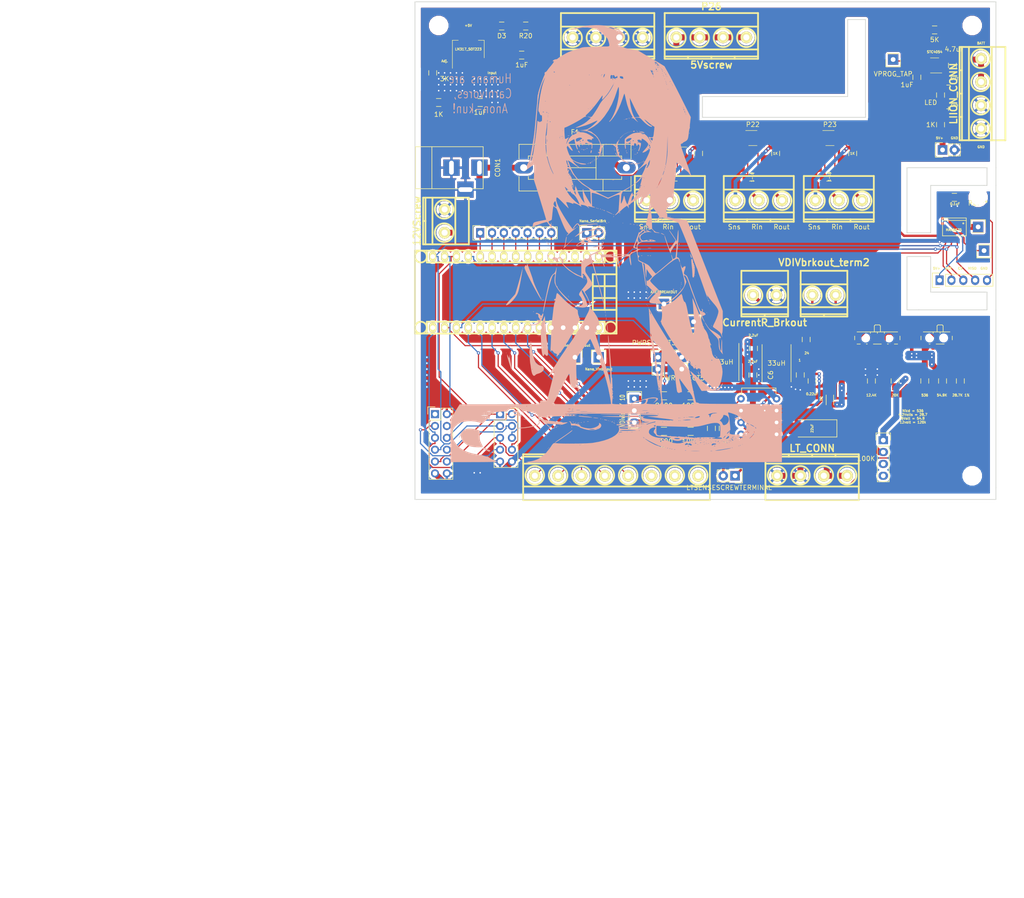
<source format=kicad_pcb>
(kicad_pcb (version 20171130) (host pcbnew 5.0.0-rc2)

  (general
    (thickness 1.6)
    (drawings 64)
    (tracks 771)
    (zones 0)
    (modules 87)
    (nets 74)
  )

  (page USLetter)
  (title_block
    (title "Project Title")
  )

  (layers
    (0 F.Cu signal)
    (31 B.Cu signal)
    (34 B.Paste user)
    (35 F.Paste user)
    (36 B.SilkS user)
    (37 F.SilkS user)
    (38 B.Mask user)
    (39 F.Mask user)
    (40 Dwgs.User user)
    (44 Edge.Cuts user)
    (46 B.CrtYd user)
    (47 F.CrtYd user)
    (48 B.Fab user)
    (49 F.Fab user)
  )

  (setup
    (last_trace_width 0.254)
    (user_trace_width 0.1524)
    (user_trace_width 0.254)
    (user_trace_width 0.3302)
    (user_trace_width 0.508)
    (user_trace_width 0.762)
    (user_trace_width 1.27)
    (trace_clearance 0.254)
    (zone_clearance 0.508)
    (zone_45_only no)
    (trace_min 0.1524)
    (segment_width 0.1524)
    (edge_width 0.1524)
    (via_size 0.6858)
    (via_drill 0.3302)
    (via_min_size 0.6604)
    (via_min_drill 0.3302)
    (user_via 0.6858 0.3302)
    (user_via 0.762 0.4064)
    (user_via 0.8636 0.508)
    (uvia_size 0.6858)
    (uvia_drill 0.3302)
    (uvias_allowed no)
    (uvia_min_size 0)
    (uvia_min_drill 0)
    (pcb_text_width 0.1524)
    (pcb_text_size 1.016 1.016)
    (mod_edge_width 0.1524)
    (mod_text_size 1.016 1.016)
    (mod_text_width 0.1524)
    (pad_size 2.2352 2.2352)
    (pad_drill 1.016)
    (pad_to_mask_clearance 0.0762)
    (solder_mask_min_width 0.1016)
    (pad_to_paste_clearance -0.0762)
    (aux_axis_origin 0 0)
    (visible_elements 7FFFFFFF)
    (pcbplotparams
      (layerselection 0x310fc_ffffffff)
      (usegerberextensions true)
      (usegerberattributes false)
      (usegerberadvancedattributes false)
      (creategerberjobfile false)
      (excludeedgelayer true)
      (linewidth 0.100000)
      (plotframeref false)
      (viasonmask false)
      (mode 1)
      (useauxorigin false)
      (hpglpennumber 1)
      (hpglpenspeed 20)
      (hpglpendiameter 15)
      (psnegative false)
      (psa4output false)
      (plotreference true)
      (plotvalue true)
      (plotinvisibletext false)
      (padsonsilk false)
      (subtractmaskfromsilk false)
      (outputformat 1)
      (mirror false)
      (drillshape 0)
      (scaleselection 1)
      (outputdirectory gerbers_rev2))
  )

  (net 0 "")
  (net 1 GND)
  (net 2 +5V)
  (net 3 /STC4054_Liion_Charge/BAT_LIION_CHRG)
  (net 4 "Net-(C4-Pad1)")
  (net 5 /LT1512/Vsw)
  (net 6 "Net-(C7-Pad2)")
  (net 7 /LT1512/Vcomp)
  (net 8 "Net-(C8-Pad1)")
  (net 9 /LT1512/I_Feedback)
  (net 10 /LT1512/LT_BATCHRG)
  (net 11 "Net-(D1-Pad2)")
  (net 12 /STC4054_Liion_Charge/CHRG)
  (net 13 +12V)
  (net 14 "Net-(J1-Pad1)")
  (net 15 "Net-(J1-Pad2)")
  (net 16 "Net-(J1-Pad3)")
  (net 17 "Net-(J1-Pad5)")
  (net 18 "Net-(J1-Pad6)")
  (net 19 "Net-(J1-Pad7)")
  (net 20 "Net-(J1-Pad8)")
  (net 21 "Net-(J1-Pad9)")
  (net 22 "Net-(J1-Pad10)")
  (net 23 "Net-(J1-Pad11)")
  (net 24 /MAX_CS)
  (net 25 /NANO_CS)
  (net 26 /NANO_MOSI)
  (net 27 /NANO_MISO)
  (net 28 /NANO_SCK)
  (net 29 "Net-(J1-Pad17)")
  (net 30 "Net-(J1-Pad18)")
  (net 31 "Net-(J1-Pad19)")
  (net 32 "Net-(J1-Pad20)")
  (net 33 "Net-(J1-Pad21)")
  (net 34 "Net-(J1-Pad22)")
  (net 35 "Net-(J1-Pad23)")
  (net 36 "Net-(J1-Pad28)")
  (net 37 "Net-(J1-Pad30)")
  (net 38 /LT1512/LT_IFEEDBACK)
  (net 39 /CurrentSense_INA169_1/LOADOUT)
  (net 40 /CurrentSense_INA169_1/LOADIN)
  (net 41 /CurrentSense_INA169_1/CurrentOUT)
  (net 42 /sheet5CBEAB48/CurrentOUT)
  (net 43 /sheet5CBEAB48/LOADIN)
  (net 44 /sheet5CBEAB48/LOADOUT)
  (net 45 /sheet5CBEAC38/LOADOUT)
  (net 46 /sheet5CBEAC38/LOADIN)
  (net 47 /sheet5CBEAC38/CurrentOUT)
  (net 48 /STC4054_Liion_Charge/PROG)
  (net 49 /MAX6675/T+)
  (net 50 /MAX6675/NC)
  (net 51 /ENC28J60/VCC_Branch)
  (net 52 /ENC28J60/INT)
  (net 53 /ENC28J60/CLKOUT)
  (net 54 /ENC28J60/WOL)
  (net 55 /ENC28J60/RSTENC)
  (net 56 /ENC28J60/Q3)
  (net 57 /LT1512/LT_FloatVoltage)
  (net 58 /LT1512/LTShutdownPin)
  (net 59 "Net-(R3-Pad2)")
  (net 60 "Net-(R5-Pad1)")
  (net 61 "Net-(R6-Pad1)")
  (net 62 "Net-(R7-Pad1)")
  (net 63 "Net-(R8-Pad1)")
  (net 64 "Net-(R8-Pad2)")
  (net 65 +3V3)
  (net 66 "Net-(SW1-Pad2)")
  (net 67 "Net-(D3-Pad1)")
  (net 68 /A5)
  (net 69 /A6)
  (net 70 /A7)
  (net 71 "Net-(P17-Pad1)")
  (net 72 "Net-(P17-Pad2)")
  (net 73 "Net-(P17-Pad3)")

  (net_class Default "This is the default net class."
    (clearance 0.254)
    (trace_width 0.254)
    (via_dia 0.6858)
    (via_drill 0.3302)
    (uvia_dia 0.6858)
    (uvia_drill 0.3302)
    (add_net +12V)
    (add_net +3V3)
    (add_net +5V)
    (add_net /A5)
    (add_net /A6)
    (add_net /A7)
    (add_net /CurrentSense_INA169_1/CurrentOUT)
    (add_net /CurrentSense_INA169_1/LOADIN)
    (add_net /CurrentSense_INA169_1/LOADOUT)
    (add_net /ENC28J60/CLKOUT)
    (add_net /ENC28J60/INT)
    (add_net /ENC28J60/Q3)
    (add_net /ENC28J60/RSTENC)
    (add_net /ENC28J60/VCC_Branch)
    (add_net /ENC28J60/WOL)
    (add_net /LT1512/I_Feedback)
    (add_net /LT1512/LTShutdownPin)
    (add_net /LT1512/LT_BATCHRG)
    (add_net /LT1512/LT_FloatVoltage)
    (add_net /LT1512/LT_IFEEDBACK)
    (add_net /LT1512/Vcomp)
    (add_net /LT1512/Vsw)
    (add_net /MAX6675/NC)
    (add_net /MAX6675/T+)
    (add_net /MAX_CS)
    (add_net /NANO_CS)
    (add_net /NANO_MISO)
    (add_net /NANO_MOSI)
    (add_net /NANO_SCK)
    (add_net /STC4054_Liion_Charge/BAT_LIION_CHRG)
    (add_net /STC4054_Liion_Charge/CHRG)
    (add_net /STC4054_Liion_Charge/PROG)
    (add_net /sheet5CBEAB48/CurrentOUT)
    (add_net /sheet5CBEAB48/LOADIN)
    (add_net /sheet5CBEAB48/LOADOUT)
    (add_net /sheet5CBEAC38/CurrentOUT)
    (add_net /sheet5CBEAC38/LOADIN)
    (add_net /sheet5CBEAC38/LOADOUT)
    (add_net GND)
    (add_net "Net-(C4-Pad1)")
    (add_net "Net-(C7-Pad2)")
    (add_net "Net-(C8-Pad1)")
    (add_net "Net-(D1-Pad2)")
    (add_net "Net-(D3-Pad1)")
    (add_net "Net-(J1-Pad1)")
    (add_net "Net-(J1-Pad10)")
    (add_net "Net-(J1-Pad11)")
    (add_net "Net-(J1-Pad17)")
    (add_net "Net-(J1-Pad18)")
    (add_net "Net-(J1-Pad19)")
    (add_net "Net-(J1-Pad2)")
    (add_net "Net-(J1-Pad20)")
    (add_net "Net-(J1-Pad21)")
    (add_net "Net-(J1-Pad22)")
    (add_net "Net-(J1-Pad23)")
    (add_net "Net-(J1-Pad28)")
    (add_net "Net-(J1-Pad3)")
    (add_net "Net-(J1-Pad30)")
    (add_net "Net-(J1-Pad5)")
    (add_net "Net-(J1-Pad6)")
    (add_net "Net-(J1-Pad7)")
    (add_net "Net-(J1-Pad8)")
    (add_net "Net-(J1-Pad9)")
    (add_net "Net-(P17-Pad1)")
    (add_net "Net-(P17-Pad2)")
    (add_net "Net-(P17-Pad3)")
    (add_net "Net-(R3-Pad2)")
    (add_net "Net-(R5-Pad1)")
    (add_net "Net-(R6-Pad1)")
    (add_net "Net-(R7-Pad1)")
    (add_net "Net-(R8-Pad1)")
    (add_net "Net-(R8-Pad2)")
    (add_net "Net-(SW1-Pad2)")
  )

  (module Pin_Headers:Pin_Header_Straight_1x01 (layer F.Cu) (tedit 5CC87ECE) (tstamp 5CCECB55)
    (at 130.81 116.84)
    (descr "Through hole pin header")
    (tags "pin header")
    (path /5CC87E3D)
    (fp_text reference P30 (at 0 -5.1) (layer F.SilkS) hide
      (effects (font (size 1 1) (thickness 0.15)))
    )
    (fp_text value 3v3Breakout (at 0 2.54) (layer F.SilkS)
      (effects (font (size 0.508 0.508) (thickness 0.127)))
    )
    (fp_line (start -1.27 1.27) (end 1.27 1.27) (layer F.SilkS) (width 0.15))
    (fp_line (start -1.55 -1.55) (end 1.55 -1.55) (layer F.SilkS) (width 0.15))
    (fp_line (start -1.55 0) (end -1.55 -1.55) (layer F.SilkS) (width 0.15))
    (fp_line (start -1.75 1.75) (end 1.75 1.75) (layer F.CrtYd) (width 0.05))
    (fp_line (start -1.75 -1.75) (end 1.75 -1.75) (layer F.CrtYd) (width 0.05))
    (fp_line (start 1.75 -1.75) (end 1.75 1.75) (layer F.CrtYd) (width 0.05))
    (fp_line (start -1.75 -1.75) (end -1.75 1.75) (layer F.CrtYd) (width 0.05))
    (fp_line (start 1.55 -1.55) (end 1.55 0) (layer F.SilkS) (width 0.15))
    (pad 1 thru_hole rect (at 0 0) (size 2.2352 2.2352) (drill 1.016) (layers *.Cu *.Mask)
      (net 29 "Net-(J1-Pad17)"))
    (model Pin_Headers.3dshapes/Pin_Header_Straight_1x01.wrl
      (at (xyz 0 0 0))
      (scale (xyz 1 1 1))
      (rotate (xyz 0 0 90))
    )
  )

  (module Connectors:BARREL_JACK (layer F.Cu) (tedit 0) (tstamp 5CC05F9F)
    (at 78.74 83.82)
    (descr "DC Barrel Jack")
    (tags "Power Jack")
    (path /5CBC4AC4/5CBD2D8E)
    (fp_text reference CON1 (at 10.09904 0 90) (layer F.SilkS)
      (effects (font (size 1 1) (thickness 0.15)))
    )
    (fp_text value BARREL_JACK (at 0 -5.99948) (layer F.Fab)
      (effects (font (size 1 1) (thickness 0.15)))
    )
    (fp_line (start -4.0005 -4.50088) (end -4.0005 4.50088) (layer F.SilkS) (width 0.15))
    (fp_line (start -7.50062 -4.50088) (end -7.50062 4.50088) (layer F.SilkS) (width 0.15))
    (fp_line (start -7.50062 4.50088) (end 7.00024 4.50088) (layer F.SilkS) (width 0.15))
    (fp_line (start 7.00024 4.50088) (end 7.00024 -4.50088) (layer F.SilkS) (width 0.15))
    (fp_line (start 7.00024 -4.50088) (end -7.50062 -4.50088) (layer F.SilkS) (width 0.15))
    (pad 1 thru_hole rect (at 6.20014 0) (size 3.50012 3.50012) (drill oval 1.00076 2.99974) (layers *.Cu *.Mask)
      (net 13 +12V))
    (pad 2 thru_hole rect (at 0.20066 0) (size 3.50012 3.50012) (drill oval 1.00076 2.99974) (layers *.Cu *.Mask)
      (net 1 GND))
    (pad 3 thru_hole rect (at 3.2004 4.699) (size 3.50012 3.50012) (drill oval 2.99974 1.00076) (layers *.Cu *.Mask)
      (net 1 GND))
  )

  (module Capacitors_SMD:C_0805_HandSoldering (layer F.Cu) (tedit 5CBD07B9) (tstamp 5CC60F97)
    (at 178.642 64.4427 270)
    (descr "Capacitor SMD 0805, hand soldering")
    (tags "capacitor 0805")
    (path /5CBBEAA9/5CBBFBC6)
    (attr smd)
    (fp_text reference C1 (at 0 -2.1 270) (layer F.SilkS) hide
      (effects (font (size 1 1) (thickness 0.15)))
    )
    (fp_text value 1uF (at 1.5973 2.112) (layer F.SilkS)
      (effects (font (size 1 1) (thickness 0.15)))
    )
    (fp_line (start -0.5 0.85) (end 0.5 0.85) (layer F.SilkS) (width 0.15))
    (fp_line (start 0.5 -0.85) (end -0.5 -0.85) (layer F.SilkS) (width 0.15))
    (fp_line (start 2.3 -1) (end 2.3 1) (layer F.CrtYd) (width 0.05))
    (fp_line (start -2.3 -1) (end -2.3 1) (layer F.CrtYd) (width 0.05))
    (fp_line (start -2.3 1) (end 2.3 1) (layer F.CrtYd) (width 0.05))
    (fp_line (start -2.3 -1) (end 2.3 -1) (layer F.CrtYd) (width 0.05))
    (fp_line (start -1 -0.625) (end 1 -0.625) (layer F.Fab) (width 0.15))
    (fp_line (start 1 -0.625) (end 1 0.625) (layer F.Fab) (width 0.15))
    (fp_line (start 1 0.625) (end -1 0.625) (layer F.Fab) (width 0.15))
    (fp_line (start -1 0.625) (end -1 -0.625) (layer F.Fab) (width 0.15))
    (pad 2 smd rect (at 1.25 0 270) (size 1.5 1.25) (layers F.Cu F.Paste F.Mask)
      (net 1 GND))
    (pad 1 smd rect (at -1.25 0 270) (size 1.5 1.25) (layers F.Cu F.Paste F.Mask)
      (net 2 +5V))
    (model Capacitors_SMD.3dshapes/C_0805_HandSoldering.wrl
      (at (xyz 0 0 0))
      (scale (xyz 1 1 1))
      (rotate (xyz 0 0 0))
    )
  )

  (module Capacitors_SMD:C_0805_HandSoldering (layer F.Cu) (tedit 5CBD07D6) (tstamp 5CC60FA7)
    (at 186.262 61.9027 270)
    (descr "Capacitor SMD 0805, hand soldering")
    (tags "capacitor 0805")
    (path /5CBBEAA9/5CBC0798)
    (attr smd)
    (fp_text reference C2 (at 0 -2.1 270) (layer F.SilkS) hide
      (effects (font (size 1 1) (thickness 0.15)))
    )
    (fp_text value 4.7uF (at -3.482743 -0.428) (layer F.SilkS)
      (effects (font (size 1 1) (thickness 0.15)))
    )
    (fp_line (start -1 0.625) (end -1 -0.625) (layer F.Fab) (width 0.15))
    (fp_line (start 1 0.625) (end -1 0.625) (layer F.Fab) (width 0.15))
    (fp_line (start 1 -0.625) (end 1 0.625) (layer F.Fab) (width 0.15))
    (fp_line (start -1 -0.625) (end 1 -0.625) (layer F.Fab) (width 0.15))
    (fp_line (start -2.3 -1) (end 2.3 -1) (layer F.CrtYd) (width 0.05))
    (fp_line (start -2.3 1) (end 2.3 1) (layer F.CrtYd) (width 0.05))
    (fp_line (start -2.3 -1) (end -2.3 1) (layer F.CrtYd) (width 0.05))
    (fp_line (start 2.3 -1) (end 2.3 1) (layer F.CrtYd) (width 0.05))
    (fp_line (start 0.5 -0.85) (end -0.5 -0.85) (layer F.SilkS) (width 0.15))
    (fp_line (start -0.5 0.85) (end 0.5 0.85) (layer F.SilkS) (width 0.15))
    (pad 1 smd rect (at -1.25 0 270) (size 1.5 1.25) (layers F.Cu F.Paste F.Mask)
      (net 3 /STC4054_Liion_Charge/BAT_LIION_CHRG))
    (pad 2 smd rect (at 1.25 0 270) (size 1.5 1.25) (layers F.Cu F.Paste F.Mask)
      (net 1 GND))
    (model Capacitors_SMD.3dshapes/C_0805_HandSoldering.wrl
      (at (xyz 0 0 0))
      (scale (xyz 1 1 1))
      (rotate (xyz 0 0 0))
    )
  )

  (module Capacitors_SMD:C_0805_HandSoldering (layer F.Cu) (tedit 5CBD055A) (tstamp 5CC60FB7)
    (at 186.69 90.17)
    (descr "Capacitor SMD 0805, hand soldering")
    (tags "capacitor 0805")
    (path /5CBC1777/5CBC1EC5)
    (attr smd)
    (fp_text reference C3 (at 0 -2.1) (layer F.Fab)
      (effects (font (size 1 1) (thickness 0.15)))
    )
    (fp_text value 0.1uF (at 0.127 1.397) (layer F.SilkS)
      (effects (font (size 0.508 0.508) (thickness 0.127)))
    )
    (fp_line (start -0.5 0.85) (end 0.5 0.85) (layer F.SilkS) (width 0.15))
    (fp_line (start 0.5 -0.85) (end -0.5 -0.85) (layer F.SilkS) (width 0.15))
    (fp_line (start 2.3 -1) (end 2.3 1) (layer F.CrtYd) (width 0.05))
    (fp_line (start -2.3 -1) (end -2.3 1) (layer F.CrtYd) (width 0.05))
    (fp_line (start -2.3 1) (end 2.3 1) (layer F.CrtYd) (width 0.05))
    (fp_line (start -2.3 -1) (end 2.3 -1) (layer F.CrtYd) (width 0.05))
    (fp_line (start -1 -0.625) (end 1 -0.625) (layer F.Fab) (width 0.15))
    (fp_line (start 1 -0.625) (end 1 0.625) (layer F.Fab) (width 0.15))
    (fp_line (start 1 0.625) (end -1 0.625) (layer F.Fab) (width 0.15))
    (fp_line (start -1 0.625) (end -1 -0.625) (layer F.Fab) (width 0.15))
    (pad 2 smd rect (at 1.25 0) (size 1.5 1.25) (layers F.Cu F.Paste F.Mask)
      (net 1 GND))
    (pad 1 smd rect (at -1.25 0) (size 1.5 1.25) (layers F.Cu F.Paste F.Mask)
      (net 2 +5V))
    (model Capacitors_SMD.3dshapes/C_0805_HandSoldering.wrl
      (at (xyz 0 0 0))
      (scale (xyz 1 1 1))
      (rotate (xyz 0 0 0))
    )
  )

  (module Capacitors_SMD:C_0805_HandSoldering (layer F.Cu) (tedit 5CBD0AF6) (tstamp 5CC60FC7)
    (at 93.98 59.69)
    (descr "Capacitor SMD 0805, hand soldering")
    (tags "capacitor 0805")
    (path /5CBC4AC4/5CBC5531)
    (attr smd)
    (fp_text reference C4 (at 0 -2.1) (layer F.SilkS) hide
      (effects (font (size 1 1) (thickness 0.15)))
    )
    (fp_text value 1uF (at 0 2.1) (layer F.SilkS)
      (effects (font (size 1 1) (thickness 0.15)))
    )
    (fp_line (start -0.5 0.85) (end 0.5 0.85) (layer F.SilkS) (width 0.15))
    (fp_line (start 0.5 -0.85) (end -0.5 -0.85) (layer F.SilkS) (width 0.15))
    (fp_line (start 2.3 -1) (end 2.3 1) (layer F.CrtYd) (width 0.05))
    (fp_line (start -2.3 -1) (end -2.3 1) (layer F.CrtYd) (width 0.05))
    (fp_line (start -2.3 1) (end 2.3 1) (layer F.CrtYd) (width 0.05))
    (fp_line (start -2.3 -1) (end 2.3 -1) (layer F.CrtYd) (width 0.05))
    (fp_line (start -1 -0.625) (end 1 -0.625) (layer F.Fab) (width 0.15))
    (fp_line (start 1 -0.625) (end 1 0.625) (layer F.Fab) (width 0.15))
    (fp_line (start 1 0.625) (end -1 0.625) (layer F.Fab) (width 0.15))
    (fp_line (start -1 0.625) (end -1 -0.625) (layer F.Fab) (width 0.15))
    (pad 2 smd rect (at 1.25 0) (size 1.5 1.25) (layers F.Cu F.Paste F.Mask)
      (net 1 GND))
    (pad 1 smd rect (at -1.25 0) (size 1.5 1.25) (layers F.Cu F.Paste F.Mask)
      (net 4 "Net-(C4-Pad1)"))
    (model Capacitors_SMD.3dshapes/C_0805_HandSoldering.wrl
      (at (xyz 0 0 0))
      (scale (xyz 1 1 1))
      (rotate (xyz 0 0 0))
    )
  )

  (module Capacitors_SMD:C_0805_HandSoldering (layer F.Cu) (tedit 5CBD0AE3) (tstamp 5CC60FD7)
    (at 85.09 69.85)
    (descr "Capacitor SMD 0805, hand soldering")
    (tags "capacitor 0805")
    (path /5CBC4AC4/5CBC54F0)
    (attr smd)
    (fp_text reference C5 (at 0 -2.1) (layer F.SilkS) hide
      (effects (font (size 1 1) (thickness 0.15)))
    )
    (fp_text value 1uF (at 0 2.1) (layer F.SilkS)
      (effects (font (size 1 1) (thickness 0.15)))
    )
    (fp_line (start -0.5 0.85) (end 0.5 0.85) (layer F.SilkS) (width 0.15))
    (fp_line (start 0.5 -0.85) (end -0.5 -0.85) (layer F.SilkS) (width 0.15))
    (fp_line (start 2.3 -1) (end 2.3 1) (layer F.CrtYd) (width 0.05))
    (fp_line (start -2.3 -1) (end -2.3 1) (layer F.CrtYd) (width 0.05))
    (fp_line (start -2.3 1) (end 2.3 1) (layer F.CrtYd) (width 0.05))
    (fp_line (start -2.3 -1) (end 2.3 -1) (layer F.CrtYd) (width 0.05))
    (fp_line (start -1 -0.625) (end 1 -0.625) (layer F.Fab) (width 0.15))
    (fp_line (start 1 -0.625) (end 1 0.625) (layer F.Fab) (width 0.15))
    (fp_line (start 1 0.625) (end -1 0.625) (layer F.Fab) (width 0.15))
    (fp_line (start -1 0.625) (end -1 -0.625) (layer F.Fab) (width 0.15))
    (pad 2 smd rect (at 1.25 0) (size 1.5 1.25) (layers F.Cu F.Paste F.Mask)
      (net 1 GND))
    (pad 1 smd rect (at -1.25 0) (size 1.5 1.25) (layers F.Cu F.Paste F.Mask)
      (net 2 +5V))
    (model Capacitors_SMD.3dshapes/C_0805_HandSoldering.wrl
      (at (xyz 0 0 0))
      (scale (xyz 1 1 1))
      (rotate (xyz 0 0 0))
    )
  )

  (module Capacitors_SMD:C_0805_HandSoldering (layer F.Cu) (tedit 5CBD06E0) (tstamp 5CC60FE7)
    (at 143.51 128.27 90)
    (descr "Capacitor SMD 0805, hand soldering")
    (tags "capacitor 0805")
    (path /5CBC6C0A/5CBC7FC7)
    (attr smd)
    (fp_text reference C6 (at 0 3.81 90) (layer F.SilkS)
      (effects (font (size 1 1) (thickness 0.15)))
    )
    (fp_text value 2.2uF (at 2.921 0 180) (layer F.SilkS)
      (effects (font (size 0.508 0.508) (thickness 0.127)))
    )
    (fp_line (start -0.5 0.85) (end 0.5 0.85) (layer F.SilkS) (width 0.15))
    (fp_line (start 0.5 -0.85) (end -0.5 -0.85) (layer F.SilkS) (width 0.15))
    (fp_line (start 2.3 -1) (end 2.3 1) (layer F.CrtYd) (width 0.05))
    (fp_line (start -2.3 -1) (end -2.3 1) (layer F.CrtYd) (width 0.05))
    (fp_line (start -2.3 1) (end 2.3 1) (layer F.CrtYd) (width 0.05))
    (fp_line (start -2.3 -1) (end 2.3 -1) (layer F.CrtYd) (width 0.05))
    (fp_line (start -1 -0.625) (end 1 -0.625) (layer F.Fab) (width 0.15))
    (fp_line (start 1 -0.625) (end 1 0.625) (layer F.Fab) (width 0.15))
    (fp_line (start 1 0.625) (end -1 0.625) (layer F.Fab) (width 0.15))
    (fp_line (start -1 0.625) (end -1 -0.625) (layer F.Fab) (width 0.15))
    (pad 2 smd rect (at 1.25 0 90) (size 1.5 1.25) (layers F.Cu F.Paste F.Mask)
      (net 1 GND))
    (pad 1 smd rect (at -1.25 0 90) (size 1.5 1.25) (layers F.Cu F.Paste F.Mask)
      (net 2 +5V))
    (model Capacitors_SMD.3dshapes/C_0805_HandSoldering.wrl
      (at (xyz 0 0 0))
      (scale (xyz 1 1 1))
      (rotate (xyz 0 0 0))
    )
  )

  (module Capacitors_SMD:C_0805_HandSoldering (layer F.Cu) (tedit 5CBD0637) (tstamp 5CC60FF7)
    (at 143.637 122.555 270)
    (descr "Capacitor SMD 0805, hand soldering")
    (tags "capacitor 0805")
    (path /5CBC6C0A/5CBCA445)
    (attr smd)
    (fp_text reference C7 (at 0 -2.1 270) (layer F.Fab)
      (effects (font (size 1 1) (thickness 0.15)))
    )
    (fp_text value 2.2uF (at -2.794 0) (layer F.SilkS)
      (effects (font (size 0.508 0.508) (thickness 0.127)))
    )
    (fp_line (start -1 0.625) (end -1 -0.625) (layer F.Fab) (width 0.15))
    (fp_line (start 1 0.625) (end -1 0.625) (layer F.Fab) (width 0.15))
    (fp_line (start 1 -0.625) (end 1 0.625) (layer F.Fab) (width 0.15))
    (fp_line (start -1 -0.625) (end 1 -0.625) (layer F.Fab) (width 0.15))
    (fp_line (start -2.3 -1) (end 2.3 -1) (layer F.CrtYd) (width 0.05))
    (fp_line (start -2.3 1) (end 2.3 1) (layer F.CrtYd) (width 0.05))
    (fp_line (start -2.3 -1) (end -2.3 1) (layer F.CrtYd) (width 0.05))
    (fp_line (start 2.3 -1) (end 2.3 1) (layer F.CrtYd) (width 0.05))
    (fp_line (start 0.5 -0.85) (end -0.5 -0.85) (layer F.SilkS) (width 0.15))
    (fp_line (start -0.5 0.85) (end 0.5 0.85) (layer F.SilkS) (width 0.15))
    (pad 1 smd rect (at -1.25 0 270) (size 1.5 1.25) (layers F.Cu F.Paste F.Mask)
      (net 5 /LT1512/Vsw))
    (pad 2 smd rect (at 1.25 0 270) (size 1.5 1.25) (layers F.Cu F.Paste F.Mask)
      (net 6 "Net-(C7-Pad2)"))
    (model Capacitors_SMD.3dshapes/C_0805_HandSoldering.wrl
      (at (xyz 0 0 0))
      (scale (xyz 1 1 1))
      (rotate (xyz 0 0 0))
    )
  )

  (module Capacitors_SMD:C_0805_HandSoldering (layer F.Cu) (tedit 5CBD05B1) (tstamp 5CC61007)
    (at 137.16 139.7 90)
    (descr "Capacitor SMD 0805, hand soldering")
    (tags "capacitor 0805")
    (path /5CBC6C0A/5CBC8B80)
    (attr smd)
    (fp_text reference C8 (at 0 -2.1 90) (layer F.Fab) hide
      (effects (font (size 1 1) (thickness 0.15)))
    )
    (fp_text value 0.1uF (at -2.794 0.127 180) (layer F.SilkS)
      (effects (font (size 0.508 0.508) (thickness 0.127)))
    )
    (fp_line (start -0.5 0.85) (end 0.5 0.85) (layer F.SilkS) (width 0.15))
    (fp_line (start 0.5 -0.85) (end -0.5 -0.85) (layer F.SilkS) (width 0.15))
    (fp_line (start 2.3 -1) (end 2.3 1) (layer F.CrtYd) (width 0.05))
    (fp_line (start -2.3 -1) (end -2.3 1) (layer F.CrtYd) (width 0.05))
    (fp_line (start -2.3 1) (end 2.3 1) (layer F.CrtYd) (width 0.05))
    (fp_line (start -2.3 -1) (end 2.3 -1) (layer F.CrtYd) (width 0.05))
    (fp_line (start -1 -0.625) (end 1 -0.625) (layer F.Fab) (width 0.15))
    (fp_line (start 1 -0.625) (end 1 0.625) (layer F.Fab) (width 0.15))
    (fp_line (start 1 0.625) (end -1 0.625) (layer F.Fab) (width 0.15))
    (fp_line (start -1 0.625) (end -1 -0.625) (layer F.Fab) (width 0.15))
    (pad 2 smd rect (at 1.25 0 90) (size 1.5 1.25) (layers F.Cu F.Paste F.Mask)
      (net 7 /LT1512/Vcomp))
    (pad 1 smd rect (at -1.25 0 90) (size 1.5 1.25) (layers F.Cu F.Paste F.Mask)
      (net 8 "Net-(C8-Pad1)"))
    (model Capacitors_SMD.3dshapes/C_0805_HandSoldering.wrl
      (at (xyz 0 0 0))
      (scale (xyz 1 1 1))
      (rotate (xyz 0 0 0))
    )
  )

  (module Capacitors_SMD:C_0805_HandSoldering (layer F.Cu) (tedit 5CBD05E0) (tstamp 5CC61017)
    (at 156.21 129.54 270)
    (descr "Capacitor SMD 0805, hand soldering")
    (tags "capacitor 0805")
    (path /5CBC6C0A/5CBC988F)
    (attr smd)
    (fp_text reference C9 (at 0 -2.1 270) (layer F.SilkS) hide
      (effects (font (size 1 1) (thickness 0.15)))
    )
    (fp_text value 0.22uF (at 2.794 0) (layer F.SilkS)
      (effects (font (size 0.508 0.508) (thickness 0.127)))
    )
    (fp_line (start -1 0.625) (end -1 -0.625) (layer F.Fab) (width 0.15))
    (fp_line (start 1 0.625) (end -1 0.625) (layer F.Fab) (width 0.15))
    (fp_line (start 1 -0.625) (end 1 0.625) (layer F.Fab) (width 0.15))
    (fp_line (start -1 -0.625) (end 1 -0.625) (layer F.Fab) (width 0.15))
    (fp_line (start -2.3 -1) (end 2.3 -1) (layer F.CrtYd) (width 0.05))
    (fp_line (start -2.3 1) (end 2.3 1) (layer F.CrtYd) (width 0.05))
    (fp_line (start -2.3 -1) (end -2.3 1) (layer F.CrtYd) (width 0.05))
    (fp_line (start 2.3 -1) (end 2.3 1) (layer F.CrtYd) (width 0.05))
    (fp_line (start 0.5 -0.85) (end -0.5 -0.85) (layer F.SilkS) (width 0.15))
    (fp_line (start -0.5 0.85) (end 0.5 0.85) (layer F.SilkS) (width 0.15))
    (pad 1 smd rect (at -1.25 0 270) (size 1.5 1.25) (layers F.Cu F.Paste F.Mask)
      (net 9 /LT1512/I_Feedback))
    (pad 2 smd rect (at 1.25 0 270) (size 1.5 1.25) (layers F.Cu F.Paste F.Mask)
      (net 1 GND))
    (model Capacitors_SMD.3dshapes/C_0805_HandSoldering.wrl
      (at (xyz 0 0 0))
      (scale (xyz 1 1 1))
      (rotate (xyz 0 0 0))
    )
  )

  (module Capacitors_Tantalum_SMD:Tantalum_Case-C_EIA-6032-28_Hand (layer F.Cu) (tedit 5CBD05C1) (tstamp 5CC6102A)
    (at 156.21 139.7 180)
    (descr "Tantalum capacitor, Case C, EIA 6032-28, 6.0x3.2x2.5mm, Hand soldering footprint")
    (tags "capacitor tantalum smd")
    (path /5CBC6C0A/5CBCF221)
    (attr smd)
    (fp_text reference C10 (at 0 -3.35 180) (layer F.Fab)
      (effects (font (size 1 1) (thickness 0.15)))
    )
    (fp_text value 22uF (at 0 0 270) (layer F.SilkS)
      (effects (font (size 0.508 0.508) (thickness 0.127)))
    )
    (fp_line (start -5.4 -2) (end -5.4 2) (layer F.CrtYd) (width 0.05))
    (fp_line (start -5.4 2) (end 5.4 2) (layer F.CrtYd) (width 0.05))
    (fp_line (start 5.4 2) (end 5.4 -2) (layer F.CrtYd) (width 0.05))
    (fp_line (start 5.4 -2) (end -5.4 -2) (layer F.CrtYd) (width 0.05))
    (fp_line (start -3 -1.6) (end -3 1.6) (layer F.Fab) (width 0.15))
    (fp_line (start -3 1.6) (end 3 1.6) (layer F.Fab) (width 0.15))
    (fp_line (start 3 1.6) (end 3 -1.6) (layer F.Fab) (width 0.15))
    (fp_line (start 3 -1.6) (end -3 -1.6) (layer F.Fab) (width 0.15))
    (fp_line (start -2.4 -1.6) (end -2.4 1.6) (layer F.Fab) (width 0.15))
    (fp_line (start -2.1 -1.6) (end -2.1 1.6) (layer F.Fab) (width 0.15))
    (fp_line (start -5.3 -1.85) (end 3 -1.85) (layer F.SilkS) (width 0.15))
    (fp_line (start -5.3 1.85) (end 3 1.85) (layer F.SilkS) (width 0.15))
    (fp_line (start -5.3 -1.85) (end -5.3 1.85) (layer F.SilkS) (width 0.15))
    (pad 1 smd rect (at -3.125 0 180) (size 3.75 2.5) (layers F.Cu F.Paste F.Mask)
      (net 10 /LT1512/LT_BATCHRG))
    (pad 2 smd rect (at 3.125 0 180) (size 3.75 2.5) (layers F.Cu F.Paste F.Mask)
      (net 1 GND))
    (model Capacitors_Tantalum_SMD.3dshapes/Tantalum_Case-C_EIA-6032-28.wrl
      (at (xyz 0 0 0))
      (scale (xyz 1 1 1))
      (rotate (xyz 0 0 0))
    )
  )

  (module Capacitors_SMD:C_0805_HandSoldering (layer F.Cu) (tedit 5CBD07CD) (tstamp 5CC6103A)
    (at 183.722 68.2527 270)
    (descr "Capacitor SMD 0805, hand soldering")
    (tags "capacitor 0805")
    (path /5CBBEAA9/5CBBF242)
    (attr smd)
    (fp_text reference D1 (at 0 -2.1 270) (layer F.SilkS) hide
      (effects (font (size 1 1) (thickness 0.15)))
    )
    (fp_text value LED (at 1.5973 2.112) (layer F.SilkS)
      (effects (font (size 1 1) (thickness 0.15)))
    )
    (fp_line (start -0.5 0.85) (end 0.5 0.85) (layer F.SilkS) (width 0.15))
    (fp_line (start 0.5 -0.85) (end -0.5 -0.85) (layer F.SilkS) (width 0.15))
    (fp_line (start 2.3 -1) (end 2.3 1) (layer F.CrtYd) (width 0.05))
    (fp_line (start -2.3 -1) (end -2.3 1) (layer F.CrtYd) (width 0.05))
    (fp_line (start -2.3 1) (end 2.3 1) (layer F.CrtYd) (width 0.05))
    (fp_line (start -2.3 -1) (end 2.3 -1) (layer F.CrtYd) (width 0.05))
    (fp_line (start -1 -0.625) (end 1 -0.625) (layer F.Fab) (width 0.15))
    (fp_line (start 1 -0.625) (end 1 0.625) (layer F.Fab) (width 0.15))
    (fp_line (start 1 0.625) (end -1 0.625) (layer F.Fab) (width 0.15))
    (fp_line (start -1 0.625) (end -1 -0.625) (layer F.Fab) (width 0.15))
    (pad 2 smd rect (at 1.25 0 270) (size 1.5 1.25) (layers F.Cu F.Paste F.Mask)
      (net 11 "Net-(D1-Pad2)"))
    (pad 1 smd rect (at -1.25 0 270) (size 1.5 1.25) (layers F.Cu F.Paste F.Mask)
      (net 12 /STC4054_Liion_Charge/CHRG))
    (model Capacitors_SMD.3dshapes/C_0805_HandSoldering.wrl
      (at (xyz 0 0 0))
      (scale (xyz 1 1 1))
      (rotate (xyz 0 0 0))
    )
  )

  (module Diodes_SMD:SOD-323_HandSoldering (layer F.Cu) (tedit 5CC4FD9A) (tstamp 5CC61050)
    (at 160.02 133.35 90)
    (descr SOD-323)
    (tags SOD-323)
    (path /5CBC6C0A/5CBCC66F)
    (attr smd)
    (fp_text reference D2 (at 0 -1.85 90) (layer F.SilkS)
      (effects (font (size 0.508 0.508) (thickness 0.127)))
    )
    (fp_text value D_Schottky (at 0.1 1.9 90) (layer F.Fab)
      (effects (font (size 1 1) (thickness 0.15)))
    )
    (fp_line (start 0.2 0) (end 0.45 0) (layer F.Fab) (width 0.15))
    (fp_line (start 0.2 0.35) (end -0.3 0) (layer F.Fab) (width 0.15))
    (fp_line (start 0.2 -0.35) (end 0.2 0.35) (layer F.Fab) (width 0.15))
    (fp_line (start -0.3 0) (end 0.2 -0.35) (layer F.Fab) (width 0.15))
    (fp_line (start -0.3 0) (end -0.5 0) (layer F.Fab) (width 0.15))
    (fp_line (start -0.3 -0.35) (end -0.3 0.35) (layer F.Fab) (width 0.15))
    (fp_line (start -0.85 0.65) (end -0.85 -0.65) (layer F.Fab) (width 0.15))
    (fp_line (start 0.85 0.65) (end -0.85 0.65) (layer F.Fab) (width 0.15))
    (fp_line (start 0.85 -0.65) (end 0.85 0.65) (layer F.Fab) (width 0.15))
    (fp_line (start -0.85 -0.65) (end 0.85 -0.65) (layer F.Fab) (width 0.15))
    (fp_line (start -1.9 -0.95) (end 1.9 -0.95) (layer F.CrtYd) (width 0.05))
    (fp_line (start 1.9 -0.95) (end 1.9 0.95) (layer F.CrtYd) (width 0.05))
    (fp_line (start -1.9 0.95) (end 1.9 0.95) (layer F.CrtYd) (width 0.05))
    (fp_line (start -1.9 -0.95) (end -1.9 0.95) (layer F.CrtYd) (width 0.05))
    (fp_line (start -1.3 0.8) (end 0.8 0.8) (layer F.SilkS) (width 0.15))
    (fp_line (start -1.3 -0.8) (end 0.8 -0.8) (layer F.SilkS) (width 0.15))
    (pad 1 smd rect (at -1.25 0 90) (size 1 1) (layers F.Cu F.Paste F.Mask)
      (net 10 /LT1512/LT_BATCHRG))
    (pad 2 smd rect (at 1.25 0 90) (size 1 1) (layers F.Cu F.Paste F.Mask)
      (net 6 "Net-(C7-Pad2)"))
    (model Diodes_SMD.3dshapes/SOD-323.wrl
      (at (xyz 0 0 0))
      (scale (xyz 1 1 1))
      (rotate (xyz 0 0 180))
    )
  )

  (module Fuse_Holders_and_Fuses:Fuseholder5x20_horiz_SemiClosed_Casing10x25mm (layer F.Cu) (tedit 0) (tstamp 5CC61069)
    (at 105.41 83.82)
    (descr "Fuseholder, 5x20, Semi closed, horizontal, Casing 10x25mm,")
    (tags "Fuseholder, 5x20, Semi closed, horizontal, Casing 10x25mm, Sicherungshalter, halbgeschlossen,")
    (path /5CBC4AC4/5CBF5A27)
    (fp_text reference F1 (at 0 -7.62) (layer F.SilkS)
      (effects (font (size 1 1) (thickness 0.15)))
    )
    (fp_text value Fuse (at 1.27 7.62) (layer F.Fab)
      (effects (font (size 1 1) (thickness 0.15)))
    )
    (fp_line (start -5.99948 -2.49936) (end -5.99948 -5.00126) (layer F.SilkS) (width 0.15))
    (fp_line (start -5.99948 5.00126) (end -5.99948 2.49936) (layer F.SilkS) (width 0.15))
    (fp_line (start 5.99948 5.00126) (end 5.99948 2.49936) (layer F.SilkS) (width 0.15))
    (fp_line (start 5.99948 -5.00126) (end 5.99948 -2.49936) (layer F.SilkS) (width 0.15))
    (fp_line (start -4.50088 0) (end 4.50088 0) (layer F.SilkS) (width 0.15))
    (fp_line (start -4.50088 -2.49936) (end -4.50088 2.49936) (layer F.SilkS) (width 0.15))
    (fp_line (start 4.50088 -2.49936) (end 4.50088 2.49936) (layer F.SilkS) (width 0.15))
    (fp_line (start 9.99998 -1.89992) (end 9.99998 -2.49936) (layer F.SilkS) (width 0.15))
    (fp_line (start -9.99998 1.89992) (end -9.99998 2.49936) (layer F.SilkS) (width 0.15))
    (fp_line (start -9.99998 2.49936) (end 9.99998 2.49936) (layer F.SilkS) (width 0.15))
    (fp_line (start 9.99998 2.49936) (end 9.99998 1.89992) (layer F.SilkS) (width 0.15))
    (fp_line (start 9.99998 -2.49936) (end -9.99998 -2.49936) (layer F.SilkS) (width 0.15))
    (fp_line (start -9.99998 -2.49936) (end -9.99998 -1.89992) (layer F.SilkS) (width 0.15))
    (fp_line (start 11.99896 -1.89992) (end 11.99896 -5.00126) (layer F.SilkS) (width 0.15))
    (fp_line (start -11.99896 1.89992) (end -11.99896 5.00126) (layer F.SilkS) (width 0.15))
    (fp_line (start -11.99896 5.00126) (end 11.99896 5.00126) (layer F.SilkS) (width 0.15))
    (fp_line (start 11.99896 5.00126) (end 11.99896 1.89992) (layer F.SilkS) (width 0.15))
    (fp_line (start 11.99896 -5.00126) (end -11.99896 -5.00126) (layer F.SilkS) (width 0.15))
    (fp_line (start -11.99896 -5.00126) (end -11.99896 -1.89992) (layer F.SilkS) (width 0.15))
    (pad 2 thru_hole oval (at 11.00074 0 270) (size 2.49936 4.0005) (drill 1.50114) (layers *.Cu *.Mask)
      (net 4 "Net-(C4-Pad1)"))
    (pad 1 thru_hole oval (at -11.00074 0 270) (size 2.49936 4.0005) (drill 1.50114) (layers *.Cu *.Mask)
      (net 13 +12V))
  )

  (module w_conn_misc:arduino_nano_header (layer F.Cu) (tedit 5CBD0BE8) (tstamp 5CC6109F)
    (at 92.71 110.49 180)
    (descr "Arduino Nano Header")
    (tags Arduino)
    (path /5CBECE63)
    (fp_text reference J1 (at 0 1.27 180) (layer B.Fab)
      (effects (font (size 1.016 1.016) (thickness 0.2032)) (justify mirror))
    )
    (fp_text value Arduino_Nano_Header (at -7.62 1.27 180) (layer F.SilkS) hide
      (effects (font (size 1.016 0.889) (thickness 0.2032)))
    )
    (fp_line (start -16.51 -1.27) (end -21.59 -1.27) (layer F.SilkS) (width 0.381))
    (fp_line (start -16.51 1.27) (end -21.59 1.27) (layer F.SilkS) (width 0.381))
    (fp_line (start -19.05 -3.81) (end -19.05 3.81) (layer F.SilkS) (width 0.381))
    (fp_line (start -21.59 -3.81) (end -16.51 -3.81) (layer F.SilkS) (width 0.381))
    (fp_line (start -16.51 -3.81) (end -16.51 3.81) (layer F.SilkS) (width 0.381))
    (fp_line (start -16.51 3.81) (end -21.59 3.81) (layer F.SilkS) (width 0.381))
    (fp_line (start 21.59 -8.89) (end -21.59 -8.89) (layer F.SilkS) (width 0.381))
    (fp_line (start -21.59 8.89) (end 21.59 8.89) (layer F.SilkS) (width 0.381))
    (fp_line (start -21.59 8.89) (end -21.59 -8.89) (layer F.SilkS) (width 0.381))
    (fp_line (start 21.59 8.89) (end 21.59 -8.89) (layer F.SilkS) (width 0.381))
    (fp_circle (center -20.32 -7.62) (end -21.59 -7.62) (layer F.SilkS) (width 0.381))
    (fp_circle (center -20.32 7.62) (end -21.59 7.62) (layer F.SilkS) (width 0.381))
    (fp_circle (center 20.32 -7.62) (end 21.59 -7.62) (layer F.SilkS) (width 0.381))
    (fp_circle (center 20.32 7.62) (end 21.59 7.62) (layer F.SilkS) (width 0.381))
    (fp_line (start 19.05 -6.35) (end -19.05 -6.35) (layer F.SilkS) (width 0.381))
    (fp_line (start -19.05 6.35) (end 19.05 6.35) (layer F.SilkS) (width 0.381))
    (fp_line (start 19.05 8.89) (end 19.05 6.35) (layer F.SilkS) (width 0.381))
    (fp_line (start 19.05 -6.35) (end 19.05 -8.89) (layer F.SilkS) (width 0.381))
    (fp_line (start -19.05 -8.89) (end -19.05 -6.35) (layer F.SilkS) (width 0.381))
    (fp_line (start -19.05 8.89) (end -19.05 6.35) (layer F.SilkS) (width 0.381))
    (pad 1 thru_hole oval (at -17.78 7.62 180) (size 1.524 2.19964) (drill 1.00076) (layers *.Cu *.Mask F.SilkS)
      (net 14 "Net-(J1-Pad1)"))
    (pad 2 thru_hole oval (at -15.24 7.62 180) (size 1.524 2.19964) (drill 1.00076) (layers *.Cu *.Mask F.SilkS)
      (net 15 "Net-(J1-Pad2)"))
    (pad 3 thru_hole oval (at -12.7 7.62 180) (size 1.524 2.19964) (drill 1.00076) (layers *.Cu *.Mask F.SilkS)
      (net 16 "Net-(J1-Pad3)"))
    (pad 4 thru_hole oval (at -10.16 7.62 180) (size 1.524 2.19964) (drill 1.00076) (layers *.Cu *.Mask F.SilkS)
      (net 1 GND))
    (pad 5 thru_hole oval (at -7.62 7.62 180) (size 1.524 2.19964) (drill 1.00076) (layers *.Cu *.Mask F.SilkS)
      (net 17 "Net-(J1-Pad5)"))
    (pad 6 thru_hole oval (at -5.08 7.62 180) (size 1.524 2.19964) (drill 1.00076) (layers *.Cu *.Mask F.SilkS)
      (net 18 "Net-(J1-Pad6)"))
    (pad 7 thru_hole oval (at -2.54 7.62 180) (size 1.524 2.19964) (drill 1.00076) (layers *.Cu *.Mask F.SilkS)
      (net 19 "Net-(J1-Pad7)"))
    (pad 8 thru_hole oval (at 0 7.62 180) (size 1.524 2.19964) (drill 1.00076) (layers *.Cu *.Mask F.SilkS)
      (net 20 "Net-(J1-Pad8)"))
    (pad 9 thru_hole oval (at 2.54 7.62 180) (size 1.524 2.19964) (drill 1.00076) (layers *.Cu *.Mask F.SilkS)
      (net 21 "Net-(J1-Pad9)"))
    (pad 10 thru_hole oval (at 5.08 7.62 180) (size 1.524 2.19964) (drill 1.00076) (layers *.Cu *.Mask F.SilkS)
      (net 22 "Net-(J1-Pad10)"))
    (pad 11 thru_hole oval (at 7.62 7.62 180) (size 1.524 2.19964) (drill 1.00076) (layers *.Cu *.Mask F.SilkS)
      (net 23 "Net-(J1-Pad11)"))
    (pad 12 thru_hole oval (at 10.16 7.62 180) (size 1.524 2.19964) (drill 1.00076) (layers *.Cu *.Mask F.SilkS)
      (net 24 /MAX_CS))
    (pad 13 thru_hole oval (at 12.7 7.62 180) (size 1.524 2.19964) (drill 1.00076) (layers *.Cu *.Mask F.SilkS)
      (net 25 /NANO_CS))
    (pad 14 thru_hole oval (at 15.24 7.62 180) (size 1.524 2.19964) (drill 1.00076) (layers *.Cu *.Mask F.SilkS)
      (net 26 /NANO_MOSI))
    (pad 15 thru_hole oval (at 17.78 7.62 180) (size 1.524 2.19964) (drill 1.00076) (layers *.Cu *.Mask F.SilkS)
      (net 27 /NANO_MISO))
    (pad 16 thru_hole oval (at 17.78 -7.62 180) (size 1.524 2.19964) (drill 1.00076) (layers *.Cu *.Mask F.SilkS)
      (net 28 /NANO_SCK))
    (pad 17 thru_hole oval (at 15.24 -7.62 180) (size 1.524 2.19964) (drill 1.00076) (layers *.Cu *.Mask F.SilkS)
      (net 29 "Net-(J1-Pad17)"))
    (pad 18 thru_hole oval (at 12.7 -7.62 180) (size 1.524 2.19964) (drill 1.00076) (layers *.Cu *.Mask F.SilkS)
      (net 30 "Net-(J1-Pad18)"))
    (pad 19 thru_hole oval (at 10.16 -7.62 180) (size 1.524 2.19964) (drill 1.00076) (layers *.Cu *.Mask F.SilkS)
      (net 31 "Net-(J1-Pad19)"))
    (pad 20 thru_hole oval (at 7.62 -7.62 180) (size 1.524 2.1971) (drill 1.00076) (layers *.Cu *.Mask F.SilkS)
      (net 32 "Net-(J1-Pad20)"))
    (pad 21 thru_hole oval (at 5.08 -7.62 180) (size 1.524 2.1971) (drill 1.00076) (layers *.Cu *.Mask F.SilkS)
      (net 33 "Net-(J1-Pad21)"))
    (pad 22 thru_hole oval (at 2.54 -7.62 180) (size 1.524 2.1971) (drill 1.00076) (layers *.Cu *.Mask F.SilkS)
      (net 34 "Net-(J1-Pad22)"))
    (pad 23 thru_hole oval (at 0 -7.62 180) (size 1.524 2.1971) (drill 1.00076) (layers *.Cu *.Mask F.SilkS)
      (net 35 "Net-(J1-Pad23)"))
    (pad 24 thru_hole oval (at -2.54 -7.62 180) (size 1.524 2.1971) (drill 0.99822) (layers *.Cu *.Mask F.SilkS)
      (net 68 /A5))
    (pad 25 thru_hole oval (at -5.08 -7.62 180) (size 1.524 2.1971) (drill 0.99822) (layers *.Cu *.Mask F.SilkS)
      (net 69 /A6))
    (pad 26 thru_hole oval (at -7.62 -7.62 180) (size 1.524 2.1971) (drill 0.99822) (layers *.Cu *.Mask F.SilkS)
      (net 70 /A7))
    (pad 27 thru_hole oval (at -10.16 -7.62 180) (size 1.524 2.1971) (drill 0.99822) (layers *.Cu *.Mask F.SilkS)
      (net 2 +5V))
    (pad 28 thru_hole oval (at -12.7 -7.62 180) (size 1.524 2.1971) (drill 0.99822) (layers *.Cu *.Mask F.SilkS)
      (net 36 "Net-(J1-Pad28)"))
    (pad 29 thru_hole oval (at -15.24 -7.62 180) (size 1.524 2.1971) (drill 0.99822) (layers *.Cu *.Mask F.SilkS)
      (net 1 GND))
    (pad 30 thru_hole oval (at -17.78 -7.62 180) (size 1.524 2.1971) (drill 0.99822) (layers *.Cu *.Mask F.SilkS)
      (net 37 "Net-(J1-Pad30)"))
    (model walter/conn_misc/arduino_nano_header.wrl
      (at (xyz 0 0 0))
      (scale (xyz 1 1 1))
      (rotate (xyz 0 0 0))
    )
  )

  (module Inductors:Inductor_Taiyo-Yuden_NR-60xx_HandSoldering (layer F.Cu) (tedit 5CBD0111) (tstamp 5CC610B7)
    (at 137.414 125.476 270)
    (descr "Inductor, Taiyo Yuden, NR series, Taiyo-Yuden_NR-60xx, 6.0mmx6.0mm")
    (tags "inductor taiyo-yuden nr smd")
    (path /5CBC6C0A/5CBC842B)
    (attr smd)
    (fp_text reference L1 (at -2.54 5.08 270) (layer F.Fab)
      (effects (font (size 1 1) (thickness 0.15)))
    )
    (fp_text value 33uH (at 0 0) (layer F.SilkS)
      (effects (font (size 1 1) (thickness 0.15)))
    )
    (fp_line (start 4.25 -3.25) (end -4.25 -3.25) (layer F.CrtYd) (width 0.05))
    (fp_line (start 4.25 3.25) (end 4.25 -3.25) (layer F.CrtYd) (width 0.05))
    (fp_line (start -4.25 3.25) (end 4.25 3.25) (layer F.CrtYd) (width 0.05))
    (fp_line (start -4.25 -3.25) (end -4.25 3.25) (layer F.CrtYd) (width 0.05))
    (fp_line (start -4 3.1) (end 4 3.1) (layer F.SilkS) (width 0.15))
    (fp_line (start -4 -3.1) (end 4 -3.1) (layer F.SilkS) (width 0.15))
    (fp_line (start -2 3) (end 0 3) (layer F.Fab) (width 0.15))
    (fp_line (start -3 2) (end -2 3) (layer F.Fab) (width 0.15))
    (fp_line (start -3 0) (end -3 2) (layer F.Fab) (width 0.15))
    (fp_line (start 2 3) (end 0 3) (layer F.Fab) (width 0.15))
    (fp_line (start 3 2) (end 2 3) (layer F.Fab) (width 0.15))
    (fp_line (start 3 0) (end 3 2) (layer F.Fab) (width 0.15))
    (fp_line (start 2 -3) (end 0 -3) (layer F.Fab) (width 0.15))
    (fp_line (start 3 -2) (end 2 -3) (layer F.Fab) (width 0.15))
    (fp_line (start 3 0) (end 3 -2) (layer F.Fab) (width 0.15))
    (fp_line (start -2 -3) (end 0 -3) (layer F.Fab) (width 0.15))
    (fp_line (start -3 -2) (end -2 -3) (layer F.Fab) (width 0.15))
    (fp_line (start -3 0) (end -3 -2) (layer F.Fab) (width 0.15))
    (pad 2 smd rect (at 2.775 0 270) (size 2.45 5.9) (layers F.Cu F.Paste F.Mask)
      (net 5 /LT1512/Vsw))
    (pad 1 smd rect (at -2.775 0 270) (size 2.45 5.9) (layers F.Cu F.Paste F.Mask)
      (net 2 +5V))
    (model Inductors.3dshapes/Inductor_Taiyo-Yuden_NR-60xx.wrl
      (at (xyz 0 0 0))
      (scale (xyz 1 1 1))
      (rotate (xyz 0 0 0))
    )
  )

  (module Inductors:Inductor_Taiyo-Yuden_NR-60xx_HandSoldering (layer F.Cu) (tedit 5CBD0115) (tstamp 5CC610CF)
    (at 148.59 125.73 90)
    (descr "Inductor, Taiyo Yuden, NR series, Taiyo-Yuden_NR-60xx, 6.0mmx6.0mm")
    (tags "inductor taiyo-yuden nr smd")
    (path /5CBC6C0A/5CBCA135)
    (attr smd)
    (fp_text reference L2 (at 0 -4 90) (layer F.Fab)
      (effects (font (size 1 1) (thickness 0.15)))
    )
    (fp_text value 33uH (at 0 0 180) (layer F.SilkS)
      (effects (font (size 1 1) (thickness 0.15)))
    )
    (fp_line (start -3 0) (end -3 -2) (layer F.Fab) (width 0.15))
    (fp_line (start -3 -2) (end -2 -3) (layer F.Fab) (width 0.15))
    (fp_line (start -2 -3) (end 0 -3) (layer F.Fab) (width 0.15))
    (fp_line (start 3 0) (end 3 -2) (layer F.Fab) (width 0.15))
    (fp_line (start 3 -2) (end 2 -3) (layer F.Fab) (width 0.15))
    (fp_line (start 2 -3) (end 0 -3) (layer F.Fab) (width 0.15))
    (fp_line (start 3 0) (end 3 2) (layer F.Fab) (width 0.15))
    (fp_line (start 3 2) (end 2 3) (layer F.Fab) (width 0.15))
    (fp_line (start 2 3) (end 0 3) (layer F.Fab) (width 0.15))
    (fp_line (start -3 0) (end -3 2) (layer F.Fab) (width 0.15))
    (fp_line (start -3 2) (end -2 3) (layer F.Fab) (width 0.15))
    (fp_line (start -2 3) (end 0 3) (layer F.Fab) (width 0.15))
    (fp_line (start -4 -3.1) (end 4 -3.1) (layer F.SilkS) (width 0.15))
    (fp_line (start -4 3.1) (end 4 3.1) (layer F.SilkS) (width 0.15))
    (fp_line (start -4.25 -3.25) (end -4.25 3.25) (layer F.CrtYd) (width 0.05))
    (fp_line (start -4.25 3.25) (end 4.25 3.25) (layer F.CrtYd) (width 0.05))
    (fp_line (start 4.25 3.25) (end 4.25 -3.25) (layer F.CrtYd) (width 0.05))
    (fp_line (start 4.25 -3.25) (end -4.25 -3.25) (layer F.CrtYd) (width 0.05))
    (pad 1 smd rect (at -2.775 0 90) (size 2.45 5.9) (layers F.Cu F.Paste F.Mask)
      (net 6 "Net-(C7-Pad2)"))
    (pad 2 smd rect (at 2.775 0 90) (size 2.45 5.9) (layers F.Cu F.Paste F.Mask)
      (net 38 /LT1512/LT_IFEEDBACK))
    (model Inductors.3dshapes/Inductor_Taiyo-Yuden_NR-60xx.wrl
      (at (xyz 0 0 0))
      (scale (xyz 1 1 1))
      (rotate (xyz 0 0 0))
    )
  )

  (module Pin_Headers:Pin_Header_Straight_1x01 (layer F.Cu) (tedit 5CC87EC4) (tstamp 5CC610F3)
    (at 124.46 113.03)
    (descr "Through hole pin header")
    (tags "pin header")
    (path /5CBF308E)
    (fp_text reference P2 (at 0 -5.1) (layer F.SilkS) hide
      (effects (font (size 1 1) (thickness 0.15)))
    )
    (fp_text value AREFBREAKOUT (at 0 -2.54) (layer F.SilkS)
      (effects (font (size 0.508 0.508) (thickness 0.127)))
    )
    (fp_line (start 1.55 -1.55) (end 1.55 0) (layer F.SilkS) (width 0.15))
    (fp_line (start -1.75 -1.75) (end -1.75 1.75) (layer F.CrtYd) (width 0.05))
    (fp_line (start 1.75 -1.75) (end 1.75 1.75) (layer F.CrtYd) (width 0.05))
    (fp_line (start -1.75 -1.75) (end 1.75 -1.75) (layer F.CrtYd) (width 0.05))
    (fp_line (start -1.75 1.75) (end 1.75 1.75) (layer F.CrtYd) (width 0.05))
    (fp_line (start -1.55 0) (end -1.55 -1.55) (layer F.SilkS) (width 0.15))
    (fp_line (start -1.55 -1.55) (end 1.55 -1.55) (layer F.SilkS) (width 0.15))
    (fp_line (start -1.27 1.27) (end 1.27 1.27) (layer F.SilkS) (width 0.15))
    (pad 1 thru_hole rect (at 0 0) (size 2.2352 2.2352) (drill 1.016) (layers *.Cu *.Mask)
      (net 30 "Net-(J1-Pad18)"))
    (model Pin_Headers.3dshapes/Pin_Header_Straight_1x01.wrl
      (at (xyz 0 0 0))
      (scale (xyz 1 1 1))
      (rotate (xyz 0 0 90))
    )
  )

  (module Pin_Headers:Pin_Header_Straight_1x01 (layer F.Cu) (tedit 5CBD07E0) (tstamp 5CC6116C)
    (at 173.562 60.6327 180)
    (descr "Through hole pin header")
    (tags "pin header")
    (path /5CBBEAA9/5CBC014B)
    (fp_text reference P9 (at 0 -5.1 180) (layer F.SilkS) hide
      (effects (font (size 1 1) (thickness 0.15)))
    )
    (fp_text value VPROG_TAP (at 0 -3.1 180) (layer F.SilkS)
      (effects (font (size 1 1) (thickness 0.15)))
    )
    (fp_line (start -1.27 1.27) (end 1.27 1.27) (layer F.SilkS) (width 0.15))
    (fp_line (start -1.55 -1.55) (end 1.55 -1.55) (layer F.SilkS) (width 0.15))
    (fp_line (start -1.55 0) (end -1.55 -1.55) (layer F.SilkS) (width 0.15))
    (fp_line (start -1.75 1.75) (end 1.75 1.75) (layer F.CrtYd) (width 0.05))
    (fp_line (start -1.75 -1.75) (end 1.75 -1.75) (layer F.CrtYd) (width 0.05))
    (fp_line (start 1.75 -1.75) (end 1.75 1.75) (layer F.CrtYd) (width 0.05))
    (fp_line (start -1.75 -1.75) (end -1.75 1.75) (layer F.CrtYd) (width 0.05))
    (fp_line (start 1.55 -1.55) (end 1.55 0) (layer F.SilkS) (width 0.15))
    (pad 1 thru_hole rect (at 0 0 180) (size 2.2352 2.2352) (drill 1.016) (layers *.Cu *.Mask)
      (net 48 /STC4054_Liion_Charge/PROG))
    (model Pin_Headers.3dshapes/Pin_Header_Straight_1x01.wrl
      (at (xyz 0 0 0))
      (scale (xyz 1 1 1))
      (rotate (xyz 0 0 90))
    )
  )

  (module TO_SOT_Packages_SMD:SOT-23-5 (layer F.Cu) (tedit 5CBD07EF) (tstamp 5CC6117F)
    (at 182.452 61.9027 180)
    (descr "5-pin SOT23 package")
    (tags SOT-23-5)
    (path /5CBBEAA9/5CBBEE8F)
    (attr smd)
    (fp_text reference P10 (at 0 -2.9 180) (layer F.SilkS) hide
      (effects (font (size 1 1) (thickness 0.15)))
    )
    (fp_text value STC4054 (at 0 2.9 180) (layer F.SilkS)
      (effects (font (size 0.508 0.508) (thickness 0.127)))
    )
    (fp_line (start -0.9 1.61) (end 0.9 1.61) (layer F.SilkS) (width 0.12))
    (fp_line (start 0.9 -1.61) (end -1.55 -1.61) (layer F.SilkS) (width 0.12))
    (fp_line (start -1.9 -1.8) (end 1.9 -1.8) (layer F.CrtYd) (width 0.05))
    (fp_line (start 1.9 -1.8) (end 1.9 1.8) (layer F.CrtYd) (width 0.05))
    (fp_line (start 1.9 1.8) (end -1.9 1.8) (layer F.CrtYd) (width 0.05))
    (fp_line (start -1.9 1.8) (end -1.9 -1.8) (layer F.CrtYd) (width 0.05))
    (fp_line (start 0.9 -1.55) (end -0.9 -1.55) (layer F.Fab) (width 0.15))
    (fp_line (start -0.9 -1.55) (end -0.9 1.55) (layer F.Fab) (width 0.15))
    (fp_line (start 0.9 1.55) (end -0.9 1.55) (layer F.Fab) (width 0.15))
    (fp_line (start 0.9 -1.55) (end 0.9 1.55) (layer F.Fab) (width 0.15))
    (pad 1 smd rect (at -1.1 -0.95 180) (size 1.06 0.65) (layers F.Cu F.Paste F.Mask)
      (net 12 /STC4054_Liion_Charge/CHRG))
    (pad 2 smd rect (at -1.1 0 180) (size 1.06 0.65) (layers F.Cu F.Paste F.Mask)
      (net 1 GND))
    (pad 3 smd rect (at -1.1 0.95 180) (size 1.06 0.65) (layers F.Cu F.Paste F.Mask)
      (net 3 /STC4054_Liion_Charge/BAT_LIION_CHRG))
    (pad 4 smd rect (at 1.1 0.95 180) (size 1.06 0.65) (layers F.Cu F.Paste F.Mask)
      (net 48 /STC4054_Liion_Charge/PROG))
    (pad 5 smd rect (at 1.1 -0.95 180) (size 1.06 0.65) (layers F.Cu F.Paste F.Mask)
      (net 2 +5V))
    (model TO_SOT_Packages_SMD.3dshapes/SOT-23-5.wrl
      (at (xyz 0 0 0))
      (scale (xyz 1 1 1))
      (rotate (xyz 0 0 0))
    )
  )

  (module Power_Integrations:SO-8 (layer F.Cu) (tedit 5CBD0543) (tstamp 5CC61191)
    (at 186.69 96.52 180)
    (descr "SO-8 Surface Mount Small Outline 150mil 8pin Package")
    (tags "Power Integrations D Package")
    (path /5CBC1777/5CBC1B14)
    (fp_text reference P11 (at 0 0 180) (layer F.Fab)
      (effects (font (size 1 1) (thickness 0.15)))
    )
    (fp_text value MAX6675 (at 0.127 -0.635 180) (layer F.SilkS)
      (effects (font (size 0.508 0.508) (thickness 0.127)))
    )
    (fp_circle (center -1.905 0.762) (end -1.778 0.762) (layer F.SilkS) (width 0.15))
    (fp_line (start -2.54 1.397) (end 2.54 1.397) (layer F.SilkS) (width 0.15))
    (fp_line (start -2.54 -1.905) (end 2.54 -1.905) (layer F.SilkS) (width 0.15))
    (fp_line (start -2.54 1.905) (end 2.54 1.905) (layer F.SilkS) (width 0.15))
    (fp_line (start -2.54 1.905) (end -2.54 -1.905) (layer F.SilkS) (width 0.15))
    (fp_line (start 2.54 1.905) (end 2.54 -1.905) (layer F.SilkS) (width 0.15))
    (pad 1 smd oval (at -1.905 2.794 180) (size 0.6096 1.4732) (layers F.Cu F.Paste F.Mask)
      (net 1 GND))
    (pad 2 smd oval (at -0.635 2.794 180) (size 0.6096 1.4732) (layers F.Cu F.Paste F.Mask)
      (net 1 GND))
    (pad 3 smd oval (at 0.635 2.794 180) (size 0.6096 1.4732) (layers F.Cu F.Paste F.Mask)
      (net 49 /MAX6675/T+))
    (pad 4 smd oval (at 1.905 2.794 180) (size 0.6096 1.4732) (layers F.Cu F.Paste F.Mask)
      (net 2 +5V))
    (pad 5 smd oval (at 1.905 -2.794 180) (size 0.6096 1.4732) (layers F.Cu F.Paste F.Mask)
      (net 28 /NANO_SCK))
    (pad 6 smd oval (at 0.635 -2.794 180) (size 0.6096 1.4732) (layers F.Cu F.Paste F.Mask)
      (net 24 /MAX_CS))
    (pad 7 smd oval (at -0.635 -2.794 180) (size 0.6096 1.4732) (layers F.Cu F.Paste F.Mask)
      (net 27 /NANO_MISO))
    (pad 8 smd oval (at -1.905 -2.794 180) (size 0.6096 1.4732) (layers F.Cu F.Paste F.Mask)
      (net 50 /MAX6675/NC))
  )

  (module Pin_Headers:Pin_Header_Straight_1x01 (layer F.Cu) (tedit 5CBD0566) (tstamp 5CC6119E)
    (at 193.04 101.6 180)
    (descr "Through hole pin header")
    (tags "pin header")
    (path /5CBC1777/5CBC3AC6)
    (fp_text reference P12 (at 0 -5.1 180) (layer F.Fab)
      (effects (font (size 1 1) (thickness 0.15)))
    )
    (fp_text value max6675_nc (at 0 -3.1 180) (layer F.Fab)
      (effects (font (size 1 1) (thickness 0.15)))
    )
    (fp_line (start 1.55 -1.55) (end 1.55 0) (layer F.SilkS) (width 0.15))
    (fp_line (start -1.75 -1.75) (end -1.75 1.75) (layer F.CrtYd) (width 0.05))
    (fp_line (start 1.75 -1.75) (end 1.75 1.75) (layer F.CrtYd) (width 0.05))
    (fp_line (start -1.75 -1.75) (end 1.75 -1.75) (layer F.CrtYd) (width 0.05))
    (fp_line (start -1.75 1.75) (end 1.75 1.75) (layer F.CrtYd) (width 0.05))
    (fp_line (start -1.55 0) (end -1.55 -1.55) (layer F.SilkS) (width 0.15))
    (fp_line (start -1.55 -1.55) (end 1.55 -1.55) (layer F.SilkS) (width 0.15))
    (fp_line (start -1.27 1.27) (end 1.27 1.27) (layer F.SilkS) (width 0.15))
    (pad 1 thru_hole rect (at 0 0 180) (size 2.2352 2.2352) (drill 1.016) (layers *.Cu *.Mask)
      (net 50 /MAX6675/NC))
    (model Pin_Headers.3dshapes/Pin_Header_Straight_1x01.wrl
      (at (xyz 0 0 0))
      (scale (xyz 1 1 1))
      (rotate (xyz 0 0 90))
    )
  )

  (module Pin_Headers:Pin_Header_Straight_1x02 (layer F.Cu) (tedit 5CBD0BD9) (tstamp 5CC611AF)
    (at 123.19 124.46)
    (descr "Through hole pin header")
    (tags "pin header")
    (path /5CBC4480/5BF75EA3)
    (fp_text reference P13 (at 0 -5.1) (layer F.SilkS) hide
      (effects (font (size 1 1) (thickness 0.15)))
    )
    (fp_text value PWRSELECT3v3 (at 0 -3.1) (layer F.SilkS)
      (effects (font (size 1 1) (thickness 0.15)))
    )
    (fp_line (start 1.27 1.27) (end 1.27 3.81) (layer F.SilkS) (width 0.15))
    (fp_line (start 1.55 -1.55) (end 1.55 0) (layer F.SilkS) (width 0.15))
    (fp_line (start -1.75 -1.75) (end -1.75 4.3) (layer F.CrtYd) (width 0.05))
    (fp_line (start 1.75 -1.75) (end 1.75 4.3) (layer F.CrtYd) (width 0.05))
    (fp_line (start -1.75 -1.75) (end 1.75 -1.75) (layer F.CrtYd) (width 0.05))
    (fp_line (start -1.75 4.3) (end 1.75 4.3) (layer F.CrtYd) (width 0.05))
    (fp_line (start 1.27 1.27) (end -1.27 1.27) (layer F.SilkS) (width 0.15))
    (fp_line (start -1.55 0) (end -1.55 -1.55) (layer F.SilkS) (width 0.15))
    (fp_line (start -1.55 -1.55) (end 1.55 -1.55) (layer F.SilkS) (width 0.15))
    (fp_line (start -1.27 1.27) (end -1.27 3.81) (layer F.SilkS) (width 0.15))
    (fp_line (start -1.27 3.81) (end 1.27 3.81) (layer F.SilkS) (width 0.15))
    (pad 1 thru_hole rect (at 0 0) (size 2.032 2.032) (drill 1.016) (layers *.Cu *.Mask)
      (net 65 +3V3))
    (pad 2 thru_hole oval (at 0 2.54) (size 2.032 2.032) (drill 1.016) (layers *.Cu *.Mask)
      (net 51 /ENC28J60/VCC_Branch))
    (model Pin_Headers.3dshapes/Pin_Header_Straight_1x02.wrl
      (offset (xyz 0 -1.269999980926514 0))
      (scale (xyz 1 1 1))
      (rotate (xyz 0 0 90))
    )
  )

  (module Pin_Headers:Pin_Header_Straight_1x02 (layer F.Cu) (tedit 5CBD03F8) (tstamp 5CC611C0)
    (at 128.27 124.46)
    (descr "Through hole pin header")
    (tags "pin header")
    (path /5CBC4480/5BF75ED4)
    (fp_text reference P14 (at 0 -5.1) (layer F.SilkS) hide
      (effects (font (size 1 1) (thickness 0.15)))
    )
    (fp_text value PWRSELECT5V (at 0.635 4.445) (layer F.SilkS)
      (effects (font (size 1 1) (thickness 0.15)))
    )
    (fp_line (start -1.27 3.81) (end 1.27 3.81) (layer F.SilkS) (width 0.15))
    (fp_line (start -1.27 1.27) (end -1.27 3.81) (layer F.SilkS) (width 0.15))
    (fp_line (start -1.55 -1.55) (end 1.55 -1.55) (layer F.SilkS) (width 0.15))
    (fp_line (start -1.55 0) (end -1.55 -1.55) (layer F.SilkS) (width 0.15))
    (fp_line (start 1.27 1.27) (end -1.27 1.27) (layer F.SilkS) (width 0.15))
    (fp_line (start -1.75 4.3) (end 1.75 4.3) (layer F.CrtYd) (width 0.05))
    (fp_line (start -1.75 -1.75) (end 1.75 -1.75) (layer F.CrtYd) (width 0.05))
    (fp_line (start 1.75 -1.75) (end 1.75 4.3) (layer F.CrtYd) (width 0.05))
    (fp_line (start -1.75 -1.75) (end -1.75 4.3) (layer F.CrtYd) (width 0.05))
    (fp_line (start 1.55 -1.55) (end 1.55 0) (layer F.SilkS) (width 0.15))
    (fp_line (start 1.27 1.27) (end 1.27 3.81) (layer F.SilkS) (width 0.15))
    (pad 2 thru_hole oval (at 0 2.54) (size 2.032 2.032) (drill 1.016) (layers *.Cu *.Mask)
      (net 51 /ENC28J60/VCC_Branch))
    (pad 1 thru_hole rect (at 0 0) (size 2.032 2.032) (drill 1.016) (layers *.Cu *.Mask)
      (net 2 +5V))
    (model Pin_Headers.3dshapes/Pin_Header_Straight_1x02.wrl
      (offset (xyz 0 -1.269999980926514 0))
      (scale (xyz 1 1 1))
      (rotate (xyz 0 0 90))
    )
  )

  (module Pin_Headers:Pin_Header_Straight_2x05 (layer F.Cu) (tedit 5CBD03EB) (tstamp 5CC611DA)
    (at 89.3519 136.652)
    (descr "Through hole pin header")
    (tags "pin header")
    (path /5CBC4480/5BF754F5)
    (fp_text reference P15 (at 0 -5.1) (layer F.SilkS) hide
      (effects (font (size 1 1) (thickness 0.15)))
    )
    (fp_text value ENCBREAKOUT2x5 (at 0 -3.1) (layer F.Fab)
      (effects (font (size 1 1) (thickness 0.15)))
    )
    (fp_line (start -1.75 -1.75) (end -1.75 11.95) (layer F.CrtYd) (width 0.05))
    (fp_line (start 4.3 -1.75) (end 4.3 11.95) (layer F.CrtYd) (width 0.05))
    (fp_line (start -1.75 -1.75) (end 4.3 -1.75) (layer F.CrtYd) (width 0.05))
    (fp_line (start -1.75 11.95) (end 4.3 11.95) (layer F.CrtYd) (width 0.05))
    (fp_line (start 3.81 -1.27) (end 3.81 11.43) (layer F.SilkS) (width 0.15))
    (fp_line (start 3.81 11.43) (end -1.27 11.43) (layer F.SilkS) (width 0.15))
    (fp_line (start -1.27 11.43) (end -1.27 1.27) (layer F.SilkS) (width 0.15))
    (fp_line (start 3.81 -1.27) (end 1.27 -1.27) (layer F.SilkS) (width 0.15))
    (fp_line (start 0 -1.55) (end -1.55 -1.55) (layer F.SilkS) (width 0.15))
    (fp_line (start 1.27 -1.27) (end 1.27 1.27) (layer F.SilkS) (width 0.15))
    (fp_line (start 1.27 1.27) (end -1.27 1.27) (layer F.SilkS) (width 0.15))
    (fp_line (start -1.55 -1.55) (end -1.55 0) (layer F.SilkS) (width 0.15))
    (pad 1 thru_hole rect (at 0 0) (size 1.7272 1.7272) (drill 1.016) (layers *.Cu *.Mask)
      (net 52 /ENC28J60/INT))
    (pad 2 thru_hole oval (at 2.54 0) (size 1.7272 1.7272) (drill 1.016) (layers *.Cu *.Mask)
      (net 53 /ENC28J60/CLKOUT))
    (pad 3 thru_hole oval (at 0 2.54) (size 1.7272 1.7272) (drill 1.016) (layers *.Cu *.Mask)
      (net 27 /NANO_MISO))
    (pad 4 thru_hole oval (at 2.54 2.54) (size 1.7272 1.7272) (drill 1.016) (layers *.Cu *.Mask)
      (net 54 /ENC28J60/WOL))
    (pad 5 thru_hole oval (at 0 5.08) (size 1.7272 1.7272) (drill 1.016) (layers *.Cu *.Mask)
      (net 28 /NANO_SCK))
    (pad 6 thru_hole oval (at 2.54 5.08) (size 1.7272 1.7272) (drill 1.016) (layers *.Cu *.Mask)
      (net 26 /NANO_MOSI))
    (pad 7 thru_hole oval (at 0 7.62) (size 1.7272 1.7272) (drill 1.016) (layers *.Cu *.Mask)
      (net 55 /ENC28J60/RSTENC))
    (pad 8 thru_hole oval (at 2.54 7.62) (size 1.7272 1.7272) (drill 1.016) (layers *.Cu *.Mask)
      (net 25 /NANO_CS))
    (pad 9 thru_hole oval (at 0 10.16) (size 1.7272 1.7272) (drill 1.016) (layers *.Cu *.Mask)
      (net 1 GND))
    (pad 10 thru_hole oval (at 2.54 10.16) (size 1.7272 1.7272) (drill 1.016) (layers *.Cu *.Mask)
      (net 51 /ENC28J60/VCC_Branch))
    (model Pin_Headers.3dshapes/Pin_Header_Straight_2x05.wrl
      (offset (xyz 1.269999980926514 -5.079999923706055 0))
      (scale (xyz 1 1 1))
      (rotate (xyz 0 0 90))
    )
  )

  (module Pin_Headers:Pin_Header_Straight_2x06 (layer F.Cu) (tedit 5CBD03E9) (tstamp 5CC611F6)
    (at 75.4119 136.652)
    (descr "Through hole pin header")
    (tags "pin header")
    (path /5CBC4480/5BF7553B)
    (fp_text reference P16 (at 0 -5.1) (layer F.SilkS) hide
      (effects (font (size 1 1) (thickness 0.15)))
    )
    (fp_text value ENCBREAKOUT2x6 (at 0 -3.1) (layer F.Fab)
      (effects (font (size 1 1) (thickness 0.15)))
    )
    (fp_line (start -1.75 -1.75) (end -1.75 14.45) (layer F.CrtYd) (width 0.05))
    (fp_line (start 4.3 -1.75) (end 4.3 14.45) (layer F.CrtYd) (width 0.05))
    (fp_line (start -1.75 -1.75) (end 4.3 -1.75) (layer F.CrtYd) (width 0.05))
    (fp_line (start -1.75 14.45) (end 4.3 14.45) (layer F.CrtYd) (width 0.05))
    (fp_line (start 3.81 13.97) (end 3.81 -1.27) (layer F.SilkS) (width 0.15))
    (fp_line (start -1.27 1.27) (end -1.27 13.97) (layer F.SilkS) (width 0.15))
    (fp_line (start 3.81 13.97) (end -1.27 13.97) (layer F.SilkS) (width 0.15))
    (fp_line (start 3.81 -1.27) (end 1.27 -1.27) (layer F.SilkS) (width 0.15))
    (fp_line (start 0 -1.55) (end -1.55 -1.55) (layer F.SilkS) (width 0.15))
    (fp_line (start 1.27 -1.27) (end 1.27 1.27) (layer F.SilkS) (width 0.15))
    (fp_line (start 1.27 1.27) (end -1.27 1.27) (layer F.SilkS) (width 0.15))
    (fp_line (start -1.55 -1.55) (end -1.55 0) (layer F.SilkS) (width 0.15))
    (pad 1 thru_hole rect (at 0 0) (size 1.7272 1.7272) (drill 1.016) (layers *.Cu *.Mask)
      (net 56 /ENC28J60/Q3))
    (pad 2 thru_hole oval (at 2.54 0) (size 1.7272 1.7272) (drill 1.016) (layers *.Cu *.Mask)
      (net 1 GND))
    (pad 3 thru_hole oval (at 0 2.54) (size 1.7272 1.7272) (drill 1.016) (layers *.Cu *.Mask)
      (net 55 /ENC28J60/RSTENC))
    (pad 4 thru_hole oval (at 2.54 2.54) (size 1.7272 1.7272) (drill 1.016) (layers *.Cu *.Mask)
      (net 25 /NANO_CS))
    (pad 5 thru_hole oval (at 0 5.08) (size 1.7272 1.7272) (drill 1.016) (layers *.Cu *.Mask)
      (net 28 /NANO_SCK))
    (pad 6 thru_hole oval (at 2.54 5.08) (size 1.7272 1.7272) (drill 1.016) (layers *.Cu *.Mask)
      (net 26 /NANO_MOSI))
    (pad 7 thru_hole oval (at 0 7.62) (size 1.7272 1.7272) (drill 1.016) (layers *.Cu *.Mask)
      (net 27 /NANO_MISO))
    (pad 8 thru_hole oval (at 2.54 7.62) (size 1.7272 1.7272) (drill 1.016) (layers *.Cu *.Mask)
      (net 54 /ENC28J60/WOL))
    (pad 9 thru_hole oval (at 0 10.16) (size 1.7272 1.7272) (drill 1.016) (layers *.Cu *.Mask)
      (net 52 /ENC28J60/INT))
    (pad 10 thru_hole oval (at 2.54 10.16) (size 1.7272 1.7272) (drill 1.016) (layers *.Cu *.Mask)
      (net 53 /ENC28J60/CLKOUT))
    (pad 11 thru_hole oval (at 0 12.7) (size 1.7272 1.7272) (drill 1.016) (layers *.Cu *.Mask)
      (net 51 /ENC28J60/VCC_Branch))
    (pad 12 thru_hole oval (at 2.54 12.7) (size 1.7272 1.7272) (drill 1.016) (layers *.Cu *.Mask)
      (net 1 GND))
    (model Pin_Headers.3dshapes/Pin_Header_Straight_2x06.wrl
      (offset (xyz 1.269999980926514 -6.349999904632568 0))
      (scale (xyz 1 1 1))
      (rotate (xyz 0 0 90))
    )
  )

  (module Housings_DIP:DIP-8_W7.62mm (layer F.Cu) (tedit 5CBD0DD9) (tstamp 5CC6125D)
    (at 140.97 133.35)
    (descr "8-lead dip package, row spacing 7.62 mm (300 mils)")
    (tags "dil dip 2.54 300")
    (path /5CBC6C0A/5CBC6E54)
    (fp_text reference P19 (at 0 -5.22) (layer F.Fab)
      (effects (font (size 1 1) (thickness 0.15)))
    )
    (fp_text value LT1512 (at 0 -3.72) (layer F.Fab)
      (effects (font (size 1 1) (thickness 0.15)))
    )
    (fp_line (start -1.05 -2.45) (end -1.05 10.1) (layer F.CrtYd) (width 0.05))
    (fp_line (start 8.65 -2.45) (end 8.65 10.1) (layer F.CrtYd) (width 0.05))
    (fp_line (start -1.05 -2.45) (end 8.65 -2.45) (layer F.CrtYd) (width 0.05))
    (fp_line (start -1.05 10.1) (end 8.65 10.1) (layer F.CrtYd) (width 0.05))
    (fp_line (start 0.135 -2.295) (end 0.135 -1.025) (layer F.SilkS) (width 0.15))
    (fp_line (start 7.485 -2.295) (end 7.485 -1.025) (layer F.SilkS) (width 0.15))
    (fp_line (start 7.485 9.915) (end 7.485 8.645) (layer F.SilkS) (width 0.15))
    (fp_line (start 0.135 9.915) (end 0.135 8.645) (layer F.SilkS) (width 0.15))
    (fp_line (start 0.135 -2.295) (end 7.485 -2.295) (layer F.SilkS) (width 0.15))
    (fp_line (start 0.135 9.915) (end 7.485 9.915) (layer F.SilkS) (width 0.15))
    (fp_line (start 0.135 -1.025) (end -0.8 -1.025) (layer F.SilkS) (width 0.15))
    (pad 1 thru_hole oval (at 0 0) (size 1.6 1.6) (drill 0.8) (layers *.Cu *.Mask)
      (net 7 /LT1512/Vcomp))
    (pad 2 thru_hole oval (at 0 2.54) (size 1.6 1.6) (drill 0.8) (layers *.Cu *.Mask)
      (net 57 /LT1512/LT_FloatVoltage))
    (pad 3 thru_hole oval (at 0 5.08) (size 1.6 1.6) (drill 0.8) (layers *.Cu *.Mask)
      (net 9 /LT1512/I_Feedback))
    (pad 4 thru_hole oval (at 0 7.62) (size 1.6 1.6) (drill 0.8) (layers *.Cu *.Mask)
      (net 58 /LT1512/LTShutdownPin))
    (pad 5 thru_hole oval (at 7.62 7.62) (size 1.6 1.6) (drill 0.8) (layers *.Cu *.Mask)
      (net 2 +5V))
    (pad 6 thru_hole oval (at 7.62 5.08) (size 1.6 1.6) (drill 0.8) (layers *.Cu *.Mask)
      (net 1 GND))
    (pad 7 thru_hole oval (at 7.62 2.54) (size 1.6 1.6) (drill 0.8) (layers *.Cu *.Mask)
      (net 1 GND))
    (pad 8 thru_hole oval (at 7.62 0) (size 1.6 1.6) (drill 0.8) (layers *.Cu *.Mask)
      (net 5 /LT1512/Vsw))
    (model Housings_DIP.3dshapes/DIP-8_W7.62mm.wrl
      (at (xyz 0 0 0))
      (scale (xyz 1 1 1))
      (rotate (xyz 0 0 0))
    )
  )

  (module Pin_Headers:Pin_Header_Straight_1x02 (layer F.Cu) (tedit 5CBD12C3) (tstamp 5CC6126E)
    (at 139.7 149.86 270)
    (descr "Through hole pin header")
    (tags "pin header")
    (path /5CBF6691)
    (fp_text reference P20 (at 0 -5.1 270) (layer F.Fab)
      (effects (font (size 1 1) (thickness 0.15)))
    )
    (fp_text value LTSENSESCREWTERMINAL (at 2.54 1.27) (layer F.SilkS)
      (effects (font (size 1 1) (thickness 0.15)))
    )
    (fp_line (start 1.27 1.27) (end 1.27 3.81) (layer F.SilkS) (width 0.15))
    (fp_line (start 1.55 -1.55) (end 1.55 0) (layer F.SilkS) (width 0.15))
    (fp_line (start -1.75 -1.75) (end -1.75 4.3) (layer F.CrtYd) (width 0.05))
    (fp_line (start 1.75 -1.75) (end 1.75 4.3) (layer F.CrtYd) (width 0.05))
    (fp_line (start -1.75 -1.75) (end 1.75 -1.75) (layer F.CrtYd) (width 0.05))
    (fp_line (start -1.75 4.3) (end 1.75 4.3) (layer F.CrtYd) (width 0.05))
    (fp_line (start 1.27 1.27) (end -1.27 1.27) (layer F.SilkS) (width 0.15))
    (fp_line (start -1.55 0) (end -1.55 -1.55) (layer F.SilkS) (width 0.15))
    (fp_line (start -1.55 -1.55) (end 1.55 -1.55) (layer F.SilkS) (width 0.15))
    (fp_line (start -1.27 1.27) (end -1.27 3.81) (layer F.SilkS) (width 0.15))
    (fp_line (start -1.27 3.81) (end 1.27 3.81) (layer F.SilkS) (width 0.15))
    (pad 1 thru_hole rect (at 0 0 270) (size 2.032 2.032) (drill 1.016) (layers *.Cu *.Mask)
      (net 58 /LT1512/LTShutdownPin))
    (pad 2 thru_hole oval (at 0 2.54 270) (size 2.032 2.032) (drill 1.016) (layers *.Cu *.Mask)
      (net 57 /LT1512/LT_FloatVoltage))
    (model Pin_Headers.3dshapes/Pin_Header_Straight_1x02.wrl
      (offset (xyz 0 -1.269999980926514 0))
      (scale (xyz 1 1 1))
      (rotate (xyz 0 0 90))
    )
  )

  (module Capacitors_SMD:C_0805_HandSoldering (layer F.Cu) (tedit 5CBD07AA) (tstamp 5CC6127E)
    (at 182.452 54.2827)
    (descr "Capacitor SMD 0805, hand soldering")
    (tags "capacitor 0805")
    (path /5CBBEAA9/5CBBF689)
    (attr smd)
    (fp_text reference R1 (at 0 -2.1) (layer F.SilkS) hide
      (effects (font (size 1 1) (thickness 0.15)))
    )
    (fp_text value 5K (at 0 2.1) (layer F.SilkS)
      (effects (font (size 1 1) (thickness 0.15)))
    )
    (fp_line (start -1 0.625) (end -1 -0.625) (layer F.Fab) (width 0.15))
    (fp_line (start 1 0.625) (end -1 0.625) (layer F.Fab) (width 0.15))
    (fp_line (start 1 -0.625) (end 1 0.625) (layer F.Fab) (width 0.15))
    (fp_line (start -1 -0.625) (end 1 -0.625) (layer F.Fab) (width 0.15))
    (fp_line (start -2.3 -1) (end 2.3 -1) (layer F.CrtYd) (width 0.05))
    (fp_line (start -2.3 1) (end 2.3 1) (layer F.CrtYd) (width 0.05))
    (fp_line (start -2.3 -1) (end -2.3 1) (layer F.CrtYd) (width 0.05))
    (fp_line (start 2.3 -1) (end 2.3 1) (layer F.CrtYd) (width 0.05))
    (fp_line (start 0.5 -0.85) (end -0.5 -0.85) (layer F.SilkS) (width 0.15))
    (fp_line (start -0.5 0.85) (end 0.5 0.85) (layer F.SilkS) (width 0.15))
    (pad 1 smd rect (at -1.25 0) (size 1.5 1.25) (layers F.Cu F.Paste F.Mask)
      (net 48 /STC4054_Liion_Charge/PROG))
    (pad 2 smd rect (at 1.25 0) (size 1.5 1.25) (layers F.Cu F.Paste F.Mask)
      (net 1 GND))
    (model Capacitors_SMD.3dshapes/C_0805_HandSoldering.wrl
      (at (xyz 0 0 0))
      (scale (xyz 1 1 1))
      (rotate (xyz 0 0 0))
    )
  )

  (module Capacitors_SMD:C_0805_HandSoldering (layer F.Cu) (tedit 5CBD07C7) (tstamp 5CC6128E)
    (at 183.722 74.6027 90)
    (descr "Capacitor SMD 0805, hand soldering")
    (tags "capacitor 0805")
    (path /5CBBEAA9/5CBC04AF)
    (attr smd)
    (fp_text reference R2 (at 0 -2.1 90) (layer F.SilkS) hide
      (effects (font (size 1 1) (thickness 0.15)))
    )
    (fp_text value 1K (at 0 -2.112 180) (layer F.SilkS)
      (effects (font (size 1 1) (thickness 0.15)))
    )
    (fp_line (start -0.5 0.85) (end 0.5 0.85) (layer F.SilkS) (width 0.15))
    (fp_line (start 0.5 -0.85) (end -0.5 -0.85) (layer F.SilkS) (width 0.15))
    (fp_line (start 2.3 -1) (end 2.3 1) (layer F.CrtYd) (width 0.05))
    (fp_line (start -2.3 -1) (end -2.3 1) (layer F.CrtYd) (width 0.05))
    (fp_line (start -2.3 1) (end 2.3 1) (layer F.CrtYd) (width 0.05))
    (fp_line (start -2.3 -1) (end 2.3 -1) (layer F.CrtYd) (width 0.05))
    (fp_line (start -1 -0.625) (end 1 -0.625) (layer F.Fab) (width 0.15))
    (fp_line (start 1 -0.625) (end 1 0.625) (layer F.Fab) (width 0.15))
    (fp_line (start 1 0.625) (end -1 0.625) (layer F.Fab) (width 0.15))
    (fp_line (start -1 0.625) (end -1 -0.625) (layer F.Fab) (width 0.15))
    (pad 2 smd rect (at 1.25 0 90) (size 1.5 1.25) (layers F.Cu F.Paste F.Mask)
      (net 11 "Net-(D1-Pad2)"))
    (pad 1 smd rect (at -1.25 0 90) (size 1.5 1.25) (layers F.Cu F.Paste F.Mask)
      (net 2 +5V))
    (model Capacitors_SMD.3dshapes/C_0805_HandSoldering.wrl
      (at (xyz 0 0 0))
      (scale (xyz 1 1 1))
      (rotate (xyz 0 0 0))
    )
  )

  (module Capacitors_SMD:C_0805_HandSoldering (layer F.Cu) (tedit 5CBD0AEC) (tstamp 5CC6129E)
    (at 76.2 69.85 180)
    (descr "Capacitor SMD 0805, hand soldering")
    (tags "capacitor 0805")
    (path /5CBC4AC4/5CBC51CD)
    (attr smd)
    (fp_text reference R3 (at 0 -2.1 180) (layer F.SilkS) hide
      (effects (font (size 1 1) (thickness 0.15)))
    )
    (fp_text value 1K (at 0 -2.54 180) (layer F.SilkS)
      (effects (font (size 1 1) (thickness 0.15)))
    )
    (fp_line (start -1 0.625) (end -1 -0.625) (layer F.Fab) (width 0.15))
    (fp_line (start 1 0.625) (end -1 0.625) (layer F.Fab) (width 0.15))
    (fp_line (start 1 -0.625) (end 1 0.625) (layer F.Fab) (width 0.15))
    (fp_line (start -1 -0.625) (end 1 -0.625) (layer F.Fab) (width 0.15))
    (fp_line (start -2.3 -1) (end 2.3 -1) (layer F.CrtYd) (width 0.05))
    (fp_line (start -2.3 1) (end 2.3 1) (layer F.CrtYd) (width 0.05))
    (fp_line (start -2.3 -1) (end -2.3 1) (layer F.CrtYd) (width 0.05))
    (fp_line (start 2.3 -1) (end 2.3 1) (layer F.CrtYd) (width 0.05))
    (fp_line (start 0.5 -0.85) (end -0.5 -0.85) (layer F.SilkS) (width 0.15))
    (fp_line (start -0.5 0.85) (end 0.5 0.85) (layer F.SilkS) (width 0.15))
    (pad 1 smd rect (at -1.25 0 180) (size 1.5 1.25) (layers F.Cu F.Paste F.Mask)
      (net 2 +5V))
    (pad 2 smd rect (at 1.25 0 180) (size 1.5 1.25) (layers F.Cu F.Paste F.Mask)
      (net 59 "Net-(R3-Pad2)"))
    (model Capacitors_SMD.3dshapes/C_0805_HandSoldering.wrl
      (at (xyz 0 0 0))
      (scale (xyz 1 1 1))
      (rotate (xyz 0 0 0))
    )
  )

  (module Capacitors_SMD:C_0805_HandSoldering (layer F.Cu) (tedit 5CBD0AD8) (tstamp 5CC612AE)
    (at 74.93 63.5 270)
    (descr "Capacitor SMD 0805, hand soldering")
    (tags "capacitor 0805")
    (path /5CBC4AC4/5CBC5278)
    (attr smd)
    (fp_text reference R4 (at 0 -2.1 270) (layer F.SilkS) hide
      (effects (font (size 1 1) (thickness 0.15)))
    )
    (fp_text value 3K (at 1.27 -2.54) (layer F.SilkS)
      (effects (font (size 1 1) (thickness 0.15)))
    )
    (fp_line (start -1 0.625) (end -1 -0.625) (layer F.Fab) (width 0.15))
    (fp_line (start 1 0.625) (end -1 0.625) (layer F.Fab) (width 0.15))
    (fp_line (start 1 -0.625) (end 1 0.625) (layer F.Fab) (width 0.15))
    (fp_line (start -1 -0.625) (end 1 -0.625) (layer F.Fab) (width 0.15))
    (fp_line (start -2.3 -1) (end 2.3 -1) (layer F.CrtYd) (width 0.05))
    (fp_line (start -2.3 1) (end 2.3 1) (layer F.CrtYd) (width 0.05))
    (fp_line (start -2.3 -1) (end -2.3 1) (layer F.CrtYd) (width 0.05))
    (fp_line (start 2.3 -1) (end 2.3 1) (layer F.CrtYd) (width 0.05))
    (fp_line (start 0.5 -0.85) (end -0.5 -0.85) (layer F.SilkS) (width 0.15))
    (fp_line (start -0.5 0.85) (end 0.5 0.85) (layer F.SilkS) (width 0.15))
    (pad 1 smd rect (at -1.25 0 270) (size 1.5 1.25) (layers F.Cu F.Paste F.Mask)
      (net 59 "Net-(R3-Pad2)"))
    (pad 2 smd rect (at 1.25 0 270) (size 1.5 1.25) (layers F.Cu F.Paste F.Mask)
      (net 1 GND))
    (model Capacitors_SMD.3dshapes/C_0805_HandSoldering.wrl
      (at (xyz 0 0 0))
      (scale (xyz 1 1 1))
      (rotate (xyz 0 0 0))
    )
  )

  (module Capacitors_SMD:C_0805_HandSoldering (layer F.Cu) (tedit 5CBD06A1) (tstamp 5CC612BE)
    (at 180.34 129.54 270)
    (descr "Capacitor SMD 0805, hand soldering")
    (tags "capacitor 0805")
    (path /5CBC6C0A/5CBD3F6D)
    (attr smd)
    (fp_text reference R5 (at 0 -2.1 270) (layer F.Fab)
      (effects (font (size 1 1) (thickness 0.15)))
    )
    (fp_text value 536 (at 3.048 0) (layer F.SilkS)
      (effects (font (size 0.508 0.508) (thickness 0.127)))
    )
    (fp_line (start -0.5 0.85) (end 0.5 0.85) (layer F.SilkS) (width 0.15))
    (fp_line (start 0.5 -0.85) (end -0.5 -0.85) (layer F.SilkS) (width 0.15))
    (fp_line (start 2.3 -1) (end 2.3 1) (layer F.CrtYd) (width 0.05))
    (fp_line (start -2.3 -1) (end -2.3 1) (layer F.CrtYd) (width 0.05))
    (fp_line (start -2.3 1) (end 2.3 1) (layer F.CrtYd) (width 0.05))
    (fp_line (start -2.3 -1) (end 2.3 -1) (layer F.CrtYd) (width 0.05))
    (fp_line (start -1 -0.625) (end 1 -0.625) (layer F.Fab) (width 0.15))
    (fp_line (start 1 -0.625) (end 1 0.625) (layer F.Fab) (width 0.15))
    (fp_line (start 1 0.625) (end -1 0.625) (layer F.Fab) (width 0.15))
    (fp_line (start -1 0.625) (end -1 -0.625) (layer F.Fab) (width 0.15))
    (pad 2 smd rect (at 1.25 0 270) (size 1.5 1.25) (layers F.Cu F.Paste F.Mask)
      (net 57 /LT1512/LT_FloatVoltage))
    (pad 1 smd rect (at -1.25 0 270) (size 1.5 1.25) (layers F.Cu F.Paste F.Mask)
      (net 60 "Net-(R5-Pad1)"))
    (model Capacitors_SMD.3dshapes/C_0805_HandSoldering.wrl
      (at (xyz 0 0 0))
      (scale (xyz 1 1 1))
      (rotate (xyz 0 0 0))
    )
  )

  (module Capacitors_SMD:C_0805_HandSoldering (layer F.Cu) (tedit 5CBD0796) (tstamp 5CC612CE)
    (at 187.96 129.54 270)
    (descr "Capacitor SMD 0805, hand soldering")
    (tags "capacitor 0805")
    (path /5CBC6C0A/5CBE0901)
    (attr smd)
    (fp_text reference R6 (at 0 -2.1 270) (layer F.SilkS) hide
      (effects (font (size 1 1) (thickness 0.15)))
    )
    (fp_text value "28.7K 1%" (at 3.048 -0.127) (layer F.SilkS)
      (effects (font (size 0.508 0.508) (thickness 0.127)))
    )
    (fp_line (start -0.5 0.85) (end 0.5 0.85) (layer F.SilkS) (width 0.15))
    (fp_line (start 0.5 -0.85) (end -0.5 -0.85) (layer F.SilkS) (width 0.15))
    (fp_line (start 2.3 -1) (end 2.3 1) (layer F.CrtYd) (width 0.05))
    (fp_line (start -2.3 -1) (end -2.3 1) (layer F.CrtYd) (width 0.05))
    (fp_line (start -2.3 1) (end 2.3 1) (layer F.CrtYd) (width 0.05))
    (fp_line (start -2.3 -1) (end 2.3 -1) (layer F.CrtYd) (width 0.05))
    (fp_line (start -1 -0.625) (end 1 -0.625) (layer F.Fab) (width 0.15))
    (fp_line (start 1 -0.625) (end 1 0.625) (layer F.Fab) (width 0.15))
    (fp_line (start 1 0.625) (end -1 0.625) (layer F.Fab) (width 0.15))
    (fp_line (start -1 0.625) (end -1 -0.625) (layer F.Fab) (width 0.15))
    (pad 2 smd rect (at 1.25 0 270) (size 1.5 1.25) (layers F.Cu F.Paste F.Mask)
      (net 57 /LT1512/LT_FloatVoltage))
    (pad 1 smd rect (at -1.25 0 270) (size 1.5 1.25) (layers F.Cu F.Paste F.Mask)
      (net 61 "Net-(R6-Pad1)"))
    (model Capacitors_SMD.3dshapes/C_0805_HandSoldering.wrl
      (at (xyz 0 0 0))
      (scale (xyz 1 1 1))
      (rotate (xyz 0 0 0))
    )
  )

  (module Capacitors_SMD:C_0805_HandSoldering (layer F.Cu) (tedit 5CBD06B1) (tstamp 5CC612DE)
    (at 184.15 129.54 270)
    (descr "Capacitor SMD 0805, hand soldering")
    (tags "capacitor 0805")
    (path /5CBC6C0A/5CBE4866)
    (attr smd)
    (fp_text reference R7 (at 0 -2.1 270) (layer F.Fab)
      (effects (font (size 1 1) (thickness 0.15)))
    )
    (fp_text value 54.9K (at 3.048 0.127) (layer F.SilkS)
      (effects (font (size 0.508 0.508) (thickness 0.127)))
    )
    (fp_line (start -1 0.625) (end -1 -0.625) (layer F.Fab) (width 0.15))
    (fp_line (start 1 0.625) (end -1 0.625) (layer F.Fab) (width 0.15))
    (fp_line (start 1 -0.625) (end 1 0.625) (layer F.Fab) (width 0.15))
    (fp_line (start -1 -0.625) (end 1 -0.625) (layer F.Fab) (width 0.15))
    (fp_line (start -2.3 -1) (end 2.3 -1) (layer F.CrtYd) (width 0.05))
    (fp_line (start -2.3 1) (end 2.3 1) (layer F.CrtYd) (width 0.05))
    (fp_line (start -2.3 -1) (end -2.3 1) (layer F.CrtYd) (width 0.05))
    (fp_line (start 2.3 -1) (end 2.3 1) (layer F.CrtYd) (width 0.05))
    (fp_line (start 0.5 -0.85) (end -0.5 -0.85) (layer F.SilkS) (width 0.15))
    (fp_line (start -0.5 0.85) (end 0.5 0.85) (layer F.SilkS) (width 0.15))
    (pad 1 smd rect (at -1.25 0 270) (size 1.5 1.25) (layers F.Cu F.Paste F.Mask)
      (net 62 "Net-(R7-Pad1)"))
    (pad 2 smd rect (at 1.25 0 270) (size 1.5 1.25) (layers F.Cu F.Paste F.Mask)
      (net 57 /LT1512/LT_FloatVoltage))
    (model Capacitors_SMD.3dshapes/C_0805_HandSoldering.wrl
      (at (xyz 0 0 0))
      (scale (xyz 1 1 1))
      (rotate (xyz 0 0 0))
    )
  )

  (module Capacitors_SMD:C_0805_HandSoldering (layer F.Cu) (tedit 5CBD068F) (tstamp 5CC612EE)
    (at 173.99 129.54 270)
    (descr "Capacitor SMD 0805, hand soldering")
    (tags "capacitor 0805")
    (path /5CBC6C0A/5CBD820D)
    (attr smd)
    (fp_text reference R8 (at 0 -2.1 270) (layer F.Fab)
      (effects (font (size 1 1) (thickness 0.15)))
    )
    (fp_text value 20K (at 3.048 0) (layer F.SilkS)
      (effects (font (size 0.508 0.508) (thickness 0.127)))
    )
    (fp_line (start -1 0.625) (end -1 -0.625) (layer F.Fab) (width 0.15))
    (fp_line (start 1 0.625) (end -1 0.625) (layer F.Fab) (width 0.15))
    (fp_line (start 1 -0.625) (end 1 0.625) (layer F.Fab) (width 0.15))
    (fp_line (start -1 -0.625) (end 1 -0.625) (layer F.Fab) (width 0.15))
    (fp_line (start -2.3 -1) (end 2.3 -1) (layer F.CrtYd) (width 0.05))
    (fp_line (start -2.3 1) (end 2.3 1) (layer F.CrtYd) (width 0.05))
    (fp_line (start -2.3 -1) (end -2.3 1) (layer F.CrtYd) (width 0.05))
    (fp_line (start 2.3 -1) (end 2.3 1) (layer F.CrtYd) (width 0.05))
    (fp_line (start 0.5 -0.85) (end -0.5 -0.85) (layer F.SilkS) (width 0.15))
    (fp_line (start -0.5 0.85) (end 0.5 0.85) (layer F.SilkS) (width 0.15))
    (pad 1 smd rect (at -1.25 0 270) (size 1.5 1.25) (layers F.Cu F.Paste F.Mask)
      (net 63 "Net-(R8-Pad1)"))
    (pad 2 smd rect (at 1.25 0 270) (size 1.5 1.25) (layers F.Cu F.Paste F.Mask)
      (net 64 "Net-(R8-Pad2)"))
    (model Capacitors_SMD.3dshapes/C_0805_HandSoldering.wrl
      (at (xyz 0 0 0))
      (scale (xyz 1 1 1))
      (rotate (xyz 0 0 0))
    )
  )

  (module Pin_Headers:Pin_Header_Straight_1x04 (layer F.Cu) (tedit 5CBD112F) (tstamp 5CC61301)
    (at 171.45 142.24)
    (descr "Through hole pin header")
    (tags "pin header")
    (path /5CBC6C0A/5CBCD72A)
    (fp_text reference R9 (at 0 -5.1) (layer F.Fab)
      (effects (font (size 1 1) (thickness 0.15)))
    )
    (fp_text value 100K (at -3.683 3.937) (layer F.SilkS)
      (effects (font (size 1 1) (thickness 0.15)))
    )
    (fp_line (start -1.75 -1.75) (end -1.75 9.4) (layer F.CrtYd) (width 0.05))
    (fp_line (start 1.75 -1.75) (end 1.75 9.4) (layer F.CrtYd) (width 0.05))
    (fp_line (start -1.75 -1.75) (end 1.75 -1.75) (layer F.CrtYd) (width 0.05))
    (fp_line (start -1.75 9.4) (end 1.75 9.4) (layer F.CrtYd) (width 0.05))
    (fp_line (start -1.27 1.27) (end -1.27 8.89) (layer F.SilkS) (width 0.15))
    (fp_line (start 1.27 1.27) (end 1.27 8.89) (layer F.SilkS) (width 0.15))
    (fp_line (start 1.55 -1.55) (end 1.55 0) (layer F.SilkS) (width 0.15))
    (fp_line (start -1.27 8.89) (end 1.27 8.89) (layer F.SilkS) (width 0.15))
    (fp_line (start 1.27 1.27) (end -1.27 1.27) (layer F.SilkS) (width 0.15))
    (fp_line (start -1.55 0) (end -1.55 -1.55) (layer F.SilkS) (width 0.15))
    (fp_line (start -1.55 -1.55) (end 1.55 -1.55) (layer F.SilkS) (width 0.15))
    (pad 1 thru_hole rect (at 0 0) (size 2.032 1.7272) (drill 1.016) (layers *.Cu *.Mask)
      (net 64 "Net-(R8-Pad2)"))
    (pad 2 thru_hole oval (at 0 2.54) (size 2.032 1.7272) (drill 1.016) (layers *.Cu *.Mask)
      (net 57 /LT1512/LT_FloatVoltage))
    (pad 3 thru_hole oval (at 0 5.08) (size 2.032 1.7272) (drill 1.016) (layers *.Cu *.Mask))
    (pad 4 thru_hole oval (at 0 7.62) (size 2.032 1.7272) (drill 1.016) (layers *.Cu *.Mask))
    (model Pin_Headers.3dshapes/Pin_Header_Straight_1x04.wrl
      (offset (xyz 0 -3.809999942779541 0))
      (scale (xyz 1 1 1))
      (rotate (xyz 0 0 90))
    )
  )

  (module Capacitors_SMD:C_0805_HandSoldering (layer F.Cu) (tedit 5CBD05FA) (tstamp 5CC61311)
    (at 153.67 128.25 270)
    (descr "Capacitor SMD 0805, hand soldering")
    (tags "capacitor 0805")
    (path /5CBC6C0A/5CBCBDA1)
    (attr smd)
    (fp_text reference R10 (at -2.647 -1.778 270) (layer F.SilkS) hide
      (effects (font (size 1 1) (thickness 0.15)))
    )
    (fp_text value 1 (at -3.155 0.127) (layer F.SilkS)
      (effects (font (size 0.508 0.508) (thickness 0.127)))
    )
    (fp_line (start -0.5 0.85) (end 0.5 0.85) (layer F.SilkS) (width 0.15))
    (fp_line (start 0.5 -0.85) (end -0.5 -0.85) (layer F.SilkS) (width 0.15))
    (fp_line (start 2.3 -1) (end 2.3 1) (layer F.CrtYd) (width 0.05))
    (fp_line (start -2.3 -1) (end -2.3 1) (layer F.CrtYd) (width 0.05))
    (fp_line (start -2.3 1) (end 2.3 1) (layer F.CrtYd) (width 0.05))
    (fp_line (start -2.3 -1) (end 2.3 -1) (layer F.CrtYd) (width 0.05))
    (fp_line (start -1 -0.625) (end 1 -0.625) (layer F.Fab) (width 0.15))
    (fp_line (start 1 -0.625) (end 1 0.625) (layer F.Fab) (width 0.15))
    (fp_line (start 1 0.625) (end -1 0.625) (layer F.Fab) (width 0.15))
    (fp_line (start -1 0.625) (end -1 -0.625) (layer F.Fab) (width 0.15))
    (pad 2 smd rect (at 1.25 0 270) (size 1.5 1.25) (layers F.Cu F.Paste F.Mask)
      (net 1 GND))
    (pad 1 smd rect (at -1.25 0 270) (size 1.5 1.25) (layers F.Cu F.Paste F.Mask)
      (net 38 /LT1512/LT_IFEEDBACK))
    (model Capacitors_SMD.3dshapes/C_0805_HandSoldering.wrl
      (at (xyz 0 0 0))
      (scale (xyz 1 1 1))
      (rotate (xyz 0 0 0))
    )
  )

  (module Capacitors_SMD:C_0805_HandSoldering (layer F.Cu) (tedit 5CBD061F) (tstamp 5CC61321)
    (at 154.94 120.65 90)
    (descr "Capacitor SMD 0805, hand soldering")
    (tags "capacitor 0805")
    (path /5CBC6C0A/5CBCAC52)
    (attr smd)
    (fp_text reference R11 (at 0 -2.1 90) (layer F.Fab)
      (effects (font (size 1 1) (thickness 0.15)))
    )
    (fp_text value 24 (at -2.921 0.127 180) (layer F.SilkS)
      (effects (font (size 0.508 0.508) (thickness 0.127)))
    )
    (fp_line (start -0.5 0.85) (end 0.5 0.85) (layer F.SilkS) (width 0.15))
    (fp_line (start 0.5 -0.85) (end -0.5 -0.85) (layer F.SilkS) (width 0.15))
    (fp_line (start 2.3 -1) (end 2.3 1) (layer F.CrtYd) (width 0.05))
    (fp_line (start -2.3 -1) (end -2.3 1) (layer F.CrtYd) (width 0.05))
    (fp_line (start -2.3 1) (end 2.3 1) (layer F.CrtYd) (width 0.05))
    (fp_line (start -2.3 -1) (end 2.3 -1) (layer F.CrtYd) (width 0.05))
    (fp_line (start -1 -0.625) (end 1 -0.625) (layer F.Fab) (width 0.15))
    (fp_line (start 1 -0.625) (end 1 0.625) (layer F.Fab) (width 0.15))
    (fp_line (start 1 0.625) (end -1 0.625) (layer F.Fab) (width 0.15))
    (fp_line (start -1 0.625) (end -1 -0.625) (layer F.Fab) (width 0.15))
    (pad 2 smd rect (at 1.25 0 90) (size 1.5 1.25) (layers F.Cu F.Paste F.Mask)
      (net 38 /LT1512/LT_IFEEDBACK))
    (pad 1 smd rect (at -1.25 0 90) (size 1.5 1.25) (layers F.Cu F.Paste F.Mask)
      (net 9 /LT1512/I_Feedback))
    (model Capacitors_SMD.3dshapes/C_0805_HandSoldering.wrl
      (at (xyz 0 0 0))
      (scale (xyz 1 1 1))
      (rotate (xyz 0 0 0))
    )
  )

  (module Capacitors_SMD:C_0805_HandSoldering (layer F.Cu) (tedit 5CBD06C9) (tstamp 5CC61331)
    (at 134.62 139.7 90)
    (descr "Capacitor SMD 0805, hand soldering")
    (tags "capacitor 0805")
    (path /5CBC6C0A/5CBC8C04)
    (attr smd)
    (fp_text reference R12 (at 0 -2.1 90) (layer F.SilkS) hide
      (effects (font (size 1 1) (thickness 0.15)))
    )
    (fp_text value 1K (at -2.794 0 180) (layer F.SilkS)
      (effects (font (size 0.508 0.508) (thickness 0.127)))
    )
    (fp_line (start -1 0.625) (end -1 -0.625) (layer F.Fab) (width 0.15))
    (fp_line (start 1 0.625) (end -1 0.625) (layer F.Fab) (width 0.15))
    (fp_line (start 1 -0.625) (end 1 0.625) (layer F.Fab) (width 0.15))
    (fp_line (start -1 -0.625) (end 1 -0.625) (layer F.Fab) (width 0.15))
    (fp_line (start -2.3 -1) (end 2.3 -1) (layer F.CrtYd) (width 0.05))
    (fp_line (start -2.3 1) (end 2.3 1) (layer F.CrtYd) (width 0.05))
    (fp_line (start -2.3 -1) (end -2.3 1) (layer F.CrtYd) (width 0.05))
    (fp_line (start 2.3 -1) (end 2.3 1) (layer F.CrtYd) (width 0.05))
    (fp_line (start 0.5 -0.85) (end -0.5 -0.85) (layer F.SilkS) (width 0.15))
    (fp_line (start -0.5 0.85) (end 0.5 0.85) (layer F.SilkS) (width 0.15))
    (pad 1 smd rect (at -1.25 0 90) (size 1.5 1.25) (layers F.Cu F.Paste F.Mask)
      (net 1 GND))
    (pad 2 smd rect (at 1.25 0 90) (size 1.5 1.25) (layers F.Cu F.Paste F.Mask)
      (net 8 "Net-(C8-Pad1)"))
    (model Capacitors_SMD.3dshapes/C_0805_HandSoldering.wrl
      (at (xyz 0 0 0))
      (scale (xyz 1 1 1))
      (rotate (xyz 0 0 0))
    )
  )

  (module Capacitors_SMD:C_0805_HandSoldering (layer F.Cu) (tedit 5CBD0655) (tstamp 5CC61341)
    (at 168.91 129.54 90)
    (descr "Capacitor SMD 0805, hand soldering")
    (tags "capacitor 0805")
    (path /5CBC6C0A/5CBCD7D5)
    (attr smd)
    (fp_text reference R13 (at 0 -2.1 90) (layer F.Fab)
      (effects (font (size 1 1) (thickness 0.15)))
    )
    (fp_text value 12.4K (at -3.048 0 180) (layer F.SilkS)
      (effects (font (size 0.508 0.508) (thickness 0.127)))
    )
    (fp_line (start -1 0.625) (end -1 -0.625) (layer F.Fab) (width 0.15))
    (fp_line (start 1 0.625) (end -1 0.625) (layer F.Fab) (width 0.15))
    (fp_line (start 1 -0.625) (end 1 0.625) (layer F.Fab) (width 0.15))
    (fp_line (start -1 -0.625) (end 1 -0.625) (layer F.Fab) (width 0.15))
    (fp_line (start -2.3 -1) (end 2.3 -1) (layer F.CrtYd) (width 0.05))
    (fp_line (start -2.3 1) (end 2.3 1) (layer F.CrtYd) (width 0.05))
    (fp_line (start -2.3 -1) (end -2.3 1) (layer F.CrtYd) (width 0.05))
    (fp_line (start 2.3 -1) (end 2.3 1) (layer F.CrtYd) (width 0.05))
    (fp_line (start 0.5 -0.85) (end -0.5 -0.85) (layer F.SilkS) (width 0.15))
    (fp_line (start -0.5 0.85) (end 0.5 0.85) (layer F.SilkS) (width 0.15))
    (pad 1 smd rect (at -1.25 0 90) (size 1.5 1.25) (layers F.Cu F.Paste F.Mask)
      (net 57 /LT1512/LT_FloatVoltage))
    (pad 2 smd rect (at 1.25 0 90) (size 1.5 1.25) (layers F.Cu F.Paste F.Mask)
      (net 1 GND))
    (model Capacitors_SMD.3dshapes/C_0805_HandSoldering.wrl
      (at (xyz 0 0 0))
      (scale (xyz 1 1 1))
      (rotate (xyz 0 0 0))
    )
  )

  (module Capacitors_SMD:C_0805_HandSoldering (layer F.Cu) (tedit 5CBD0469) (tstamp 5CC61351)
    (at 126.805 85.8444)
    (descr "Capacitor SMD 0805, hand soldering")
    (tags "capacitor 0805")
    (path /5CBE9794/5CBE9BDD)
    (attr smd)
    (fp_text reference R14 (at 0 -2.1) (layer F.Fab)
      (effects (font (size 1 1) (thickness 0.15)))
    )
    (fp_text value 1-10 (at 0 2.1) (layer F.Fab)
      (effects (font (size 1 1) (thickness 0.15)))
    )
    (fp_line (start -1 0.625) (end -1 -0.625) (layer F.Fab) (width 0.15))
    (fp_line (start 1 0.625) (end -1 0.625) (layer F.Fab) (width 0.15))
    (fp_line (start 1 -0.625) (end 1 0.625) (layer F.Fab) (width 0.15))
    (fp_line (start -1 -0.625) (end 1 -0.625) (layer F.Fab) (width 0.15))
    (fp_line (start -2.3 -1) (end 2.3 -1) (layer F.CrtYd) (width 0.05))
    (fp_line (start -2.3 1) (end 2.3 1) (layer F.CrtYd) (width 0.05))
    (fp_line (start -2.3 -1) (end -2.3 1) (layer F.CrtYd) (width 0.05))
    (fp_line (start 2.3 -1) (end 2.3 1) (layer F.CrtYd) (width 0.05))
    (fp_line (start 0.5 -0.85) (end -0.5 -0.85) (layer F.SilkS) (width 0.15))
    (fp_line (start -0.5 0.85) (end 0.5 0.85) (layer F.SilkS) (width 0.15))
    (pad 1 smd rect (at -1.25 0) (size 1.5 1.25) (layers F.Cu F.Paste F.Mask)
      (net 40 /CurrentSense_INA169_1/LOADIN))
    (pad 2 smd rect (at 1.25 0) (size 1.5 1.25) (layers F.Cu F.Paste F.Mask)
      (net 39 /CurrentSense_INA169_1/LOADOUT))
    (model Capacitors_SMD.3dshapes/C_0805_HandSoldering.wrl
      (at (xyz 0 0 0))
      (scale (xyz 1 1 1))
      (rotate (xyz 0 0 0))
    )
  )

  (module Capacitors_SMD:C_0805_HandSoldering (layer F.Cu) (tedit 5CBD0462) (tstamp 5CC61361)
    (at 131.885 80.7644 270)
    (descr "Capacitor SMD 0805, hand soldering")
    (tags "capacitor 0805")
    (path /5CBE9794/5CBEA23D)
    (attr smd)
    (fp_text reference R15 (at 0 -2.1 270) (layer F.Fab)
      (effects (font (size 1 1) (thickness 0.15)))
    )
    (fp_text value 1K (at 0 2.1 270) (layer F.Fab)
      (effects (font (size 1 1) (thickness 0.15)))
    )
    (fp_line (start -0.5 0.85) (end 0.5 0.85) (layer F.SilkS) (width 0.15))
    (fp_line (start 0.5 -0.85) (end -0.5 -0.85) (layer F.SilkS) (width 0.15))
    (fp_line (start 2.3 -1) (end 2.3 1) (layer F.CrtYd) (width 0.05))
    (fp_line (start -2.3 -1) (end -2.3 1) (layer F.CrtYd) (width 0.05))
    (fp_line (start -2.3 1) (end 2.3 1) (layer F.CrtYd) (width 0.05))
    (fp_line (start -2.3 -1) (end 2.3 -1) (layer F.CrtYd) (width 0.05))
    (fp_line (start -1 -0.625) (end 1 -0.625) (layer F.Fab) (width 0.15))
    (fp_line (start 1 -0.625) (end 1 0.625) (layer F.Fab) (width 0.15))
    (fp_line (start 1 0.625) (end -1 0.625) (layer F.Fab) (width 0.15))
    (fp_line (start -1 0.625) (end -1 -0.625) (layer F.Fab) (width 0.15))
    (pad 2 smd rect (at 1.25 0 270) (size 1.5 1.25) (layers F.Cu F.Paste F.Mask)
      (net 1 GND))
    (pad 1 smd rect (at -1.25 0 270) (size 1.5 1.25) (layers F.Cu F.Paste F.Mask)
      (net 41 /CurrentSense_INA169_1/CurrentOUT))
    (model Capacitors_SMD.3dshapes/C_0805_HandSoldering.wrl
      (at (xyz 0 0 0))
      (scale (xyz 1 1 1))
      (rotate (xyz 0 0 0))
    )
  )

  (module Capacitors_SMD:C_0805_HandSoldering (layer F.Cu) (tedit 5CBD04B0) (tstamp 5CC61371)
    (at 143.315 85.8444)
    (descr "Capacitor SMD 0805, hand soldering")
    (tags "capacitor 0805")
    (path /5CBEAB48/5CBE9BDD)
    (attr smd)
    (fp_text reference R16 (at 0 -2.1) (layer F.Fab)
      (effects (font (size 1 1) (thickness 0.15)))
    )
    (fp_text value 1-10 (at 0.067791 0.007595 90) (layer F.SilkS)
      (effects (font (size 0.508 0.508) (thickness 0.127)))
    )
    (fp_line (start -0.5 0.85) (end 0.5 0.85) (layer F.SilkS) (width 0.15))
    (fp_line (start 0.5 -0.85) (end -0.5 -0.85) (layer F.SilkS) (width 0.15))
    (fp_line (start 2.3 -1) (end 2.3 1) (layer F.CrtYd) (width 0.05))
    (fp_line (start -2.3 -1) (end -2.3 1) (layer F.CrtYd) (width 0.05))
    (fp_line (start -2.3 1) (end 2.3 1) (layer F.CrtYd) (width 0.05))
    (fp_line (start -2.3 -1) (end 2.3 -1) (layer F.CrtYd) (width 0.05))
    (fp_line (start -1 -0.625) (end 1 -0.625) (layer F.Fab) (width 0.15))
    (fp_line (start 1 -0.625) (end 1 0.625) (layer F.Fab) (width 0.15))
    (fp_line (start 1 0.625) (end -1 0.625) (layer F.Fab) (width 0.15))
    (fp_line (start -1 0.625) (end -1 -0.625) (layer F.Fab) (width 0.15))
    (pad 2 smd rect (at 1.25 0) (size 1.5 1.25) (layers F.Cu F.Paste F.Mask)
      (net 44 /sheet5CBEAB48/LOADOUT))
    (pad 1 smd rect (at -1.25 0) (size 1.5 1.25) (layers F.Cu F.Paste F.Mask)
      (net 43 /sheet5CBEAB48/LOADIN))
    (model Capacitors_SMD.3dshapes/C_0805_HandSoldering.wrl
      (at (xyz 0 0 0))
      (scale (xyz 1 1 1))
      (rotate (xyz 0 0 0))
    )
  )

  (module Capacitors_SMD:C_0805_HandSoldering (layer F.Cu) (tedit 5CBD04C3) (tstamp 5CC61381)
    (at 148.395 80.7644 270)
    (descr "Capacitor SMD 0805, hand soldering")
    (tags "capacitor 0805")
    (path /5CBEAB48/5CBEA23D)
    (attr smd)
    (fp_text reference R17 (at 0 -2.1 270) (layer F.Fab)
      (effects (font (size 1 1) (thickness 0.15)))
    )
    (fp_text value 1K (at 0.007595 0.059209) (layer F.SilkS)
      (effects (font (size 0.508 0.508) (thickness 0.127)))
    )
    (fp_line (start -1 0.625) (end -1 -0.625) (layer F.Fab) (width 0.15))
    (fp_line (start 1 0.625) (end -1 0.625) (layer F.Fab) (width 0.15))
    (fp_line (start 1 -0.625) (end 1 0.625) (layer F.Fab) (width 0.15))
    (fp_line (start -1 -0.625) (end 1 -0.625) (layer F.Fab) (width 0.15))
    (fp_line (start -2.3 -1) (end 2.3 -1) (layer F.CrtYd) (width 0.05))
    (fp_line (start -2.3 1) (end 2.3 1) (layer F.CrtYd) (width 0.05))
    (fp_line (start -2.3 -1) (end -2.3 1) (layer F.CrtYd) (width 0.05))
    (fp_line (start 2.3 -1) (end 2.3 1) (layer F.CrtYd) (width 0.05))
    (fp_line (start 0.5 -0.85) (end -0.5 -0.85) (layer F.SilkS) (width 0.15))
    (fp_line (start -0.5 0.85) (end 0.5 0.85) (layer F.SilkS) (width 0.15))
    (pad 1 smd rect (at -1.25 0 270) (size 1.5 1.25) (layers F.Cu F.Paste F.Mask)
      (net 42 /sheet5CBEAB48/CurrentOUT))
    (pad 2 smd rect (at 1.25 0 270) (size 1.5 1.25) (layers F.Cu F.Paste F.Mask)
      (net 1 GND))
    (model Capacitors_SMD.3dshapes/C_0805_HandSoldering.wrl
      (at (xyz 0 0 0))
      (scale (xyz 1 1 1))
      (rotate (xyz 0 0 0))
    )
  )

  (module Capacitors_SMD:C_0805_HandSoldering (layer F.Cu) (tedit 5CBD044A) (tstamp 5CC61391)
    (at 159.825 85.8444)
    (descr "Capacitor SMD 0805, hand soldering")
    (tags "capacitor 0805")
    (path /5CBEAC38/5CBE9BDD)
    (attr smd)
    (fp_text reference R18 (at 0 -2.1) (layer F.Fab)
      (effects (font (size 1 1) (thickness 0.15)))
    )
    (fp_text value 1-10 (at 0.067791 -0.119405 90) (layer F.SilkS)
      (effects (font (size 0.508 0.508) (thickness 0.127)))
    )
    (fp_line (start -1 0.625) (end -1 -0.625) (layer F.Fab) (width 0.15))
    (fp_line (start 1 0.625) (end -1 0.625) (layer F.Fab) (width 0.15))
    (fp_line (start 1 -0.625) (end 1 0.625) (layer F.Fab) (width 0.15))
    (fp_line (start -1 -0.625) (end 1 -0.625) (layer F.Fab) (width 0.15))
    (fp_line (start -2.3 -1) (end 2.3 -1) (layer F.CrtYd) (width 0.05))
    (fp_line (start -2.3 1) (end 2.3 1) (layer F.CrtYd) (width 0.05))
    (fp_line (start -2.3 -1) (end -2.3 1) (layer F.CrtYd) (width 0.05))
    (fp_line (start 2.3 -1) (end 2.3 1) (layer F.CrtYd) (width 0.05))
    (fp_line (start 0.5 -0.85) (end -0.5 -0.85) (layer F.SilkS) (width 0.15))
    (fp_line (start -0.5 0.85) (end 0.5 0.85) (layer F.SilkS) (width 0.15))
    (pad 1 smd rect (at -1.25 0) (size 1.5 1.25) (layers F.Cu F.Paste F.Mask)
      (net 46 /sheet5CBEAC38/LOADIN))
    (pad 2 smd rect (at 1.25 0) (size 1.5 1.25) (layers F.Cu F.Paste F.Mask)
      (net 45 /sheet5CBEAC38/LOADOUT))
    (model Capacitors_SMD.3dshapes/C_0805_HandSoldering.wrl
      (at (xyz 0 0 0))
      (scale (xyz 1 1 1))
      (rotate (xyz 0 0 0))
    )
  )

  (module Capacitors_SMD:C_0805_HandSoldering (layer F.Cu) (tedit 5CBD04E7) (tstamp 5CC613A1)
    (at 164.905 80.7644 270)
    (descr "Capacitor SMD 0805, hand soldering")
    (tags "capacitor 0805")
    (path /5CBEAC38/5CBEA23D)
    (attr smd)
    (fp_text reference R19 (at 0 -2.1 270) (layer F.Fab)
      (effects (font (size 1 1) (thickness 0.15)))
    )
    (fp_text value 1K (at 0.007595 0.059209) (layer F.SilkS)
      (effects (font (size 0.508 0.508) (thickness 0.127)))
    )
    (fp_line (start -1 0.625) (end -1 -0.625) (layer F.Fab) (width 0.15))
    (fp_line (start 1 0.625) (end -1 0.625) (layer F.Fab) (width 0.15))
    (fp_line (start 1 -0.625) (end 1 0.625) (layer F.Fab) (width 0.15))
    (fp_line (start -1 -0.625) (end 1 -0.625) (layer F.Fab) (width 0.15))
    (fp_line (start -2.3 -1) (end 2.3 -1) (layer F.CrtYd) (width 0.05))
    (fp_line (start -2.3 1) (end 2.3 1) (layer F.CrtYd) (width 0.05))
    (fp_line (start -2.3 -1) (end -2.3 1) (layer F.CrtYd) (width 0.05))
    (fp_line (start 2.3 -1) (end 2.3 1) (layer F.CrtYd) (width 0.05))
    (fp_line (start 0.5 -0.85) (end -0.5 -0.85) (layer F.SilkS) (width 0.15))
    (fp_line (start -0.5 0.85) (end 0.5 0.85) (layer F.SilkS) (width 0.15))
    (pad 1 smd rect (at -1.25 0 270) (size 1.5 1.25) (layers F.Cu F.Paste F.Mask)
      (net 47 /sheet5CBEAC38/CurrentOUT))
    (pad 2 smd rect (at 1.25 0 270) (size 1.5 1.25) (layers F.Cu F.Paste F.Mask)
      (net 1 GND))
    (model Capacitors_SMD.3dshapes/C_0805_HandSoldering.wrl
      (at (xyz 0 0 0))
      (scale (xyz 1 1 1))
      (rotate (xyz 0 0 0))
    )
  )

  (module Buttons_Switches_SMD:SW_SPDT_PCM12 (layer F.Cu) (tedit 5CBD0571) (tstamp 5CC613C2)
    (at 182.88 120.65 180)
    (descr "Ultraminiature Surface Mount Slide Switch")
    (path /5CBC6C0A/5CBE02E2)
    (attr smd)
    (fp_text reference SW1 (at -1.5 -3.175 180) (layer F.Fab)
      (effects (font (size 1 1) (thickness 0.15)))
    )
    (fp_text value SW_DPDT_x2 (at 0 4.25 180) (layer F.Fab)
      (effects (font (size 1 1) (thickness 0.15)))
    )
    (fp_line (start 0.75 1.325) (end 0.75 1.625) (layer F.SilkS) (width 0.15))
    (fp_line (start -0.75 1.325) (end -0.75 1.625) (layer F.SilkS) (width 0.15))
    (fp_line (start 1.4 -0.975) (end 1.6 -0.975) (layer F.SilkS) (width 0.15))
    (fp_line (start -4.4 -2.45) (end 4.4 -2.45) (layer F.CrtYd) (width 0.05))
    (fp_line (start 4.4 -2.45) (end 4.4 2.1) (layer F.CrtYd) (width 0.05))
    (fp_line (start 4.4 2.1) (end 1.65 2.1) (layer F.CrtYd) (width 0.05))
    (fp_line (start 1.65 2.1) (end 1.65 3.4) (layer F.CrtYd) (width 0.05))
    (fp_line (start 1.65 3.4) (end -1.65 3.4) (layer F.CrtYd) (width 0.05))
    (fp_line (start -1.65 3.4) (end -1.65 2.1) (layer F.CrtYd) (width 0.05))
    (fp_line (start -1.65 2.1) (end -4.4 2.1) (layer F.CrtYd) (width 0.05))
    (fp_line (start -4.4 2.1) (end -4.4 -2.45) (layer F.CrtYd) (width 0.05))
    (fp_line (start -1.4 2.925) (end -1.2 3.125) (layer F.SilkS) (width 0.15))
    (fp_line (start -0.1 2.925) (end -0.3 3.125) (layer F.SilkS) (width 0.15))
    (fp_line (start -1.4 1.625) (end -1.4 2.925) (layer F.SilkS) (width 0.15))
    (fp_line (start -1.2 3.125) (end -0.3 3.125) (layer F.SilkS) (width 0.15))
    (fp_line (start -0.1 2.925) (end -0.1 1.625) (layer F.SilkS) (width 0.15))
    (fp_line (start -2.85 1.625) (end 2.85 1.625) (layer F.SilkS) (width 0.15))
    (fp_line (start -1.6 -0.975) (end 0.1 -0.975) (layer F.SilkS) (width 0.15))
    (fp_line (start -3.35 -0.075) (end -3.35 0.725) (layer F.SilkS) (width 0.15))
    (fp_line (start 3.35 0.725) (end 3.35 -0.075) (layer F.SilkS) (width 0.15))
    (pad "" np_thru_hole circle (at -1.5 0.325 180) (size 0.9 0.9) (drill 0.9) (layers *.Cu *.Mask))
    (pad "" np_thru_hole circle (at 1.5 0.325 180) (size 0.9 0.9) (drill 0.9) (layers *.Cu *.Mask))
    (pad 1 smd rect (at -2.25 -1.425 180) (size 0.7 1.5) (layers F.Cu F.Paste F.Mask)
      (net 61 "Net-(R6-Pad1)"))
    (pad 2 smd rect (at 0.75 -1.425 180) (size 0.7 1.5) (layers F.Cu F.Paste F.Mask)
      (net 66 "Net-(SW1-Pad2)"))
    (pad 3 smd rect (at 2.25 -1.425 180) (size 0.7 1.5) (layers F.Cu F.Paste F.Mask)
      (net 60 "Net-(R5-Pad1)"))
    (pad "" smd rect (at -3.65 1.425 180) (size 1 0.8) (layers F.Cu F.Paste F.Mask))
    (pad "" smd rect (at 3.65 1.425 180) (size 1 0.8) (layers F.Cu F.Paste F.Mask))
    (pad "" smd rect (at 3.65 -0.775 180) (size 1 0.8) (layers F.Cu F.Paste F.Mask))
    (pad "" smd rect (at -3.65 -0.775 180) (size 1 0.8) (layers F.Cu F.Paste F.Mask))
  )

  (module Buttons_Switches_SMD:SW_SP3T_PCM13 (layer F.Cu) (tedit 5CBD056E) (tstamp 5CC613E8)
    (at 170.18 120.65 180)
    (descr "Ultraminiature Surface Mount Slide Switch")
    (path /5CBC6C0A/5CBDE680)
    (attr smd)
    (fp_text reference SW2 (at -3 -3.175 180) (layer F.Fab)
      (effects (font (size 1 1) (thickness 0.15)))
    )
    (fp_text value SW_SP3T (at 0 4.25 180) (layer F.Fab)
      (effects (font (size 1 1) (thickness 0.15)))
    )
    (fp_line (start -1.5 1.625) (end -1.5 1.325) (layer F.SilkS) (width 0.15))
    (fp_line (start 1.5 1.325) (end 1.5 1.625) (layer F.SilkS) (width 0.15))
    (fp_line (start 0 1.325) (end 0 1.625) (layer F.SilkS) (width 0.15))
    (fp_line (start -4.35 -0.975) (end -3.65 -0.975) (layer F.SilkS) (width 0.15))
    (fp_line (start 3.65 -0.975) (end 4.35 -0.975) (layer F.SilkS) (width 0.15))
    (fp_line (start -2.35 -0.975) (end -2.15 -0.975) (layer F.SilkS) (width 0.15))
    (fp_line (start 2.15 -0.975) (end 2.35 -0.975) (layer F.SilkS) (width 0.15))
    (fp_line (start -5.9 -2.45) (end 5.9 -2.45) (layer F.CrtYd) (width 0.05))
    (fp_line (start 5.9 -2.45) (end 5.9 2.1) (layer F.CrtYd) (width 0.05))
    (fp_line (start 5.9 2.1) (end 2.4 2.1) (layer F.CrtYd) (width 0.05))
    (fp_line (start 2.4 2.1) (end 2.4 3.4) (layer F.CrtYd) (width 0.05))
    (fp_line (start 2.4 3.4) (end -2.4 3.4) (layer F.CrtYd) (width 0.05))
    (fp_line (start -2.4 3.4) (end -2.4 2.1) (layer F.CrtYd) (width 0.05))
    (fp_line (start -2.4 2.1) (end -5.9 2.1) (layer F.CrtYd) (width 0.05))
    (fp_line (start -5.9 2.1) (end -5.9 -2.45) (layer F.CrtYd) (width 0.05))
    (fp_line (start -0.65 2.925) (end -0.45 3.125) (layer F.SilkS) (width 0.15))
    (fp_line (start 0.65 2.925) (end 0.45 3.125) (layer F.SilkS) (width 0.15))
    (fp_line (start -0.65 1.625) (end -0.65 2.925) (layer F.SilkS) (width 0.15))
    (fp_line (start 0.45 3.125) (end -0.45 3.125) (layer F.SilkS) (width 0.15))
    (fp_line (start 0.65 2.925) (end 0.65 1.625) (layer F.SilkS) (width 0.15))
    (fp_line (start -4.35 1.625) (end 4.35 1.625) (layer F.SilkS) (width 0.15))
    (fp_line (start -0.85 -0.975) (end 0.85 -0.975) (layer F.SilkS) (width 0.15))
    (fp_line (start -4.85 -0.075) (end -4.85 0.725) (layer F.SilkS) (width 0.15))
    (fp_line (start 4.85 0.725) (end 4.85 -0.075) (layer F.SilkS) (width 0.15))
    (pad "" np_thru_hole circle (at -2.5 0.325 180) (size 0.9 0.9) (drill 0.9) (layers *.Cu *.Mask))
    (pad "" np_thru_hole circle (at 2.5 0.325 180) (size 0.9 0.9) (drill 0.9) (layers *.Cu *.Mask))
    (pad 1 smd rect (at -3 -1.425 180) (size 0.7 1.5) (layers F.Cu F.Paste F.Mask)
      (net 63 "Net-(R8-Pad1)"))
    (pad 2 smd rect (at -1.5 -1.425 180) (size 0.7 1.5) (layers F.Cu F.Paste F.Mask)
      (net 62 "Net-(R7-Pad1)"))
    (pad 3 smd rect (at 1.5 -1.425 180) (size 0.7 1.5) (layers F.Cu F.Paste F.Mask)
      (net 10 /LT1512/LT_BATCHRG))
    (pad 4 smd rect (at 3 -1.425 180) (size 0.7 1.5) (layers F.Cu F.Paste F.Mask)
      (net 66 "Net-(SW1-Pad2)"))
    (pad "" smd rect (at -5.15 1.425 180) (size 1 0.8) (layers F.Cu F.Paste F.Mask))
    (pad "" smd rect (at 5.15 1.425 180) (size 1 0.8) (layers F.Cu F.Paste F.Mask))
    (pad "" smd rect (at 5.15 -0.775 180) (size 1 0.8) (layers F.Cu F.Paste F.Mask))
    (pad "" smd rect (at -5.15 -0.775 180) (size 1 0.8) (layers F.Cu F.Paste F.Mask))
  )

  (module TO_SOT_Packages_SMD:SOT-223 (layer F.Cu) (tedit 5CC87D16) (tstamp 5CC61421)
    (at 82.55 58.42 90)
    (descr "module CMS SOT223 4 pins")
    (tags "CMS SOT")
    (path /5CBC4AC4/5CBC50D3)
    (attr smd)
    (fp_text reference U2 (at 0 -4.5 90) (layer F.SilkS) hide
      (effects (font (size 1 1) (thickness 0.15)))
    )
    (fp_text value LM317_SOT223 (at 0 0 180) (layer F.SilkS)
      (effects (font (size 0.508 0.508) (thickness 0.127)))
    )
    (fp_line (start 1.91 3.41) (end 1.91 2.15) (layer F.SilkS) (width 0.12))
    (fp_line (start 1.91 -3.41) (end 1.91 -2.15) (layer F.SilkS) (width 0.12))
    (fp_line (start 4.4 -3.6) (end -4.4 -3.6) (layer F.CrtYd) (width 0.05))
    (fp_line (start 4.4 3.6) (end 4.4 -3.6) (layer F.CrtYd) (width 0.05))
    (fp_line (start -4.4 3.6) (end 4.4 3.6) (layer F.CrtYd) (width 0.05))
    (fp_line (start -4.4 -3.6) (end -4.4 3.6) (layer F.CrtYd) (width 0.05))
    (fp_line (start -1.85 -3.35) (end -1.85 3.35) (layer F.Fab) (width 0.15))
    (fp_line (start -1.85 3.41) (end 1.91 3.41) (layer F.SilkS) (width 0.12))
    (fp_line (start -1.85 -3.35) (end 1.85 -3.35) (layer F.Fab) (width 0.15))
    (fp_line (start -4.1 -3.41) (end 1.91 -3.41) (layer F.SilkS) (width 0.12))
    (fp_line (start -1.85 3.35) (end 1.85 3.35) (layer F.Fab) (width 0.15))
    (fp_line (start 1.85 -3.35) (end 1.85 3.35) (layer F.Fab) (width 0.15))
    (pad 4 smd rect (at 3.15 0 90) (size 2 3.8) (layers F.Cu F.Paste F.Mask))
    (pad 2 smd rect (at -3.15 0 90) (size 2 1.5) (layers F.Cu F.Paste F.Mask)
      (net 2 +5V))
    (pad 3 smd rect (at -3.15 2.3 90) (size 2 1.5) (layers F.Cu F.Paste F.Mask)
      (net 4 "Net-(C4-Pad1)"))
    (pad 1 smd rect (at -3.15 -2.3 90) (size 2 1.5) (layers F.Cu F.Paste F.Mask)
      (net 59 "Net-(R3-Pad2)"))
    (model TO_SOT_Packages_SMD.3dshapes/SOT-223.wrl
      (at (xyz 0 0 0))
      (scale (xyz 0.4 0.4 0.4))
      (rotate (xyz 0 0 90))
    )
  )

  (module SteakElectronics:steakelectronics_fmask (layer F.Cu) (tedit 0) (tstamp 5CC06A89)
    (at 129.54 99.06)
    (fp_text reference G*** (at 0 0) (layer F.Mask) hide
      (effects (font (size 1.524 1.524) (thickness 0.3)))
    )
    (fp_text value LOGO (at 0.75 0) (layer F.Mask) hide
      (effects (font (size 1.524 1.524) (thickness 0.3)))
    )
    (fp_poly (pts (xy 5.101457 -0.864935) (xy 5.215637 -0.827851) (xy 5.258911 -0.760943) (xy 5.256052 -0.710284)
      (xy 5.209764 -0.644504) (xy 5.147599 -0.643317) (xy 4.963596 -0.667675) (xy 4.832097 -0.652339)
      (xy 4.768689 -0.59943) (xy 4.766549 -0.591451) (xy 4.782414 -0.531199) (xy 4.870041 -0.492189)
      (xy 4.915886 -0.482326) (xy 5.113334 -0.416308) (xy 5.244151 -0.312602) (xy 5.301787 -0.18408)
      (xy 5.279694 -0.043619) (xy 5.197554 0.071372) (xy 5.051291 0.156541) (xy 4.840636 0.181897)
      (xy 4.583546 0.152136) (xy 4.505528 0.112784) (xy 4.480069 0.018767) (xy 4.479636 -0.003831)
      (xy 4.479636 -0.139785) (xy 4.652282 -0.067649) (xy 4.804479 -0.024271) (xy 4.93084 -0.024026)
      (xy 5.010295 -0.063581) (xy 5.025097 -0.126633) (xy 4.968647 -0.191463) (xy 4.838354 -0.239419)
      (xy 4.828071 -0.241634) (xy 4.629836 -0.311664) (xy 4.514018 -0.422598) (xy 4.479636 -0.561339)
      (xy 4.517011 -0.719776) (xy 4.62863 -0.823749) (xy 4.813731 -0.872696) (xy 4.906818 -0.876747)
      (xy 5.101457 -0.864935)) (layer F.Mask) (width 0.01))
    (fp_poly (pts (xy 4.109286 -0.869729) (xy 4.225069 -0.841731) (xy 4.281533 -0.786228) (xy 4.294909 -0.707765)
      (xy 4.282919 -0.627479) (xy 4.229315 -0.618611) (xy 4.191 -0.630404) (xy 3.991686 -0.667801)
      (xy 3.836501 -0.631103) (xy 3.734507 -0.525593) (xy 3.694764 -0.356556) (xy 3.694546 -0.340835)
      (xy 3.729977 -0.186171) (xy 3.821603 -0.072865) (xy 3.947424 -0.016831) (xy 4.08544 -0.033986)
      (xy 4.105401 -0.043623) (xy 4.220017 -0.088188) (xy 4.279707 -0.063961) (xy 4.294909 0.017705)
      (xy 4.260436 0.118285) (xy 4.191 0.15562) (xy 3.999643 0.181872) (xy 3.801148 0.170245)
      (xy 3.648364 0.125955) (xy 3.553784 0.047651) (xy 3.464361 -0.074324) (xy 3.447328 -0.106281)
      (xy 3.387399 -0.323202) (xy 3.417284 -0.53352) (xy 3.534691 -0.72373) (xy 3.555844 -0.745857)
      (xy 3.657722 -0.829823) (xy 3.768209 -0.868535) (xy 3.918125 -0.877454) (xy 4.109286 -0.869729)) (layer F.Mask) (width 0.01))
    (fp_poly (pts (xy 3.232727 0.184728) (xy 3.101879 0.184728) (xy 3.00063 0.178715) (xy 2.951788 0.165671)
      (xy 2.945279 0.114609) (xy 2.942347 -0.009273) (xy 2.943167 -0.186494) (xy 2.946972 -0.36542)
      (xy 2.961398 -0.877454) (xy 3.232727 -0.877454) (xy 3.232727 0.184728)) (layer F.Mask) (width 0.01))
    (fp_poly (pts (xy 2.032472 -0.870707) (xy 2.094257 -0.838816) (xy 2.154678 -0.764305) (xy 2.231393 -0.629702)
      (xy 2.263396 -0.56892) (xy 2.424546 -0.260386) (xy 2.438201 -0.56892) (xy 2.447019 -0.73287)
      (xy 2.461861 -0.825145) (xy 2.492749 -0.866346) (xy 2.549705 -0.877077) (xy 2.588292 -0.877454)
      (xy 2.724727 -0.877454) (xy 2.724727 0.190303) (xy 2.558939 0.17597) (xy 2.471376 0.162146)
      (xy 2.405217 0.126707) (xy 2.342316 0.051643) (xy 2.264525 -0.081053) (xy 2.22412 -0.156283)
      (xy 2.055091 -0.474202) (xy 2.041522 -0.144737) (xy 2.032597 0.026239) (xy 2.018322 0.124773)
      (xy 1.991028 0.170757) (xy 1.943049 0.184084) (xy 1.914522 0.184728) (xy 1.801091 0.184728)
      (xy 1.801091 -0.877454) (xy 1.951669 -0.877454) (xy 2.032472 -0.870707)) (layer F.Mask) (width 0.01))
    (fp_poly (pts (xy 1.228439 -0.870248) (xy 1.336705 -0.841182) (xy 1.424238 -0.779085) (xy 1.447308 -0.756824)
      (xy 1.556627 -0.592947) (xy 1.604676 -0.399511) (xy 1.593131 -0.202269) (xy 1.523669 -0.026974)
      (xy 1.397965 0.100618) (xy 1.391247 0.104687) (xy 1.220062 0.16453) (xy 1.014208 0.179192)
      (xy 0.82097 0.146085) (xy 0.796928 0.137215) (xy 0.662851 0.037998) (xy 0.566907 -0.119199)
      (xy 0.519172 -0.304358) (xy 0.52288 -0.368712) (xy 0.827656 -0.368712) (xy 0.850907 -0.202449)
      (xy 0.880523 -0.132812) (xy 0.963315 -0.060814) (xy 1.078985 -0.049755) (xy 1.195594 -0.094775)
      (xy 1.281203 -0.191011) (xy 1.282668 -0.194026) (xy 1.319006 -0.362208) (xy 1.276249 -0.519616)
      (xy 1.171964 -0.631417) (xy 1.084258 -0.677168) (xy 1.011563 -0.666199) (xy 0.946727 -0.627701)
      (xy 0.861053 -0.521354) (xy 0.827656 -0.368712) (xy 0.52288 -0.368712) (xy 0.529723 -0.487462)
      (xy 0.559953 -0.568763) (xy 0.668305 -0.738832) (xy 0.792916 -0.834711) (xy 0.962157 -0.873777)
      (xy 1.063934 -0.877454) (xy 1.228439 -0.870248)) (layer F.Mask) (width 0.01))
    (fp_poly (pts (xy 0.031644 -0.874091) (xy 0.14009 -0.858698) (xy 0.210616 -0.823318) (xy 0.270402 -0.759995)
      (xy 0.273739 -0.755772) (xy 0.339817 -0.65596) (xy 0.369347 -0.580104) (xy 0.369455 -0.577272)
      (xy 0.342826 -0.504196) (xy 0.27828 -0.404609) (xy 0.273739 -0.398773) (xy 0.221559 -0.318175)
      (xy 0.217589 -0.27808) (xy 0.222471 -0.27709) (xy 0.260653 -0.239856) (xy 0.319966 -0.148072)
      (xy 0.38409 -0.031621) (xy 0.436705 0.079617) (xy 0.461489 0.155761) (xy 0.461818 0.161133)
      (xy 0.421264 0.176959) (xy 0.322006 0.1846) (xy 0.305785 0.184728) (xy 0.188938 0.169429)
      (xy 0.121016 0.105473) (xy 0.090734 0.042249) (xy 0.011857 -0.105024) (xy -0.075958 -0.202832)
      (xy -0.141844 -0.230909) (xy -0.16742 -0.189625) (xy -0.182761 -0.085176) (xy -0.184727 -0.02309)
      (xy -0.188743 0.1047) (xy -0.211932 0.165226) (xy -0.271005 0.183553) (xy -0.323273 0.184728)
      (xy -0.461818 0.184728) (xy -0.461818 -0.53109) (xy -0.184727 -0.53109) (xy -0.157176 -0.438368)
      (xy -0.089422 -0.419488) (xy -0.003818 -0.480336) (xy -0.001679 -0.482886) (xy 0.03082 -0.569617)
      (xy -0.016469 -0.630714) (xy -0.095089 -0.646545) (xy -0.165795 -0.618009) (xy -0.184727 -0.53109)
      (xy -0.461818 -0.53109) (xy -0.461818 -0.877454) (xy -0.141897 -0.877454) (xy 0.031644 -0.874091)) (layer F.Mask) (width 0.01))
    (fp_poly (pts (xy -1.073727 -0.867471) (xy -0.854203 -0.860467) (xy -0.710931 -0.851062) (xy -0.627807 -0.835835)
      (xy -0.588726 -0.811364) (xy -0.577581 -0.774228) (xy -0.577273 -0.762) (xy -0.597147 -0.697502)
      (xy -0.672228 -0.66507) (xy -0.750454 -0.655303) (xy -0.923636 -0.640969) (xy -0.923636 0.184728)
      (xy -1.200727 0.184728) (xy -1.200727 -0.646545) (xy -1.385454 -0.646545) (xy -1.504409 -0.652778)
      (xy -1.557284 -0.682464) (xy -1.5701 -0.752088) (xy -1.570182 -0.763562) (xy -1.570182 -0.880579)
      (xy -1.073727 -0.867471)) (layer F.Mask) (width 0.01))
    (fp_poly (pts (xy -1.921044 -0.867929) (xy -1.765643 -0.85799) (xy -1.679789 -0.839713) (xy -1.640712 -0.801829)
      (xy -1.625641 -0.733065) (xy -1.624228 -0.72101) (xy -1.622816 -0.629584) (xy -1.656418 -0.608628)
      (xy -1.686246 -0.617298) (xy -1.847903 -0.669514) (xy -1.959734 -0.673295) (xy -2.052226 -0.62582)
      (xy -2.104109 -0.578634) (xy -2.187273 -0.474735) (xy -2.207266 -0.372757) (xy -2.198658 -0.308666)
      (xy -2.133075 -0.137993) (xy -2.0178 -0.045006) (xy -1.853751 -0.030129) (xy -1.689927 -0.074016)
      (xy -1.634013 -0.072574) (xy -1.616474 0.002056) (xy -1.616364 0.013209) (xy -1.642506 0.111574)
      (xy -1.689413 0.156696) (xy -1.843821 0.183462) (xy -2.031054 0.173238) (xy -2.201117 0.129918)
      (xy -2.235445 0.114188) (xy -2.376757 0.01893) (xy -2.456555 -0.100167) (xy -2.489223 -0.269791)
      (xy -2.492349 -0.362471) (xy -2.486323 -0.517355) (xy -2.456117 -0.619485) (xy -2.387011 -0.707985)
      (xy -2.348225 -0.745492) (xy -2.257227 -0.821728) (xy -2.171457 -0.860526) (xy -2.056129 -0.871855)
      (xy -1.921044 -0.867929)) (layer F.Mask) (width 0.01))
    (fp_poly (pts (xy -2.818584 -0.876224) (xy -2.708867 -0.868607) (xy -2.653822 -0.848714) (xy -2.634605 -0.810657)
      (xy -2.632364 -0.762) (xy -2.63985 -0.693478) (xy -2.678057 -0.659295) (xy -2.770603 -0.647639)
      (xy -2.863273 -0.646545) (xy -3.003716 -0.640779) (xy -3.073535 -0.618491) (xy -3.094025 -0.572197)
      (xy -3.094182 -0.565394) (xy -3.079299 -0.515801) (xy -3.019544 -0.496454) (xy -2.892252 -0.500309)
      (xy -2.886364 -0.500772) (xy -2.758835 -0.507631) (xy -2.698326 -0.491118) (xy -2.67985 -0.436002)
      (xy -2.678545 -0.374104) (xy -2.684192 -0.286076) (xy -2.717858 -0.244386) (xy -2.804637 -0.231744)
      (xy -2.886364 -0.230909) (xy -3.016233 -0.224865) (xy -3.077645 -0.199771) (xy -3.094102 -0.14518)
      (xy -3.094182 -0.138545) (xy -3.082025 -0.083145) (xy -3.030423 -0.055515) (xy -2.916682 -0.046577)
      (xy -2.863273 -0.046181) (xy -2.72623 -0.042438) (xy -2.657863 -0.023335) (xy -2.634551 0.022939)
      (xy -2.632364 0.069273) (xy -2.636301 0.126534) (xy -2.660675 0.16082) (xy -2.724332 0.178022)
      (xy -2.846116 0.184027) (xy -3.001818 0.184728) (xy -3.371273 0.184728) (xy -3.371273 -0.877454)
      (xy -3.001818 -0.877454) (xy -2.818584 -0.876224)) (layer F.Mask) (width 0.01))
    (fp_poly (pts (xy -3.971636 -0.046181) (xy -3.740727 -0.046181) (xy -3.603685 -0.042438) (xy -3.535318 -0.023335)
      (xy -3.512006 0.022939) (xy -3.509818 0.069273) (xy -3.513422 0.125182) (xy -3.536426 0.159303)
      (xy -3.597115 0.177015) (xy -3.713778 0.183697) (xy -3.902364 0.184728) (xy -4.294909 0.184728)
      (xy -4.294909 -0.877454) (xy -3.971636 -0.877454) (xy -3.971636 -0.046181)) (layer F.Mask) (width 0.01))
    (fp_poly (pts (xy -4.665857 -0.876224) (xy -4.55614 -0.868607) (xy -4.501095 -0.848714) (xy -4.481878 -0.810657)
      (xy -4.479636 -0.762) (xy -4.48825 -0.690755) (xy -4.530589 -0.657) (xy -4.631401 -0.646986)
      (xy -4.687454 -0.646545) (xy -4.82443 -0.637479) (xy -4.886823 -0.606654) (xy -4.895273 -0.577272)
      (xy -4.864769 -0.529105) (xy -4.763653 -0.509257) (xy -4.710545 -0.508) (xy -4.592097 -0.502529)
      (xy -4.539441 -0.472881) (xy -4.52611 -0.399204) (xy -4.525818 -0.369454) (xy -4.533113 -0.280618)
      (xy -4.572643 -0.241126) (xy -4.670879 -0.231127) (xy -4.710545 -0.230909) (xy -4.831401 -0.223163)
      (xy -4.884814 -0.191857) (xy -4.895273 -0.138545) (xy -4.883116 -0.083145) (xy -4.831514 -0.055515)
      (xy -4.717773 -0.046577) (xy -4.664364 -0.046181) (xy -4.527321 -0.042438) (xy -4.458954 -0.023335)
      (xy -4.435642 0.022939) (xy -4.433454 0.069273) (xy -4.437059 0.125182) (xy -4.460062 0.159303)
      (xy -4.520752 0.177015) (xy -4.637414 0.183697) (xy -4.826 0.184728) (xy -5.218545 0.184728)
      (xy -5.218545 -0.877454) (xy -4.849091 -0.877454) (xy -4.665857 -0.876224)) (layer F.Mask) (width 0.01))
    (fp_poly (pts (xy -6.562818 -0.867873) (xy -6.520769 -0.821083) (xy -6.503359 -0.710011) (xy -6.502879 -0.704272)
      (xy -6.488545 -0.53109) (xy -6.327229 -0.704272) (xy -6.209451 -0.814749) (xy -6.104336 -0.866104)
      (xy -5.992411 -0.877454) (xy -5.880898 -0.871312) (xy -5.821771 -0.856083) (xy -5.818909 -0.851365)
      (xy -5.849545 -0.808485) (xy -5.929973 -0.720792) (xy -6.042972 -0.607034) (xy -6.046265 -0.603824)
      (xy -6.273621 -0.382372) (xy -6.023174 -0.135036) (xy -5.903451 -0.012365) (xy -5.814891 0.086826)
      (xy -5.773818 0.144056) (xy -5.772727 0.148514) (xy -5.813519 0.171898) (xy -5.914534 0.184183)
      (xy -5.944161 0.184728) (xy -6.061062 0.170913) (xy -6.166692 0.118523) (xy -6.292261 0.011141)
      (xy -6.313616 -0.009615) (xy -6.511636 -0.203958) (xy -6.511636 -0.009615) (xy -6.516429 0.112781)
      (xy -6.543098 0.168743) (xy -6.610085 0.184135) (xy -6.650182 0.184728) (xy -6.788727 0.184728)
      (xy -6.788727 -0.877454) (xy -6.65297 -0.877454) (xy -6.562818 -0.867873)) (layer F.Mask) (width 0.01))
    (fp_poly (pts (xy -7.314312 -0.866507) (xy -7.248339 -0.820291) (xy -7.214597 -0.750454) (xy -7.173248 -0.63831)
      (xy -7.114759 -0.478767) (xy -7.06639 -0.346363) (xy -7.005891 -0.181938) (xy -6.952245 -0.038636)
      (xy -6.923214 0.03681) (xy -6.889122 0.133702) (xy -6.90426 0.175072) (xy -6.986869 0.184562)
      (xy -7.037341 0.184728) (xy -7.15589 0.168661) (xy -7.211413 0.111916) (xy -7.217745 0.092364)
      (xy -7.25358 0.031257) (xy -7.335756 0.004401) (xy -7.435273 0) (xy -7.565687 0.009484)
      (xy -7.631302 0.04538) (xy -7.652801 0.092364) (xy -7.697656 0.159958) (xy -7.79994 0.184007)
      (xy -7.833204 0.184728) (xy -7.937961 0.180578) (xy -7.988597 0.170419) (xy -7.989454 0.168744)
      (xy -7.985193 0.151579) (xy -7.969891 0.105763) (xy -7.939771 0.020832) (xy -7.891056 -0.113678)
      (xy -7.819968 -0.308231) (xy -7.812634 -0.328224) (xy -7.520627 -0.328224) (xy -7.507453 -0.254838)
      (xy -7.430332 -0.230909) (xy -7.359963 -0.250181) (xy -7.361059 -0.303959) (xy -7.387589 -0.416868)
      (xy -7.39056 -0.454049) (xy -7.399238 -0.500986) (xy -7.433637 -0.474861) (xy -7.459832 -0.441446)
      (xy -7.520627 -0.328224) (xy -7.812634 -0.328224) (xy -7.72273 -0.57329) (xy -7.65764 -0.750454)
      (xy -7.611142 -0.836227) (xy -7.534787 -0.87174) (xy -7.436358 -0.877454) (xy -7.314312 -0.866507)) (layer F.Mask) (width 0.01))
    (fp_poly (pts (xy -8.268038 -0.876224) (xy -8.158321 -0.868607) (xy -8.103277 -0.848714) (xy -8.08406 -0.810657)
      (xy -8.081818 -0.762) (xy -8.090432 -0.690755) (xy -8.132771 -0.657) (xy -8.233583 -0.646986)
      (xy -8.289636 -0.646545) (xy -8.428573 -0.636789) (xy -8.49078 -0.60456) (xy -8.497454 -0.579928)
      (xy -8.456912 -0.529435) (xy -8.33203 -0.501755) (xy -8.301182 -0.499109) (xy -8.177009 -0.48385)
      (xy -8.12003 -0.451033) (xy -8.105082 -0.384037) (xy -8.104909 -0.369454) (xy -8.115577 -0.295639)
      (xy -8.164357 -0.258593) (xy -8.276413 -0.241693) (xy -8.301182 -0.239799) (xy -8.428413 -0.222331)
      (xy -8.486129 -0.186474) (xy -8.497454 -0.13589) (xy -8.484471 -0.08195) (xy -8.430546 -0.055058)
      (xy -8.313214 -0.046487) (xy -8.266545 -0.046181) (xy -8.129503 -0.042438) (xy -8.061136 -0.023335)
      (xy -8.037824 0.022939) (xy -8.035636 0.069273) (xy -8.03924 0.125182) (xy -8.062244 0.159303)
      (xy -8.122934 0.177015) (xy -8.239596 0.183697) (xy -8.428182 0.184728) (xy -8.820727 0.184728)
      (xy -8.820727 -0.877454) (xy -8.451273 -0.877454) (xy -8.268038 -0.876224)) (layer F.Mask) (width 0.01))
    (fp_poly (pts (xy -8.913091 -0.762) (xy -8.925167 -0.683922) (xy -8.979512 -0.651959) (xy -9.074727 -0.646545)
      (xy -9.236364 -0.646545) (xy -9.236364 0.184728) (xy -9.367212 0.184728) (xy -9.47298 0.174837)
      (xy -9.528848 0.15394) (xy -9.543 0.096444) (xy -9.553721 -0.029644) (xy -9.55925 -0.200567)
      (xy -9.559636 -0.261697) (xy -9.559636 -0.646545) (xy -9.721273 -0.646545) (xy -9.830581 -0.655171)
      (xy -9.875329 -0.693988) (xy -9.882909 -0.762) (xy -9.882909 -0.877454) (xy -8.913091 -0.877454)
      (xy -8.913091 -0.762)) (layer F.Mask) (width 0.01))
    (fp_poly (pts (xy -10.158204 -0.875854) (xy -10.069402 -0.864754) (xy -10.0309 -0.834709) (xy -10.021665 -0.77627)
      (xy -10.021454 -0.7441) (xy -10.027054 -0.663862) (xy -10.060106 -0.625678) (xy -10.144997 -0.61543)
      (xy -10.240818 -0.6171) (xy -10.391114 -0.610761) (xy -10.470402 -0.585976) (xy -10.472315 -0.550055)
      (xy -10.390488 -0.510309) (xy -10.344727 -0.49777) (xy -10.158829 -0.444365) (xy -10.047109 -0.384254)
      (xy -9.991886 -0.301103) (xy -9.975479 -0.178577) (xy -9.975273 -0.156451) (xy -9.989305 -0.009734)
      (xy -10.039912 0.081237) (xy -10.077912 0.112836) (xy -10.193007 0.156154) (xy -10.360897 0.177716)
      (xy -10.544041 0.175024) (xy -10.679545 0.152893) (xy -10.745694 0.091002) (xy -10.760364 -0.002243)
      (xy -10.752816 -0.094134) (xy -10.712668 -0.113601) (xy -10.641903 -0.09122) (xy -10.503375 -0.057053)
      (xy -10.384516 -0.046181) (xy -10.284165 -0.068823) (xy -10.256094 -0.121877) (xy -10.296743 -0.18304)
      (xy -10.40255 -0.230008) (xy -10.414279 -0.232599) (xy -10.598525 -0.285155) (xy -10.706519 -0.358911)
      (xy -10.754143 -0.468546) (xy -10.760364 -0.552508) (xy -10.743297 -0.706343) (xy -10.682561 -0.804674)
      (xy -10.563853 -0.858016) (xy -10.372869 -0.876885) (xy -10.318338 -0.877454) (xy -10.158204 -0.875854)) (layer F.Mask) (width 0.01))
    (fp_poly (pts (xy 9.799186 -2.060383) (xy 9.907996 -2.000373) (xy 10.005801 -1.939636) (xy 10.137933 -1.862775)
      (xy 10.24539 -1.812467) (xy 10.288912 -1.80109) (xy 10.372483 -1.773052) (xy 10.490649 -1.703466)
      (xy 10.610784 -1.614127) (xy 10.700262 -1.526832) (xy 10.701168 -1.525695) (xy 10.74143 -1.43075)
      (xy 10.758895 -1.303421) (xy 10.715872 -1.152797) (xy 10.584376 -0.977349) (xy 10.364782 -0.777481)
      (xy 10.058341 -0.554181) (xy 9.90482 -0.448734) (xy 9.808626 -0.368021) (xy 9.750405 -0.285293)
      (xy 9.710802 -0.173798) (xy 9.6743 -0.023364) (xy 9.609947 0.197163) (xy 9.518755 0.388594)
      (xy 9.382499 0.585068) (xy 9.28795 0.700369) (xy 9.217241 0.818906) (xy 9.15202 0.984225)
      (xy 9.108117 1.151324) (xy 9.098514 1.238916) (xy 9.057279 1.361944) (xy 8.950608 1.488404)
      (xy 8.801838 1.596225) (xy 8.655452 1.657935) (xy 8.386503 1.70311) (xy 8.133945 1.676024)
      (xy 8.012546 1.639319) (xy 7.831919 1.548155) (xy 7.701097 1.411694) (xy 7.607135 1.212761)
      (xy 7.558599 1.037037) (xy 7.462464 0.745982) (xy 7.320863 0.477361) (xy 7.318362 0.473579)
      (xy 7.245697 0.346897) (xy 8.662314 0.346897) (xy 8.712228 0.354169) (xy 8.797636 0.356246)
      (xy 8.907158 0.353312) (xy 8.947191 0.34508) (xy 8.925271 0.336946) (xy 8.798575 0.32863)
      (xy 8.694362 0.336316) (xy 8.662314 0.346897) (xy 7.245697 0.346897) (xy 7.203372 0.273111)
      (xy 7.197294 0.254533) (xy 8.754678 0.254533) (xy 8.804592 0.261805) (xy 8.89 0.263883)
      (xy 8.999521 0.260948) (xy 9.039554 0.252717) (xy 9.017635 0.244582) (xy 8.890939 0.236267)
      (xy 8.786726 0.243952) (xy 8.754678 0.254533) (xy 7.197294 0.254533) (xy 7.167076 0.162169)
      (xy 8.847042 0.162169) (xy 8.896956 0.169442) (xy 8.982364 0.171519) (xy 9.091885 0.168584)
      (xy 9.131918 0.160353) (xy 9.109999 0.152219) (xy 8.983303 0.143903) (xy 8.87909 0.151588)
      (xy 8.847042 0.162169) (xy 7.167076 0.162169) (xy 7.142094 0.08581) (xy 7.13676 0.048908)
      (xy 8.820727 0.048908) (xy 8.86035 0.07896) (xy 8.956905 0.091197) (xy 9.076916 0.086728)
      (xy 9.186913 0.066663) (xy 9.251208 0.034637) (xy 9.289977 -0.046492) (xy 9.317495 -0.17478)
      (xy 9.321001 -0.207818) (xy 9.347903 -0.356162) (xy 9.394122 -0.481411) (xy 9.402884 -0.496454)
      (xy 9.439424 -0.56174) (xy 9.425648 -0.591644) (xy 9.344656 -0.599974) (xy 9.275701 -0.600363)
      (xy 9.08915 -0.574797) (xy 8.97304 -0.492832) (xy 8.919208 -0.346571) (xy 8.913091 -0.249567)
      (xy 8.903192 -0.121349) (xy 8.878363 -0.03637) (xy 8.866909 -0.02309) (xy 8.822489 0.035951)
      (xy 8.820727 0.048908) (xy 7.13676 0.048908) (xy 7.123697 -0.041452) (xy 7.10604 -0.19032)
      (xy 7.075029 -0.278722) (xy 7.009759 -0.338247) (xy 6.889322 -0.400483) (xy 6.884564 -0.402757)
      (xy 6.663515 -0.531132) (xy 6.452079 -0.694413) (xy 6.265421 -0.876394) (xy 6.118703 -1.06087)
      (xy 6.027089 -1.231636) (xy 6.003636 -1.344234) (xy 6.017572 -1.420578) (xy 6.068355 -1.500817)
      (xy 6.16945 -1.601137) (xy 6.324444 -1.729851) (xy 6.501657 -1.867291) (xy 6.622283 -1.952296)
      (xy 6.682728 -1.982933) (xy 6.679399 -1.957274) (xy 6.625334 -1.891513) (xy 6.566215 -1.767534)
      (xy 6.551176 -1.600453) (xy 6.579891 -1.428158) (xy 6.630268 -1.317814) (xy 6.717002 -1.230821)
      (xy 6.843944 -1.149049) (xy 6.870832 -1.13608) (xy 6.983747 -1.091229) (xy 7.072456 -1.082715)
      (xy 7.181287 -1.110483) (xy 7.250816 -1.135613) (xy 7.430882 -1.193944) (xy 7.630182 -1.246342)
      (xy 7.689273 -1.259149) (xy 7.865076 -1.283491) (xy 8.088722 -1.298528) (xy 8.341719 -1.304824)
      (xy 8.605578 -1.302943) (xy 8.861808 -1.29345) (xy 9.091918 -1.27691) (xy 9.277419 -1.253888)
      (xy 9.39982 -1.224949) (xy 9.434449 -1.205841) (xy 9.532095 -1.162713) (xy 9.67765 -1.15462)
      (xy 9.834752 -1.178793) (xy 9.967039 -1.232462) (xy 9.989406 -1.248113) (xy 10.10333 -1.364931)
      (xy 10.1433 -1.486536) (xy 10.1076 -1.624405) (xy 9.994513 -1.790016) (xy 9.891167 -1.905)
      (xy 9.792942 -2.013352) (xy 9.761558 -2.064927) (xy 9.799186 -2.060383)) (layer F.Mask) (width 0.01))
  )

  (module Mounting_Holes:MountingHole_3.2mm_M3 (layer F.Cu) (tedit 5CBD17E3) (tstamp 5CC06E17)
    (at 190.5 149.86)
    (descr "Mounting Hole 3.2mm, no annular, M3")
    (tags "mounting hole 3.2mm no annular m3")
    (fp_text reference REF01 (at 0 -4.2) (layer F.SilkS) hide
      (effects (font (size 1 1) (thickness 0.15)))
    )
    (fp_text value MountingHole_3.2mm_M3 (at 0 4.2) (layer F.Fab)
      (effects (font (size 1 1) (thickness 0.15)))
    )
    (fp_circle (center 0 0) (end 3.45 0) (layer F.CrtYd) (width 0.05))
    (fp_circle (center 0 0) (end 3.2 0) (layer Cmts.User) (width 0.15))
    (pad 1 np_thru_hole circle (at 0 0) (size 3.2 3.2) (drill 3.2) (layers *.Cu *.Mask))
  )

  (module Mounting_Holes:MountingHole_3.2mm_M3 (layer F.Cu) (tedit 5CBD17F7) (tstamp 5CC06E4C)
    (at 76.2 53.34)
    (descr "Mounting Hole 3.2mm, no annular, M3")
    (tags "mounting hole 3.2mm no annular m3")
    (fp_text reference REF03 (at 0 -4.2) (layer F.SilkS) hide
      (effects (font (size 1 1) (thickness 0.15)))
    )
    (fp_text value MountingHole_3.2mm_M3 (at 0 4.2) (layer F.Fab)
      (effects (font (size 1 1) (thickness 0.15)))
    )
    (fp_circle (center 0 0) (end 3.45 0) (layer F.CrtYd) (width 0.05))
    (fp_circle (center 0 0) (end 3.2 0) (layer Cmts.User) (width 0.15))
    (pad 1 np_thru_hole circle (at 0 0) (size 3.2 3.2) (drill 3.2) (layers *.Cu *.Mask))
  )

  (module Mounting_Holes:MountingHole_3.2mm_M3 (layer F.Cu) (tedit 5CBD17ED) (tstamp 5CC06E81)
    (at 190.5 53.34)
    (descr "Mounting Hole 3.2mm, no annular, M3")
    (tags "mounting hole 3.2mm no annular m3")
    (fp_text reference REF02 (at 0 -4.2) (layer F.SilkS) hide
      (effects (font (size 1 1) (thickness 0.15)))
    )
    (fp_text value MountingHole_3.2mm_M3 (at 0 4.2) (layer F.Fab)
      (effects (font (size 1 1) (thickness 0.15)))
    )
    (fp_circle (center 0 0) (end 3.45 0) (layer F.CrtYd) (width 0.05))
    (fp_circle (center 0 0) (end 3.2 0) (layer Cmts.User) (width 0.15))
    (pad 1 np_thru_hole circle (at 0 0) (size 3.2 3.2) (drill 3.2) (layers *.Cu *.Mask))
  )

  (module Mounting_Holes:MountingHole_3.2mm_M3 (layer F.Cu) (tedit 5CC11BDF) (tstamp 5CC128EC)
    (at 191.77 90.17)
    (descr "Mounting Hole 3.2mm, no annular, M3")
    (tags "mounting hole 3.2mm no annular m3")
    (fp_text reference REF05 (at 0 -4.2) (layer F.SilkS) hide
      (effects (font (size 1 1) (thickness 0.15)))
    )
    (fp_text value MountingHole_3.2mm_M3 (at 0 4.2) (layer F.Fab)
      (effects (font (size 1 1) (thickness 0.15)))
    )
    (fp_circle (center 0 0) (end 3.45 0) (layer F.CrtYd) (width 0.05))
    (fp_circle (center 0 0) (end 3.2 0) (layer Cmts.User) (width 0.15))
    (pad 1 np_thru_hole circle (at 0 0) (size 3.2 3.2) (drill 3.2) (layers *.Cu *.Mask))
  )

  (module Pin_Headers:Pin_Header_Straight_1x05 (layer F.Cu) (tedit 5CC11BE2) (tstamp 5CC1966B)
    (at 183.515 107.95 90)
    (descr "Through hole pin header")
    (tags "pin header")
    (fp_text reference REF06 (at 0 -5.1 90) (layer F.SilkS) hide
      (effects (font (size 1 1) (thickness 0.15)))
    )
    (fp_text value Pin_Header_Straight_1x05 (at 0 -3.1 90) (layer F.Fab)
      (effects (font (size 1 1) (thickness 0.15)))
    )
    (fp_line (start 1.27 1.27) (end -1.27 1.27) (layer F.SilkS) (width 0.15))
    (fp_line (start -1.27 11.43) (end -1.27 1.27) (layer F.SilkS) (width 0.15))
    (fp_line (start 1.27 11.43) (end -1.27 11.43) (layer F.SilkS) (width 0.15))
    (fp_line (start 1.27 1.27) (end 1.27 11.43) (layer F.SilkS) (width 0.15))
    (fp_line (start -1.75 11.95) (end 1.75 11.95) (layer F.CrtYd) (width 0.05))
    (fp_line (start -1.75 -1.75) (end 1.75 -1.75) (layer F.CrtYd) (width 0.05))
    (fp_line (start 1.75 -1.75) (end 1.75 11.95) (layer F.CrtYd) (width 0.05))
    (fp_line (start -1.75 -1.75) (end -1.75 11.95) (layer F.CrtYd) (width 0.05))
    (fp_line (start 1.55 -1.55) (end 1.55 0) (layer F.SilkS) (width 0.15))
    (fp_line (start -1.55 -1.55) (end 1.55 -1.55) (layer F.SilkS) (width 0.15))
    (fp_line (start -1.55 0) (end -1.55 -1.55) (layer F.SilkS) (width 0.15))
    (pad 5 thru_hole oval (at 0 10.16 90) (size 2.032 1.7272) (drill 1.016) (layers *.Cu *.Mask)
      (net 1 GND))
    (pad 4 thru_hole oval (at 0 7.62 90) (size 2.032 1.7272) (drill 1.016) (layers *.Cu *.Mask)
      (net 27 /NANO_MISO))
    (pad 3 thru_hole oval (at 0 5.08 90) (size 2.032 1.7272) (drill 1.016) (layers *.Cu *.Mask)
      (net 24 /MAX_CS))
    (pad 2 thru_hole oval (at 0 2.54 90) (size 2.032 1.7272) (drill 1.016) (layers *.Cu *.Mask)
      (net 28 /NANO_SCK))
    (pad 1 thru_hole rect (at 0 0 90) (size 2.032 1.7272) (drill 1.016) (layers *.Cu *.Mask)
      (net 2 +5V))
    (model Pin_Headers.3dshapes/Pin_Header_Straight_1x05.wrl
      (offset (xyz 0 -5.079999923706055 0))
      (scale (xyz 1 1 1))
      (rotate (xyz 0 0 90))
    )
  )

  (module Pin_Headers:Pin_Header_Straight_1x02 (layer F.Cu) (tedit 5CC12284) (tstamp 5CC1A648)
    (at 184.15 80.01 90)
    (descr "Through hole pin header")
    (tags "pin header")
    (fp_text reference REF07 (at 0 -5.1 90) (layer F.SilkS) hide
      (effects (font (size 1 1) (thickness 0.15)))
    )
    (fp_text value Pin_Header_Straight_1x02 (at 0 -3.1 90) (layer F.Fab)
      (effects (font (size 1 1) (thickness 0.15)))
    )
    (fp_line (start -1.27 3.81) (end 1.27 3.81) (layer F.SilkS) (width 0.15))
    (fp_line (start -1.27 1.27) (end -1.27 3.81) (layer F.SilkS) (width 0.15))
    (fp_line (start -1.55 -1.55) (end 1.55 -1.55) (layer F.SilkS) (width 0.15))
    (fp_line (start -1.55 0) (end -1.55 -1.55) (layer F.SilkS) (width 0.15))
    (fp_line (start 1.27 1.27) (end -1.27 1.27) (layer F.SilkS) (width 0.15))
    (fp_line (start -1.75 4.3) (end 1.75 4.3) (layer F.CrtYd) (width 0.05))
    (fp_line (start -1.75 -1.75) (end 1.75 -1.75) (layer F.CrtYd) (width 0.05))
    (fp_line (start 1.75 -1.75) (end 1.75 4.3) (layer F.CrtYd) (width 0.05))
    (fp_line (start -1.75 -1.75) (end -1.75 4.3) (layer F.CrtYd) (width 0.05))
    (fp_line (start 1.55 -1.55) (end 1.55 0) (layer F.SilkS) (width 0.15))
    (fp_line (start 1.27 1.27) (end 1.27 3.81) (layer F.SilkS) (width 0.15))
    (pad 2 thru_hole oval (at 0 2.54 90) (size 2.032 2.032) (drill 1.016) (layers *.Cu *.Mask)
      (net 1 GND))
    (pad 1 thru_hole rect (at 0 0 90) (size 2.032 2.032) (drill 1.016) (layers *.Cu *.Mask)
      (net 2 +5V))
    (model Pin_Headers.3dshapes/Pin_Header_Straight_1x02.wrl
      (offset (xyz 0 -1.269999980926514 0))
      (scale (xyz 1 1 1))
      (rotate (xyz 0 0 90))
    )
  )

  (module TO_SOT_Packages_SMD:SOT-23-5 (layer F.Cu) (tedit 583F3A3F) (tstamp 5CCA4DD3)
    (at 128.44 77.79)
    (descr "5-pin SOT23 package")
    (tags SOT-23-5)
    (path /5CBE9794/5CC67A4E)
    (attr smd)
    (fp_text reference P21 (at 0 -2.9) (layer F.SilkS)
      (effects (font (size 1 1) (thickness 0.15)))
    )
    (fp_text value INA168/169 (at 0 2.9) (layer F.Fab)
      (effects (font (size 1 1) (thickness 0.15)))
    )
    (fp_line (start -0.9 1.61) (end 0.9 1.61) (layer F.SilkS) (width 0.12))
    (fp_line (start 0.9 -1.61) (end -1.55 -1.61) (layer F.SilkS) (width 0.12))
    (fp_line (start -1.9 -1.8) (end 1.9 -1.8) (layer F.CrtYd) (width 0.05))
    (fp_line (start 1.9 -1.8) (end 1.9 1.8) (layer F.CrtYd) (width 0.05))
    (fp_line (start 1.9 1.8) (end -1.9 1.8) (layer F.CrtYd) (width 0.05))
    (fp_line (start -1.9 1.8) (end -1.9 -1.8) (layer F.CrtYd) (width 0.05))
    (fp_line (start 0.9 -1.55) (end -0.9 -1.55) (layer F.Fab) (width 0.15))
    (fp_line (start -0.9 -1.55) (end -0.9 1.55) (layer F.Fab) (width 0.15))
    (fp_line (start 0.9 1.55) (end -0.9 1.55) (layer F.Fab) (width 0.15))
    (fp_line (start 0.9 -1.55) (end 0.9 1.55) (layer F.Fab) (width 0.15))
    (pad 1 smd rect (at -1.1 -0.95) (size 1.06 0.65) (layers F.Cu F.Paste F.Mask)
      (net 41 /CurrentSense_INA169_1/CurrentOUT))
    (pad 2 smd rect (at -1.1 0) (size 1.06 0.65) (layers F.Cu F.Paste F.Mask)
      (net 1 GND))
    (pad 3 smd rect (at -1.1 0.95) (size 1.06 0.65) (layers F.Cu F.Paste F.Mask)
      (net 40 /CurrentSense_INA169_1/LOADIN))
    (pad 4 smd rect (at 1.1 0.95) (size 1.06 0.65) (layers F.Cu F.Paste F.Mask)
      (net 39 /CurrentSense_INA169_1/LOADOUT))
    (pad 5 smd rect (at 1.1 -0.95) (size 1.06 0.65) (layers F.Cu F.Paste F.Mask)
      (net 2 +5V))
    (model TO_SOT_Packages_SMD.3dshapes/SOT-23-5.wrl
      (at (xyz 0 0 0))
      (scale (xyz 1 1 1))
      (rotate (xyz 0 0 0))
    )
  )

  (module TO_SOT_Packages_SMD:SOT-23-5 (layer F.Cu) (tedit 583F3A3F) (tstamp 5CCA4DE6)
    (at 143.51 77.47)
    (descr "5-pin SOT23 package")
    (tags SOT-23-5)
    (path /5CBEAB48/5CC67A4E)
    (attr smd)
    (fp_text reference P22 (at 0 -2.9) (layer F.SilkS)
      (effects (font (size 1 1) (thickness 0.15)))
    )
    (fp_text value INA168/169 (at 0 2.9) (layer F.Fab)
      (effects (font (size 1 1) (thickness 0.15)))
    )
    (fp_line (start 0.9 -1.55) (end 0.9 1.55) (layer F.Fab) (width 0.15))
    (fp_line (start 0.9 1.55) (end -0.9 1.55) (layer F.Fab) (width 0.15))
    (fp_line (start -0.9 -1.55) (end -0.9 1.55) (layer F.Fab) (width 0.15))
    (fp_line (start 0.9 -1.55) (end -0.9 -1.55) (layer F.Fab) (width 0.15))
    (fp_line (start -1.9 1.8) (end -1.9 -1.8) (layer F.CrtYd) (width 0.05))
    (fp_line (start 1.9 1.8) (end -1.9 1.8) (layer F.CrtYd) (width 0.05))
    (fp_line (start 1.9 -1.8) (end 1.9 1.8) (layer F.CrtYd) (width 0.05))
    (fp_line (start -1.9 -1.8) (end 1.9 -1.8) (layer F.CrtYd) (width 0.05))
    (fp_line (start 0.9 -1.61) (end -1.55 -1.61) (layer F.SilkS) (width 0.12))
    (fp_line (start -0.9 1.61) (end 0.9 1.61) (layer F.SilkS) (width 0.12))
    (pad 5 smd rect (at 1.1 -0.95) (size 1.06 0.65) (layers F.Cu F.Paste F.Mask)
      (net 2 +5V))
    (pad 4 smd rect (at 1.1 0.95) (size 1.06 0.65) (layers F.Cu F.Paste F.Mask)
      (net 44 /sheet5CBEAB48/LOADOUT))
    (pad 3 smd rect (at -1.1 0.95) (size 1.06 0.65) (layers F.Cu F.Paste F.Mask)
      (net 43 /sheet5CBEAB48/LOADIN))
    (pad 2 smd rect (at -1.1 0) (size 1.06 0.65) (layers F.Cu F.Paste F.Mask)
      (net 1 GND))
    (pad 1 smd rect (at -1.1 -0.95) (size 1.06 0.65) (layers F.Cu F.Paste F.Mask)
      (net 42 /sheet5CBEAB48/CurrentOUT))
    (model TO_SOT_Packages_SMD.3dshapes/SOT-23-5.wrl
      (at (xyz 0 0 0))
      (scale (xyz 1 1 1))
      (rotate (xyz 0 0 0))
    )
  )

  (module TO_SOT_Packages_SMD:SOT-23-5 (layer F.Cu) (tedit 583F3A3F) (tstamp 5CCA4DF9)
    (at 160.02 77.47)
    (descr "5-pin SOT23 package")
    (tags SOT-23-5)
    (path /5CBEAC38/5CC67A4E)
    (attr smd)
    (fp_text reference P23 (at 0 -2.9) (layer F.SilkS)
      (effects (font (size 1 1) (thickness 0.15)))
    )
    (fp_text value INA168/169 (at 0 2.9) (layer F.Fab)
      (effects (font (size 1 1) (thickness 0.15)))
    )
    (fp_line (start -0.9 1.61) (end 0.9 1.61) (layer F.SilkS) (width 0.12))
    (fp_line (start 0.9 -1.61) (end -1.55 -1.61) (layer F.SilkS) (width 0.12))
    (fp_line (start -1.9 -1.8) (end 1.9 -1.8) (layer F.CrtYd) (width 0.05))
    (fp_line (start 1.9 -1.8) (end 1.9 1.8) (layer F.CrtYd) (width 0.05))
    (fp_line (start 1.9 1.8) (end -1.9 1.8) (layer F.CrtYd) (width 0.05))
    (fp_line (start -1.9 1.8) (end -1.9 -1.8) (layer F.CrtYd) (width 0.05))
    (fp_line (start 0.9 -1.55) (end -0.9 -1.55) (layer F.Fab) (width 0.15))
    (fp_line (start -0.9 -1.55) (end -0.9 1.55) (layer F.Fab) (width 0.15))
    (fp_line (start 0.9 1.55) (end -0.9 1.55) (layer F.Fab) (width 0.15))
    (fp_line (start 0.9 -1.55) (end 0.9 1.55) (layer F.Fab) (width 0.15))
    (pad 1 smd rect (at -1.1 -0.95) (size 1.06 0.65) (layers F.Cu F.Paste F.Mask)
      (net 47 /sheet5CBEAC38/CurrentOUT))
    (pad 2 smd rect (at -1.1 0) (size 1.06 0.65) (layers F.Cu F.Paste F.Mask)
      (net 1 GND))
    (pad 3 smd rect (at -1.1 0.95) (size 1.06 0.65) (layers F.Cu F.Paste F.Mask)
      (net 46 /sheet5CBEAC38/LOADIN))
    (pad 4 smd rect (at 1.1 0.95) (size 1.06 0.65) (layers F.Cu F.Paste F.Mask)
      (net 45 /sheet5CBEAC38/LOADOUT))
    (pad 5 smd rect (at 1.1 -0.95) (size 1.06 0.65) (layers F.Cu F.Paste F.Mask)
      (net 2 +5V))
    (model TO_SOT_Packages_SMD.3dshapes/SOT-23-5.wrl
      (at (xyz 0 0 0))
      (scale (xyz 1 1 1))
      (rotate (xyz 0 0 0))
    )
  )

  (module Capacitors_SMD:C_0805_HandSoldering (layer F.Cu) (tedit 541A9B8D) (tstamp 5CCECAD9)
    (at 89.701001 53.4595 180)
    (descr "Capacitor SMD 0805, hand soldering")
    (tags "capacitor 0805")
    (path /5CBC4AC4/5CC8064D)
    (attr smd)
    (fp_text reference D3 (at 0 -2.1 180) (layer F.SilkS)
      (effects (font (size 1 1) (thickness 0.15)))
    )
    (fp_text value LED (at 0 2.1 180) (layer F.Fab)
      (effects (font (size 1 1) (thickness 0.15)))
    )
    (fp_line (start -1 0.625) (end -1 -0.625) (layer F.Fab) (width 0.15))
    (fp_line (start 1 0.625) (end -1 0.625) (layer F.Fab) (width 0.15))
    (fp_line (start 1 -0.625) (end 1 0.625) (layer F.Fab) (width 0.15))
    (fp_line (start -1 -0.625) (end 1 -0.625) (layer F.Fab) (width 0.15))
    (fp_line (start -2.3 -1) (end 2.3 -1) (layer F.CrtYd) (width 0.05))
    (fp_line (start -2.3 1) (end 2.3 1) (layer F.CrtYd) (width 0.05))
    (fp_line (start -2.3 -1) (end -2.3 1) (layer F.CrtYd) (width 0.05))
    (fp_line (start 2.3 -1) (end 2.3 1) (layer F.CrtYd) (width 0.05))
    (fp_line (start 0.5 -0.85) (end -0.5 -0.85) (layer F.SilkS) (width 0.15))
    (fp_line (start -0.5 0.85) (end 0.5 0.85) (layer F.SilkS) (width 0.15))
    (pad 1 smd rect (at -1.25 0 180) (size 1.5 1.25) (layers F.Cu F.Paste F.Mask)
      (net 67 "Net-(D3-Pad1)"))
    (pad 2 smd rect (at 1.25 0 180) (size 1.5 1.25) (layers F.Cu F.Paste F.Mask)
      (net 2 +5V))
    (model Capacitors_SMD.3dshapes/C_0805_HandSoldering.wrl
      (at (xyz 0 0 0))
      (scale (xyz 1 1 1))
      (rotate (xyz 0 0 0))
    )
  )

  (module w_conn_mkds:mkds_1,5-2 (layer F.Cu) (tedit 5CC87CD4) (tstamp 5CCECAE9)
    (at 77.47 95.25 270)
    (descr "2-way 5mm pitch terminal block, Phoenix MKDS series")
    (path /5CBC4AC4/5CC7DF4C)
    (fp_text reference P24 (at 0 -6.6 270) (layer F.SilkS) hide
      (effects (font (size 1.5 1.5) (thickness 0.3)))
    )
    (fp_text value 12VScrew (at 0 5.9 270) (layer F.SilkS)
      (effects (font (size 1.5 1.5) (thickness 0.3)))
    )
    (fp_line (start -5 -5.2) (end -5 4.6) (layer F.SilkS) (width 0.381))
    (fp_line (start 5 -5.2) (end -5 -5.2) (layer F.SilkS) (width 0.381))
    (fp_line (start 5 4.6) (end 5 -5.2) (layer F.SilkS) (width 0.381))
    (fp_line (start -5 4.6) (end 5 4.6) (layer F.SilkS) (width 0.381))
    (fp_line (start -5 4.1) (end 5 4.1) (layer F.SilkS) (width 0.381))
    (fp_line (start -5 -2.3) (end 5 -2.3) (layer F.SilkS) (width 0.381))
    (fp_line (start -5 2.6) (end 5 2.6) (layer F.SilkS) (width 0.381))
    (fp_circle (center -2.5 0.1) (end -0.5 0.1) (layer F.SilkS) (width 0.381))
    (fp_circle (center 2.5 0.1) (end 0.5 0.1) (layer F.SilkS) (width 0.381))
    (fp_line (start 0 4.1) (end 0 4.6) (layer F.SilkS) (width 0.381))
    (pad 2 thru_hole circle (at 2.5 0 270) (size 2.5 2.5) (drill 1.3) (layers *.Cu *.Mask F.SilkS)
      (net 13 +12V))
    (pad 1 thru_hole circle (at -2.5 0 270) (size 2.5 2.5) (drill 1.3) (layers *.Cu *.Mask F.SilkS)
      (net 1 GND))
    (model walter/conn_mkds/mkds_1,5-2.wrl
      (at (xyz 0 0 0))
      (scale (xyz 1 1 1))
      (rotate (xyz 0 0 0))
    )
  )

  (module w_conn_mkds:mkds_1,5-4 (layer F.Cu) (tedit 5CC881B0) (tstamp 5CCECAFF)
    (at 112.395 55.88)
    (descr "4-way 5mm pitch terminal block, Phoenix MKDS series")
    (path /5CBC4AC4/5CC7E0AB)
    (fp_text reference P25 (at 0 -6.6) (layer F.SilkS) hide
      (effects (font (size 1.5 1.5) (thickness 0.3)))
    )
    (fp_text value GNDScrew (at 0 5.9) (layer F.SilkS)
      (effects (font (size 1.5 1.5) (thickness 0.3)))
    )
    (fp_line (start 5 4.1) (end 5 4.6) (layer F.SilkS) (width 0.381))
    (fp_circle (center 7.5 0.1) (end 5.5 0.1) (layer F.SilkS) (width 0.381))
    (fp_circle (center 2.5 0.1) (end 0.5 0.1) (layer F.SilkS) (width 0.381))
    (fp_line (start 0 4.1) (end 0 4.6) (layer F.SilkS) (width 0.381))
    (fp_line (start -5 4.1) (end -5 4.6) (layer F.SilkS) (width 0.381))
    (fp_circle (center -2.5 0.1) (end -4.5 0.1) (layer F.SilkS) (width 0.381))
    (fp_circle (center -7.5 0.1) (end -5.5 0.1) (layer F.SilkS) (width 0.381))
    (fp_line (start -10 2.6) (end 10 2.6) (layer F.SilkS) (width 0.381))
    (fp_line (start -10 -2.3) (end 10 -2.3) (layer F.SilkS) (width 0.381))
    (fp_line (start -10 4.1) (end 10 4.1) (layer F.SilkS) (width 0.381))
    (fp_line (start -10 4.6) (end 10 4.6) (layer F.SilkS) (width 0.381))
    (fp_line (start 10 4.6) (end 10 -5.2) (layer F.SilkS) (width 0.381))
    (fp_line (start 10 -5.2) (end -10 -5.2) (layer F.SilkS) (width 0.381))
    (fp_line (start -10 -5.2) (end -10 4.6) (layer F.SilkS) (width 0.381))
    (pad 4 thru_hole circle (at 7.5 0) (size 2.5 2.5) (drill 1.3) (layers *.Cu *.Mask F.SilkS)
      (net 1 GND))
    (pad 3 thru_hole circle (at 2.5 0) (size 2.5 2.5) (drill 1.3) (layers *.Cu *.Mask F.SilkS)
      (net 1 GND))
    (pad 1 thru_hole circle (at -7.5 0) (size 2.5 2.5) (drill 1.3) (layers *.Cu *.Mask F.SilkS)
      (net 1 GND))
    (pad 2 thru_hole circle (at -2.5 0) (size 2.5 2.5) (drill 1.3) (layers *.Cu *.Mask F.SilkS)
      (net 1 GND))
    (model walter/conn_mkds/mkds_1,5-4.wrl
      (at (xyz 0 0 0))
      (scale (xyz 1 1 1))
      (rotate (xyz 0 0 0))
    )
  )

  (module w_conn_mkds:mkds_1,5-4 (layer F.Cu) (tedit 0) (tstamp 5CCECB15)
    (at 134.62 55.88)
    (descr "4-way 5mm pitch terminal block, Phoenix MKDS series")
    (path /5CBC4AC4/5CC7DDD2)
    (fp_text reference P26 (at 0 -6.6) (layer F.SilkS)
      (effects (font (size 1.5 1.5) (thickness 0.3)))
    )
    (fp_text value 5Vscrew (at 0 5.9) (layer F.SilkS)
      (effects (font (size 1.5 1.5) (thickness 0.3)))
    )
    (fp_line (start -10 -5.2) (end -10 4.6) (layer F.SilkS) (width 0.381))
    (fp_line (start 10 -5.2) (end -10 -5.2) (layer F.SilkS) (width 0.381))
    (fp_line (start 10 4.6) (end 10 -5.2) (layer F.SilkS) (width 0.381))
    (fp_line (start -10 4.6) (end 10 4.6) (layer F.SilkS) (width 0.381))
    (fp_line (start -10 4.1) (end 10 4.1) (layer F.SilkS) (width 0.381))
    (fp_line (start -10 -2.3) (end 10 -2.3) (layer F.SilkS) (width 0.381))
    (fp_line (start -10 2.6) (end 10 2.6) (layer F.SilkS) (width 0.381))
    (fp_circle (center -7.5 0.1) (end -5.5 0.1) (layer F.SilkS) (width 0.381))
    (fp_circle (center -2.5 0.1) (end -4.5 0.1) (layer F.SilkS) (width 0.381))
    (fp_line (start -5 4.1) (end -5 4.6) (layer F.SilkS) (width 0.381))
    (fp_line (start 0 4.1) (end 0 4.6) (layer F.SilkS) (width 0.381))
    (fp_circle (center 2.5 0.1) (end 0.5 0.1) (layer F.SilkS) (width 0.381))
    (fp_circle (center 7.5 0.1) (end 5.5 0.1) (layer F.SilkS) (width 0.381))
    (fp_line (start 5 4.1) (end 5 4.6) (layer F.SilkS) (width 0.381))
    (pad 2 thru_hole circle (at -2.5 0) (size 2.5 2.5) (drill 1.3) (layers *.Cu *.Mask F.SilkS)
      (net 2 +5V))
    (pad 1 thru_hole circle (at -7.5 0) (size 2.5 2.5) (drill 1.3) (layers *.Cu *.Mask F.SilkS)
      (net 2 +5V))
    (pad 3 thru_hole circle (at 2.5 0) (size 2.5 2.5) (drill 1.3) (layers *.Cu *.Mask F.SilkS)
      (net 2 +5V))
    (pad 4 thru_hole circle (at 7.5 0) (size 2.5 2.5) (drill 1.3) (layers *.Cu *.Mask F.SilkS)
      (net 2 +5V))
    (model walter/conn_mkds/mkds_1,5-4.wrl
      (at (xyz 0 0 0))
      (scale (xyz 1 1 1))
      (rotate (xyz 0 0 0))
    )
  )

  (module Pin_Headers:Pin_Header_Straight_1x07 (layer F.Cu) (tedit 5CC87C3C) (tstamp 5CCECB2B)
    (at 85.09 97.79 90)
    (descr "Through hole pin header")
    (tags "pin header")
    (path /5CC88C6B)
    (fp_text reference P27 (at 0 -5.1 90) (layer F.SilkS) hide
      (effects (font (size 1 1) (thickness 0.15)))
    )
    (fp_text value NanoExtraPins_oneinchbrkout (at 2.54 3.81 180) (layer F.Fab)
      (effects (font (size 1 1) (thickness 0.15)))
    )
    (fp_line (start -1.75 -1.75) (end -1.75 17) (layer F.CrtYd) (width 0.05))
    (fp_line (start 1.75 -1.75) (end 1.75 17) (layer F.CrtYd) (width 0.05))
    (fp_line (start -1.75 -1.75) (end 1.75 -1.75) (layer F.CrtYd) (width 0.05))
    (fp_line (start -1.75 17) (end 1.75 17) (layer F.CrtYd) (width 0.05))
    (fp_line (start 1.27 1.27) (end 1.27 16.51) (layer F.SilkS) (width 0.15))
    (fp_line (start 1.27 16.51) (end -1.27 16.51) (layer F.SilkS) (width 0.15))
    (fp_line (start -1.27 16.51) (end -1.27 1.27) (layer F.SilkS) (width 0.15))
    (fp_line (start 1.55 -1.55) (end 1.55 0) (layer F.SilkS) (width 0.15))
    (fp_line (start 1.27 1.27) (end -1.27 1.27) (layer F.SilkS) (width 0.15))
    (fp_line (start -1.55 0) (end -1.55 -1.55) (layer F.SilkS) (width 0.15))
    (fp_line (start -1.55 -1.55) (end 1.55 -1.55) (layer F.SilkS) (width 0.15))
    (pad 1 thru_hole rect (at 0 0 90) (size 2.032 1.7272) (drill 1.016) (layers *.Cu *.Mask)
      (net 23 "Net-(J1-Pad11)"))
    (pad 2 thru_hole oval (at 0 2.54 90) (size 2.032 1.7272) (drill 1.016) (layers *.Cu *.Mask)
      (net 22 "Net-(J1-Pad10)"))
    (pad 3 thru_hole oval (at 0 5.08 90) (size 2.032 1.7272) (drill 1.016) (layers *.Cu *.Mask)
      (net 21 "Net-(J1-Pad9)"))
    (pad 4 thru_hole oval (at 0 7.62 90) (size 2.032 1.7272) (drill 1.016) (layers *.Cu *.Mask)
      (net 20 "Net-(J1-Pad8)"))
    (pad 5 thru_hole oval (at 0 10.16 90) (size 2.032 1.7272) (drill 1.016) (layers *.Cu *.Mask)
      (net 19 "Net-(J1-Pad7)"))
    (pad 6 thru_hole oval (at 0 12.7 90) (size 2.032 1.7272) (drill 1.016) (layers *.Cu *.Mask)
      (net 18 "Net-(J1-Pad6)"))
    (pad 7 thru_hole oval (at 0 15.24 90) (size 2.032 1.7272) (drill 1.016) (layers *.Cu *.Mask)
      (net 17 "Net-(J1-Pad5)"))
    (model Pin_Headers.3dshapes/Pin_Header_Straight_1x07.wrl
      (offset (xyz 0 -7.619999885559082 0))
      (scale (xyz 1 1 1))
      (rotate (xyz 0 0 90))
    )
  )

  (module Pin_Headers:Pin_Header_Straight_1x01 (layer F.Cu) (tedit 5CC87DA3) (tstamp 5CCECB38)
    (at 110.49 124.46)
    (descr "Through hole pin header")
    (tags "pin header")
    (path /5CC89326)
    (fp_text reference P28 (at 0 -5.1) (layer F.SilkS) hide
      (effects (font (size 1 1) (thickness 0.15)))
    )
    (fp_text value Nano_Vinbrkout (at 0 2.54) (layer F.SilkS)
      (effects (font (size 0.508 0.508) (thickness 0.127)))
    )
    (fp_line (start 1.55 -1.55) (end 1.55 0) (layer F.SilkS) (width 0.15))
    (fp_line (start -1.75 -1.75) (end -1.75 1.75) (layer F.CrtYd) (width 0.05))
    (fp_line (start 1.75 -1.75) (end 1.75 1.75) (layer F.CrtYd) (width 0.05))
    (fp_line (start -1.75 -1.75) (end 1.75 -1.75) (layer F.CrtYd) (width 0.05))
    (fp_line (start -1.75 1.75) (end 1.75 1.75) (layer F.CrtYd) (width 0.05))
    (fp_line (start -1.55 0) (end -1.55 -1.55) (layer F.SilkS) (width 0.15))
    (fp_line (start -1.55 -1.55) (end 1.55 -1.55) (layer F.SilkS) (width 0.15))
    (fp_line (start -1.27 1.27) (end 1.27 1.27) (layer F.SilkS) (width 0.15))
    (pad 1 thru_hole rect (at 0 0) (size 2.2352 2.2352) (drill 1.016) (layers *.Cu *.Mask)
      (net 37 "Net-(J1-Pad30)"))
    (model Pin_Headers.3dshapes/Pin_Header_Straight_1x01.wrl
      (at (xyz 0 0 0))
      (scale (xyz 1 1 1))
      (rotate (xyz 0 0 90))
    )
  )

  (module Pin_Headers:Pin_Header_Straight_1x01 (layer F.Cu) (tedit 5CC87D98) (tstamp 5CCECB45)
    (at 105.41 124.46)
    (descr "Through hole pin header")
    (tags "pin header")
    (path /5CC89399)
    (fp_text reference P29 (at 0 -5.1) (layer F.SilkS) hide
      (effects (font (size 1 1) (thickness 0.15)))
    )
    (fp_text value Nano_RST_Brkout (at 0 -2.54) (layer F.SilkS)
      (effects (font (size 0.508 0.508) (thickness 0.127)))
    )
    (fp_line (start -1.27 1.27) (end 1.27 1.27) (layer F.SilkS) (width 0.15))
    (fp_line (start -1.55 -1.55) (end 1.55 -1.55) (layer F.SilkS) (width 0.15))
    (fp_line (start -1.55 0) (end -1.55 -1.55) (layer F.SilkS) (width 0.15))
    (fp_line (start -1.75 1.75) (end 1.75 1.75) (layer F.CrtYd) (width 0.05))
    (fp_line (start -1.75 -1.75) (end 1.75 -1.75) (layer F.CrtYd) (width 0.05))
    (fp_line (start 1.75 -1.75) (end 1.75 1.75) (layer F.CrtYd) (width 0.05))
    (fp_line (start -1.75 -1.75) (end -1.75 1.75) (layer F.CrtYd) (width 0.05))
    (fp_line (start 1.55 -1.55) (end 1.55 0) (layer F.SilkS) (width 0.15))
    (pad 1 thru_hole rect (at 0 0) (size 2.2352 2.2352) (drill 1.016) (layers *.Cu *.Mask)
      (net 36 "Net-(J1-Pad28)"))
    (model Pin_Headers.3dshapes/Pin_Header_Straight_1x01.wrl
      (at (xyz 0 0 0))
      (scale (xyz 1 1 1))
      (rotate (xyz 0 0 90))
    )
  )

  (module w_conn_mkds:mkds_1,5-2 (layer F.Cu) (tedit 5D364A81) (tstamp 5CCECB65)
    (at 158.75 111.125)
    (descr "2-way 5mm pitch terminal block, Phoenix MKDS series")
    (path /5CBC6C0A/5CC8EC4A)
    (fp_text reference P31 (at 0 -6.6) (layer F.SilkS) hide
      (effects (font (size 1.5 1.5) (thickness 0.3)))
    )
    (fp_text value VDIVbrkout_term2 (at 0 -6.985) (layer F.SilkS)
      (effects (font (size 1.5 1.5) (thickness 0.3)))
    )
    (fp_line (start 0 4.1) (end 0 4.6) (layer F.SilkS) (width 0.381))
    (fp_circle (center 2.5 0.1) (end 0.5 0.1) (layer F.SilkS) (width 0.381))
    (fp_circle (center -2.5 0.1) (end -0.5 0.1) (layer F.SilkS) (width 0.381))
    (fp_line (start -5 2.6) (end 5 2.6) (layer F.SilkS) (width 0.381))
    (fp_line (start -5 -2.3) (end 5 -2.3) (layer F.SilkS) (width 0.381))
    (fp_line (start -5 4.1) (end 5 4.1) (layer F.SilkS) (width 0.381))
    (fp_line (start -5 4.6) (end 5 4.6) (layer F.SilkS) (width 0.381))
    (fp_line (start 5 4.6) (end 5 -5.2) (layer F.SilkS) (width 0.381))
    (fp_line (start 5 -5.2) (end -5 -5.2) (layer F.SilkS) (width 0.381))
    (fp_line (start -5 -5.2) (end -5 4.6) (layer F.SilkS) (width 0.381))
    (pad 1 thru_hole circle (at -2.5 0) (size 2.5 2.5) (drill 1.3) (layers *.Cu *.Mask F.SilkS)
      (net 57 /LT1512/LT_FloatVoltage))
    (pad 2 thru_hole circle (at 2.5 0) (size 2.5 2.5) (drill 1.3) (layers *.Cu *.Mask F.SilkS)
      (net 10 /LT1512/LT_BATCHRG))
    (model walter/conn_mkds/mkds_1,5-2.wrl
      (at (xyz 0 0 0))
      (scale (xyz 1 1 1))
      (rotate (xyz 0 0 0))
    )
  )

  (module w_conn_mkds:mkds_1,5-2 (layer F.Cu) (tedit 5D364AC6) (tstamp 5CCECB75)
    (at 146.05 111.125)
    (descr "2-way 5mm pitch terminal block, Phoenix MKDS series")
    (path /5CBC6C0A/5CC8FAC8)
    (fp_text reference P32 (at 0 -6.6) (layer F.SilkS) hide
      (effects (font (size 1.5 1.5) (thickness 0.3)))
    )
    (fp_text value CurrentR_Brkout (at 0 5.9) (layer F.SilkS)
      (effects (font (size 1.5 1.5) (thickness 0.3)))
    )
    (fp_line (start 0 4.1) (end 0 4.6) (layer F.SilkS) (width 0.381))
    (fp_circle (center 2.5 0.1) (end 0.5 0.1) (layer F.SilkS) (width 0.381))
    (fp_circle (center -2.5 0.1) (end -0.5 0.1) (layer F.SilkS) (width 0.381))
    (fp_line (start -5 2.6) (end 5 2.6) (layer F.SilkS) (width 0.381))
    (fp_line (start -5 -2.3) (end 5 -2.3) (layer F.SilkS) (width 0.381))
    (fp_line (start -5 4.1) (end 5 4.1) (layer F.SilkS) (width 0.381))
    (fp_line (start -5 4.6) (end 5 4.6) (layer F.SilkS) (width 0.381))
    (fp_line (start 5 4.6) (end 5 -5.2) (layer F.SilkS) (width 0.381))
    (fp_line (start 5 -5.2) (end -5 -5.2) (layer F.SilkS) (width 0.381))
    (fp_line (start -5 -5.2) (end -5 4.6) (layer F.SilkS) (width 0.381))
    (pad 1 thru_hole circle (at -2.5 0) (size 2.5 2.5) (drill 1.3) (layers *.Cu *.Mask F.SilkS)
      (net 38 /LT1512/LT_IFEEDBACK))
    (pad 2 thru_hole circle (at 2.5 0) (size 2.5 2.5) (drill 1.3) (layers *.Cu *.Mask F.SilkS)
      (net 1 GND))
    (model walter/conn_mkds/mkds_1,5-2.wrl
      (at (xyz 0 0 0))
      (scale (xyz 1 1 1))
      (rotate (xyz 0 0 0))
    )
  )

  (module Capacitors_SMD:C_0805_HandSoldering (layer F.Cu) (tedit 541A9B8D) (tstamp 5CCECB85)
    (at 94.851001 53.4595 180)
    (descr "Capacitor SMD 0805, hand soldering")
    (tags "capacitor 0805")
    (path /5CBC4AC4/5CC80858)
    (attr smd)
    (fp_text reference R20 (at 0 -2.1 180) (layer F.SilkS)
      (effects (font (size 1 1) (thickness 0.15)))
    )
    (fp_text value 1K (at 0 2.1 180) (layer F.Fab)
      (effects (font (size 1 1) (thickness 0.15)))
    )
    (fp_line (start -0.5 0.85) (end 0.5 0.85) (layer F.SilkS) (width 0.15))
    (fp_line (start 0.5 -0.85) (end -0.5 -0.85) (layer F.SilkS) (width 0.15))
    (fp_line (start 2.3 -1) (end 2.3 1) (layer F.CrtYd) (width 0.05))
    (fp_line (start -2.3 -1) (end -2.3 1) (layer F.CrtYd) (width 0.05))
    (fp_line (start -2.3 1) (end 2.3 1) (layer F.CrtYd) (width 0.05))
    (fp_line (start -2.3 -1) (end 2.3 -1) (layer F.CrtYd) (width 0.05))
    (fp_line (start -1 -0.625) (end 1 -0.625) (layer F.Fab) (width 0.15))
    (fp_line (start 1 -0.625) (end 1 0.625) (layer F.Fab) (width 0.15))
    (fp_line (start 1 0.625) (end -1 0.625) (layer F.Fab) (width 0.15))
    (fp_line (start -1 0.625) (end -1 -0.625) (layer F.Fab) (width 0.15))
    (pad 2 smd rect (at 1.25 0 180) (size 1.5 1.25) (layers F.Cu F.Paste F.Mask)
      (net 67 "Net-(D3-Pad1)"))
    (pad 1 smd rect (at -1.25 0 180) (size 1.5 1.25) (layers F.Cu F.Paste F.Mask)
      (net 1 GND))
    (model Capacitors_SMD.3dshapes/C_0805_HandSoldering.wrl
      (at (xyz 0 0 0))
      (scale (xyz 1 1 1))
      (rotate (xyz 0 0 0))
    )
  )

  (module Pin_Headers:Pin_Header_Straight_1x02 (layer F.Cu) (tedit 5CC87EB5) (tstamp 5CD01950)
    (at 107.95 97.79 90)
    (descr "Through hole pin header")
    (tags "pin header")
    (path /5CC88FD8)
    (fp_text reference P3 (at 0 -5.1 90) (layer F.SilkS) hide
      (effects (font (size 1 1) (thickness 0.15)))
    )
    (fp_text value Nano_SerialBrk (at 2.54 1.27 180) (layer F.SilkS)
      (effects (font (size 0.508 0.508) (thickness 0.127)))
    )
    (fp_line (start 1.27 1.27) (end 1.27 3.81) (layer F.SilkS) (width 0.15))
    (fp_line (start 1.55 -1.55) (end 1.55 0) (layer F.SilkS) (width 0.15))
    (fp_line (start -1.75 -1.75) (end -1.75 4.3) (layer F.CrtYd) (width 0.05))
    (fp_line (start 1.75 -1.75) (end 1.75 4.3) (layer F.CrtYd) (width 0.05))
    (fp_line (start -1.75 -1.75) (end 1.75 -1.75) (layer F.CrtYd) (width 0.05))
    (fp_line (start -1.75 4.3) (end 1.75 4.3) (layer F.CrtYd) (width 0.05))
    (fp_line (start 1.27 1.27) (end -1.27 1.27) (layer F.SilkS) (width 0.15))
    (fp_line (start -1.55 0) (end -1.55 -1.55) (layer F.SilkS) (width 0.15))
    (fp_line (start -1.55 -1.55) (end 1.55 -1.55) (layer F.SilkS) (width 0.15))
    (fp_line (start -1.27 1.27) (end -1.27 3.81) (layer F.SilkS) (width 0.15))
    (fp_line (start -1.27 3.81) (end 1.27 3.81) (layer F.SilkS) (width 0.15))
    (pad 1 thru_hole rect (at 0 0 90) (size 2.032 2.032) (drill 1.016) (layers *.Cu *.Mask)
      (net 15 "Net-(J1-Pad2)"))
    (pad 2 thru_hole oval (at 0 2.54 90) (size 2.032 2.032) (drill 1.016) (layers *.Cu *.Mask)
      (net 14 "Net-(J1-Pad1)"))
    (model Pin_Headers.3dshapes/Pin_Header_Straight_1x02.wrl
      (offset (xyz 0 -1.269999980926514 0))
      (scale (xyz 1 1 1))
      (rotate (xyz 0 0 90))
    )
  )

  (module w_conn_mkds:mkds_1,5-8 (layer F.Cu) (tedit 5D364952) (tstamp 5CD3366D)
    (at 114.3 149.86 180)
    (descr "8-way 5mm pitch terminal block, Phoenix MKDS series")
    (path /5CBF36F0)
    (fp_text reference P1 (at 0 -6.6 180) (layer F.SilkS) hide
      (effects (font (size 1.5 1.5) (thickness 0.3)))
    )
    (fp_text value ADC_TerminalBlock (at 0 5.9 180) (layer F.SilkS)
      (effects (font (size 1.5 1.5) (thickness 0.3)))
    )
    (fp_circle (center 17.5 0.1) (end 15.5 0.1) (layer F.SilkS) (width 0.381))
    (fp_line (start 15 4.1) (end 15 4.6) (layer F.SilkS) (width 0.381))
    (fp_line (start 10 4.1) (end 10 4.6) (layer F.SilkS) (width 0.381))
    (fp_circle (center 12.5 0.1) (end 10.5 0.1) (layer F.SilkS) (width 0.381))
    (fp_circle (center 7.5 0.1) (end 5.5 0.1) (layer F.SilkS) (width 0.381))
    (fp_line (start 5 4.1) (end 5 4.6) (layer F.SilkS) (width 0.381))
    (fp_line (start 0 4.1) (end 0 4.6) (layer F.SilkS) (width 0.381))
    (fp_circle (center 2.5 0.1) (end 0.5 0.1) (layer F.SilkS) (width 0.381))
    (fp_line (start -5 4.1) (end -5 4.6) (layer F.SilkS) (width 0.381))
    (fp_circle (center -2.5 0.1) (end -4.5 0.1) (layer F.SilkS) (width 0.381))
    (fp_circle (center -7.5 0.1) (end -9.5 0.1) (layer F.SilkS) (width 0.381))
    (fp_line (start -10 4.1) (end -10 4.6) (layer F.SilkS) (width 0.381))
    (fp_line (start -15 4.1) (end -15 4.6) (layer F.SilkS) (width 0.381))
    (fp_circle (center -12.5 0.1) (end -14.5 0.1) (layer F.SilkS) (width 0.381))
    (fp_circle (center -17.5 0.1) (end -15.5 0.1) (layer F.SilkS) (width 0.381))
    (fp_line (start -20 2.6) (end 20 2.6) (layer F.SilkS) (width 0.381))
    (fp_line (start -20 -2.3) (end 20 -2.3) (layer F.SilkS) (width 0.381))
    (fp_line (start -20 4.1) (end 20 4.1) (layer F.SilkS) (width 0.381))
    (fp_line (start -20 4.6) (end 20 4.6) (layer F.SilkS) (width 0.381))
    (fp_line (start 20 4.6) (end 20 -5.2) (layer F.SilkS) (width 0.381))
    (fp_line (start 20 -5.2) (end -20 -5.2) (layer F.SilkS) (width 0.381))
    (fp_line (start -20 -5.2) (end -20 4.6) (layer F.SilkS) (width 0.381))
    (pad 8 thru_hole circle (at 17.5 0 180) (size 2.5 2.5) (drill 1.3) (layers *.Cu *.Mask F.SilkS)
      (net 31 "Net-(J1-Pad19)"))
    (pad 7 thru_hole circle (at 12.5 0 180) (size 2.5 2.5) (drill 1.3) (layers *.Cu *.Mask F.SilkS)
      (net 32 "Net-(J1-Pad20)"))
    (pad 6 thru_hole circle (at 7.5 0 180) (size 2.5 2.5) (drill 1.3) (layers *.Cu *.Mask F.SilkS)
      (net 33 "Net-(J1-Pad21)"))
    (pad 5 thru_hole circle (at 2.5 0 180) (size 2.5 2.5) (drill 1.3) (layers *.Cu *.Mask F.SilkS)
      (net 34 "Net-(J1-Pad22)"))
    (pad 4 thru_hole circle (at -2.5 0 180) (size 2.5 2.5) (drill 1.3) (layers *.Cu *.Mask F.SilkS)
      (net 35 "Net-(J1-Pad23)"))
    (pad 3 thru_hole circle (at -7.5 0 180) (size 2.5 2.5) (drill 1.3) (layers *.Cu *.Mask F.SilkS))
    (pad 1 thru_hole circle (at -17.5 0 180) (size 2.5 2.5) (drill 1.3) (layers *.Cu *.Mask F.SilkS))
    (pad 2 thru_hole circle (at -12.5 0 180) (size 2.5 2.5) (drill 1.3) (layers *.Cu *.Mask F.SilkS))
    (model walter/conn_mkds/mkds_1,5-8.wrl
      (at (xyz 0 0 0))
      (scale (xyz 1 1 1))
      (rotate (xyz 0 0 0))
    )
  )

  (module w_conn_mkds:mkds_1,5-3 (layer F.Cu) (tedit 5CC884AE) (tstamp 5CD351FF)
    (at 125.73 90.805)
    (descr "3-way 5mm pitch terminal block, Phoenix MKDS series")
    (path /5CBEB5B3)
    (fp_text reference P4 (at 0 -6.6) (layer F.SilkS) hide
      (effects (font (size 1.5 1.5) (thickness 0.3)))
    )
    (fp_text value INA_ScrewTerminal (at 0 5.9) (layer F.SilkS) hide
      (effects (font (size 1.5 1.5) (thickness 0.3)))
    )
    (fp_circle (center 5 0.1) (end 3 0.1) (layer F.SilkS) (width 0.381))
    (fp_line (start 2.5 4.1) (end 2.5 4.6) (layer F.SilkS) (width 0.381))
    (fp_line (start -2.5 4.1) (end -2.5 4.6) (layer F.SilkS) (width 0.381))
    (fp_circle (center 0 0.1) (end -2 0.1) (layer F.SilkS) (width 0.381))
    (fp_circle (center -5 0.1) (end -3 0.1) (layer F.SilkS) (width 0.381))
    (fp_line (start -7.5 2.6) (end 7.5 2.6) (layer F.SilkS) (width 0.381))
    (fp_line (start -7.5 -2.3) (end 7.5 -2.3) (layer F.SilkS) (width 0.381))
    (fp_line (start -7.5 4.1) (end 7.5 4.1) (layer F.SilkS) (width 0.381))
    (fp_line (start -7.5 4.6) (end 7.5 4.6) (layer F.SilkS) (width 0.381))
    (fp_line (start 7.5 4.6) (end 7.5 -5.2) (layer F.SilkS) (width 0.381))
    (fp_line (start 7.5 -5.2) (end -7.5 -5.2) (layer F.SilkS) (width 0.381))
    (fp_line (start -7.5 -5.2) (end -7.5 4.6) (layer F.SilkS) (width 0.381))
    (pad 3 thru_hole circle (at 5 0) (size 2.5 2.5) (drill 1.3) (layers *.Cu *.Mask F.SilkS)
      (net 39 /CurrentSense_INA169_1/LOADOUT))
    (pad 1 thru_hole circle (at -5 0) (size 2.5 2.5) (drill 1.3) (layers *.Cu *.Mask F.SilkS)
      (net 41 /CurrentSense_INA169_1/CurrentOUT))
    (pad 2 thru_hole circle (at 0 0) (size 2.5 2.5) (drill 1.3) (layers *.Cu *.Mask F.SilkS)
      (net 40 /CurrentSense_INA169_1/LOADIN))
    (model walter/conn_mkds/mkds_1,5-3.wrl
      (at (xyz 0 0 0))
      (scale (xyz 1 1 1))
      (rotate (xyz 0 0 0))
    )
  )

  (module w_conn_mkds:mkds_1,5-3 (layer F.Cu) (tedit 5CC884CF) (tstamp 5CD35212)
    (at 144.78 90.805)
    (descr "3-way 5mm pitch terminal block, Phoenix MKDS series")
    (path /5CBEBB39)
    (fp_text reference P5 (at 0 -6.6) (layer F.SilkS) hide
      (effects (font (size 1.5 1.5) (thickness 0.3)))
    )
    (fp_text value INA_ScrewTerminal (at 0 5.9) (layer F.SilkS) hide
      (effects (font (size 1.5 1.5) (thickness 0.3)))
    )
    (fp_line (start -7.5 -5.2) (end -7.5 4.6) (layer F.SilkS) (width 0.381))
    (fp_line (start 7.5 -5.2) (end -7.5 -5.2) (layer F.SilkS) (width 0.381))
    (fp_line (start 7.5 4.6) (end 7.5 -5.2) (layer F.SilkS) (width 0.381))
    (fp_line (start -7.5 4.6) (end 7.5 4.6) (layer F.SilkS) (width 0.381))
    (fp_line (start -7.5 4.1) (end 7.5 4.1) (layer F.SilkS) (width 0.381))
    (fp_line (start -7.5 -2.3) (end 7.5 -2.3) (layer F.SilkS) (width 0.381))
    (fp_line (start -7.5 2.6) (end 7.5 2.6) (layer F.SilkS) (width 0.381))
    (fp_circle (center -5 0.1) (end -3 0.1) (layer F.SilkS) (width 0.381))
    (fp_circle (center 0 0.1) (end -2 0.1) (layer F.SilkS) (width 0.381))
    (fp_line (start -2.5 4.1) (end -2.5 4.6) (layer F.SilkS) (width 0.381))
    (fp_line (start 2.5 4.1) (end 2.5 4.6) (layer F.SilkS) (width 0.381))
    (fp_circle (center 5 0.1) (end 3 0.1) (layer F.SilkS) (width 0.381))
    (pad 2 thru_hole circle (at 0 0) (size 2.5 2.5) (drill 1.3) (layers *.Cu *.Mask F.SilkS)
      (net 43 /sheet5CBEAB48/LOADIN))
    (pad 1 thru_hole circle (at -5 0) (size 2.5 2.5) (drill 1.3) (layers *.Cu *.Mask F.SilkS)
      (net 42 /sheet5CBEAB48/CurrentOUT))
    (pad 3 thru_hole circle (at 5 0) (size 2.5 2.5) (drill 1.3) (layers *.Cu *.Mask F.SilkS)
      (net 44 /sheet5CBEAB48/LOADOUT))
    (model walter/conn_mkds/mkds_1,5-3.wrl
      (at (xyz 0 0 0))
      (scale (xyz 1 1 1))
      (rotate (xyz 0 0 0))
    )
  )

  (module w_conn_mkds:mkds_1,5-3 (layer F.Cu) (tedit 5CC884D2) (tstamp 5CD35225)
    (at 161.925 90.805)
    (descr "3-way 5mm pitch terminal block, Phoenix MKDS series")
    (path /5CBEBDEB)
    (fp_text reference P6 (at 0 -6.6) (layer F.SilkS) hide
      (effects (font (size 1.5 1.5) (thickness 0.3)))
    )
    (fp_text value INA_ScrewTerminal (at 0 5.9) (layer F.SilkS) hide
      (effects (font (size 1.5 1.5) (thickness 0.3)))
    )
    (fp_circle (center 5 0.1) (end 3 0.1) (layer F.SilkS) (width 0.381))
    (fp_line (start 2.5 4.1) (end 2.5 4.6) (layer F.SilkS) (width 0.381))
    (fp_line (start -2.5 4.1) (end -2.5 4.6) (layer F.SilkS) (width 0.381))
    (fp_circle (center 0 0.1) (end -2 0.1) (layer F.SilkS) (width 0.381))
    (fp_circle (center -5 0.1) (end -3 0.1) (layer F.SilkS) (width 0.381))
    (fp_line (start -7.5 2.6) (end 7.5 2.6) (layer F.SilkS) (width 0.381))
    (fp_line (start -7.5 -2.3) (end 7.5 -2.3) (layer F.SilkS) (width 0.381))
    (fp_line (start -7.5 4.1) (end 7.5 4.1) (layer F.SilkS) (width 0.381))
    (fp_line (start -7.5 4.6) (end 7.5 4.6) (layer F.SilkS) (width 0.381))
    (fp_line (start 7.5 4.6) (end 7.5 -5.2) (layer F.SilkS) (width 0.381))
    (fp_line (start 7.5 -5.2) (end -7.5 -5.2) (layer F.SilkS) (width 0.381))
    (fp_line (start -7.5 -5.2) (end -7.5 4.6) (layer F.SilkS) (width 0.381))
    (pad 3 thru_hole circle (at 5 0) (size 2.5 2.5) (drill 1.3) (layers *.Cu *.Mask F.SilkS)
      (net 45 /sheet5CBEAC38/LOADOUT))
    (pad 1 thru_hole circle (at -5 0) (size 2.5 2.5) (drill 1.3) (layers *.Cu *.Mask F.SilkS)
      (net 47 /sheet5CBEAC38/CurrentOUT))
    (pad 2 thru_hole circle (at 0 0) (size 2.5 2.5) (drill 1.3) (layers *.Cu *.Mask F.SilkS)
      (net 46 /sheet5CBEAC38/LOADIN))
    (model walter/conn_mkds/mkds_1,5-3.wrl
      (at (xyz 0 0 0))
      (scale (xyz 1 1 1))
      (rotate (xyz 0 0 0))
    )
  )

  (module w_conn_mkds:mkds_1,5-4 (layer F.Cu) (tedit 5D364B79) (tstamp 5CD3551F)
    (at 192.405 67.945 270)
    (descr "4-way 5mm pitch terminal block, Phoenix MKDS series")
    (path /5CBC0E41)
    (fp_text reference P7 (at 0 -6.6 270) (layer F.SilkS) hide
      (effects (font (size 1.5 1.5) (thickness 0.3)))
    )
    (fp_text value LIION_CONN (at 0 5.9 270) (layer F.SilkS)
      (effects (font (size 1.5 1.5) (thickness 0.3)))
    )
    (fp_line (start -10 -5.2) (end -10 4.6) (layer F.SilkS) (width 0.381))
    (fp_line (start 10 -5.2) (end -10 -5.2) (layer F.SilkS) (width 0.381))
    (fp_line (start 10 4.6) (end 10 -5.2) (layer F.SilkS) (width 0.381))
    (fp_line (start -10 4.6) (end 10 4.6) (layer F.SilkS) (width 0.381))
    (fp_line (start -10 4.1) (end 10 4.1) (layer F.SilkS) (width 0.381))
    (fp_line (start -10 -2.3) (end 10 -2.3) (layer F.SilkS) (width 0.381))
    (fp_line (start -10 2.6) (end 10 2.6) (layer F.SilkS) (width 0.381))
    (fp_circle (center -7.5 0.1) (end -5.5 0.1) (layer F.SilkS) (width 0.381))
    (fp_circle (center -2.5 0.1) (end -4.5 0.1) (layer F.SilkS) (width 0.381))
    (fp_line (start -5 4.1) (end -5 4.6) (layer F.SilkS) (width 0.381))
    (fp_line (start 0 4.1) (end 0 4.6) (layer F.SilkS) (width 0.381))
    (fp_circle (center 2.5 0.1) (end 0.5 0.1) (layer F.SilkS) (width 0.381))
    (fp_circle (center 7.5 0.1) (end 5.5 0.1) (layer F.SilkS) (width 0.381))
    (fp_line (start 5 4.1) (end 5 4.6) (layer F.SilkS) (width 0.381))
    (pad 2 thru_hole circle (at -2.5 0 270) (size 2.5 2.5) (drill 1.3) (layers *.Cu *.Mask F.SilkS)
      (net 3 /STC4054_Liion_Charge/BAT_LIION_CHRG))
    (pad 1 thru_hole circle (at -7.5 0 270) (size 2.5 2.5) (drill 1.3) (layers *.Cu *.Mask F.SilkS)
      (net 3 /STC4054_Liion_Charge/BAT_LIION_CHRG))
    (pad 3 thru_hole circle (at 2.5 0 270) (size 2.5 2.5) (drill 1.3) (layers *.Cu *.Mask F.SilkS)
      (net 1 GND))
    (pad 4 thru_hole circle (at 7.5 0 270) (size 2.5 2.5) (drill 1.3) (layers *.Cu *.Mask F.SilkS)
      (net 1 GND))
    (model walter/conn_mkds/mkds_1,5-4.wrl
      (at (xyz 0 0 0))
      (scale (xyz 1 1 1))
      (rotate (xyz 0 0 0))
    )
  )

  (module w_conn_mkds:mkds_1,5-4 (layer F.Cu) (tedit 5D364A86) (tstamp 5CD35535)
    (at 156.21 149.86 180)
    (descr "4-way 5mm pitch terminal block, Phoenix MKDS series")
    (path /5CBE92FB)
    (fp_text reference P8 (at 0 -6.6 180) (layer F.SilkS) hide
      (effects (font (size 1.5 1.5) (thickness 0.3)))
    )
    (fp_text value LT_CONN (at 0 5.9 180) (layer F.SilkS)
      (effects (font (size 1.5 1.5) (thickness 0.3)))
    )
    (fp_line (start 5 4.1) (end 5 4.6) (layer F.SilkS) (width 0.381))
    (fp_circle (center 7.5 0.1) (end 5.5 0.1) (layer F.SilkS) (width 0.381))
    (fp_circle (center 2.5 0.1) (end 0.5 0.1) (layer F.SilkS) (width 0.381))
    (fp_line (start 0 4.1) (end 0 4.6) (layer F.SilkS) (width 0.381))
    (fp_line (start -5 4.1) (end -5 4.6) (layer F.SilkS) (width 0.381))
    (fp_circle (center -2.5 0.1) (end -4.5 0.1) (layer F.SilkS) (width 0.381))
    (fp_circle (center -7.5 0.1) (end -5.5 0.1) (layer F.SilkS) (width 0.381))
    (fp_line (start -10 2.6) (end 10 2.6) (layer F.SilkS) (width 0.381))
    (fp_line (start -10 -2.3) (end 10 -2.3) (layer F.SilkS) (width 0.381))
    (fp_line (start -10 4.1) (end 10 4.1) (layer F.SilkS) (width 0.381))
    (fp_line (start -10 4.6) (end 10 4.6) (layer F.SilkS) (width 0.381))
    (fp_line (start 10 4.6) (end 10 -5.2) (layer F.SilkS) (width 0.381))
    (fp_line (start 10 -5.2) (end -10 -5.2) (layer F.SilkS) (width 0.381))
    (fp_line (start -10 -5.2) (end -10 4.6) (layer F.SilkS) (width 0.381))
    (pad 4 thru_hole circle (at 7.5 0 180) (size 2.5 2.5) (drill 1.3) (layers *.Cu *.Mask F.SilkS)
      (net 1 GND))
    (pad 3 thru_hole circle (at 2.5 0 180) (size 2.5 2.5) (drill 1.3) (layers *.Cu *.Mask F.SilkS)
      (net 1 GND))
    (pad 1 thru_hole circle (at -7.5 0 180) (size 2.5 2.5) (drill 1.3) (layers *.Cu *.Mask F.SilkS)
      (net 10 /LT1512/LT_BATCHRG))
    (pad 2 thru_hole circle (at -2.5 0 180) (size 2.5 2.5) (drill 1.3) (layers *.Cu *.Mask F.SilkS)
      (net 10 /LT1512/LT_BATCHRG))
    (model walter/conn_mkds/mkds_1,5-4.wrl
      (at (xyz 0 0 0))
      (scale (xyz 1 1 1))
      (rotate (xyz 0 0 0))
    )
  )

  (module Pin_Headers:Pin_Header_Straight_1x03 (layer F.Cu) (tedit 5D364876) (tstamp 5D39826C)
    (at 118.11 133.35)
    (descr "Through hole pin header")
    (tags "pin header")
    (path /5D36C511)
    (fp_text reference P17 (at 0 -5.1) (layer F.SilkS) hide
      (effects (font (size 1 1) (thickness 0.15)))
    )
    (fp_text value CONN_01X03 (at 0 -3.1) (layer F.Fab)
      (effects (font (size 1 1) (thickness 0.15)))
    )
    (fp_line (start -1.75 -1.75) (end -1.75 6.85) (layer F.CrtYd) (width 0.05))
    (fp_line (start 1.75 -1.75) (end 1.75 6.85) (layer F.CrtYd) (width 0.05))
    (fp_line (start -1.75 -1.75) (end 1.75 -1.75) (layer F.CrtYd) (width 0.05))
    (fp_line (start -1.75 6.85) (end 1.75 6.85) (layer F.CrtYd) (width 0.05))
    (fp_line (start -1.27 1.27) (end -1.27 6.35) (layer F.SilkS) (width 0.15))
    (fp_line (start -1.27 6.35) (end 1.27 6.35) (layer F.SilkS) (width 0.15))
    (fp_line (start 1.27 6.35) (end 1.27 1.27) (layer F.SilkS) (width 0.15))
    (fp_line (start 1.55 -1.55) (end 1.55 0) (layer F.SilkS) (width 0.15))
    (fp_line (start 1.27 1.27) (end -1.27 1.27) (layer F.SilkS) (width 0.15))
    (fp_line (start -1.55 0) (end -1.55 -1.55) (layer F.SilkS) (width 0.15))
    (fp_line (start -1.55 -1.55) (end 1.55 -1.55) (layer F.SilkS) (width 0.15))
    (pad 1 thru_hole rect (at 0 0) (size 2.032 1.7272) (drill 1.016) (layers *.Cu *.Mask)
      (net 71 "Net-(P17-Pad1)"))
    (pad 2 thru_hole oval (at 0 2.54) (size 2.032 1.7272) (drill 1.016) (layers *.Cu *.Mask)
      (net 72 "Net-(P17-Pad2)"))
    (pad 3 thru_hole oval (at 0 5.08) (size 2.032 1.7272) (drill 1.016) (layers *.Cu *.Mask)
      (net 73 "Net-(P17-Pad3)"))
    (model Pin_Headers.3dshapes/Pin_Header_Straight_1x03.wrl
      (offset (xyz 0 -2.539999961853027 0))
      (scale (xyz 1 1 1))
      (rotate (xyz 0 0 90))
    )
  )

  (module Resistors_SMD:R_0805_HandSoldering (layer F.Cu) (tedit 5D36488A) (tstamp 5D39827C)
    (at 124.46 132.715)
    (descr "Resistor SMD 0805, hand soldering")
    (tags "resistor 0805")
    (path /5D3650D7)
    (attr smd)
    (fp_text reference R21 (at 0 -2.1) (layer F.SilkS) hide
      (effects (font (size 1 1) (thickness 0.15)))
    )
    (fp_text value 9100 (at 0 2.1) (layer F.SilkS)
      (effects (font (size 1 1) (thickness 0.15)))
    )
    (fp_line (start -0.6 -0.875) (end 0.6 -0.875) (layer F.SilkS) (width 0.15))
    (fp_line (start 0.6 0.875) (end -0.6 0.875) (layer F.SilkS) (width 0.15))
    (fp_line (start 2.4 -1) (end 2.4 1) (layer F.CrtYd) (width 0.05))
    (fp_line (start -2.4 -1) (end -2.4 1) (layer F.CrtYd) (width 0.05))
    (fp_line (start -2.4 1) (end 2.4 1) (layer F.CrtYd) (width 0.05))
    (fp_line (start -2.4 -1) (end 2.4 -1) (layer F.CrtYd) (width 0.05))
    (fp_line (start -1 -0.625) (end 1 -0.625) (layer F.Fab) (width 0.1))
    (fp_line (start 1 -0.625) (end 1 0.625) (layer F.Fab) (width 0.1))
    (fp_line (start 1 0.625) (end -1 0.625) (layer F.Fab) (width 0.1))
    (fp_line (start -1 0.625) (end -1 -0.625) (layer F.Fab) (width 0.1))
    (pad 2 smd rect (at 1.35 0) (size 1.5 1.3) (layers F.Cu F.Paste F.Mask)
      (net 70 /A7))
    (pad 1 smd rect (at -1.35 0) (size 1.5 1.3) (layers F.Cu F.Paste F.Mask)
      (net 71 "Net-(P17-Pad1)"))
    (model Resistors_SMD.3dshapes/R_0805_HandSoldering.wrl
      (at (xyz 0 0 0))
      (scale (xyz 1 1 1))
      (rotate (xyz 0 0 0))
    )
  )

  (module Resistors_SMD:R_0805_HandSoldering (layer F.Cu) (tedit 5D36488F) (tstamp 5D39828C)
    (at 130.175 132.715)
    (descr "Resistor SMD 0805, hand soldering")
    (tags "resistor 0805")
    (path /5D365140)
    (attr smd)
    (fp_text reference R22 (at 0 -2.1) (layer F.SilkS) hide
      (effects (font (size 1 1) (thickness 0.15)))
    )
    (fp_text value 1000 (at 0 2.1) (layer F.SilkS)
      (effects (font (size 1 1) (thickness 0.15)))
    )
    (fp_line (start -0.6 -0.875) (end 0.6 -0.875) (layer F.SilkS) (width 0.15))
    (fp_line (start 0.6 0.875) (end -0.6 0.875) (layer F.SilkS) (width 0.15))
    (fp_line (start 2.4 -1) (end 2.4 1) (layer F.CrtYd) (width 0.05))
    (fp_line (start -2.4 -1) (end -2.4 1) (layer F.CrtYd) (width 0.05))
    (fp_line (start -2.4 1) (end 2.4 1) (layer F.CrtYd) (width 0.05))
    (fp_line (start -2.4 -1) (end 2.4 -1) (layer F.CrtYd) (width 0.05))
    (fp_line (start -1 -0.625) (end 1 -0.625) (layer F.Fab) (width 0.1))
    (fp_line (start 1 -0.625) (end 1 0.625) (layer F.Fab) (width 0.1))
    (fp_line (start 1 0.625) (end -1 0.625) (layer F.Fab) (width 0.1))
    (fp_line (start -1 0.625) (end -1 -0.625) (layer F.Fab) (width 0.1))
    (pad 2 smd rect (at 1.35 0) (size 1.5 1.3) (layers F.Cu F.Paste F.Mask)
      (net 1 GND))
    (pad 1 smd rect (at -1.35 0) (size 1.5 1.3) (layers F.Cu F.Paste F.Mask)
      (net 70 /A7))
    (model Resistors_SMD.3dshapes/R_0805_HandSoldering.wrl
      (at (xyz 0 0 0))
      (scale (xyz 1 1 1))
      (rotate (xyz 0 0 0))
    )
  )

  (module Resistors_SMD:R_0805_HandSoldering (layer F.Cu) (tedit 5D364893) (tstamp 5D39829C)
    (at 124.46 136.525)
    (descr "Resistor SMD 0805, hand soldering")
    (tags "resistor 0805")
    (path /5D36589B)
    (attr smd)
    (fp_text reference R23 (at 0 -2.1) (layer F.SilkS) hide
      (effects (font (size 1 1) (thickness 0.15)))
    )
    (fp_text value 9100 (at 0 2.1) (layer F.SilkS)
      (effects (font (size 1 1) (thickness 0.15)))
    )
    (fp_line (start -1 0.625) (end -1 -0.625) (layer F.Fab) (width 0.1))
    (fp_line (start 1 0.625) (end -1 0.625) (layer F.Fab) (width 0.1))
    (fp_line (start 1 -0.625) (end 1 0.625) (layer F.Fab) (width 0.1))
    (fp_line (start -1 -0.625) (end 1 -0.625) (layer F.Fab) (width 0.1))
    (fp_line (start -2.4 -1) (end 2.4 -1) (layer F.CrtYd) (width 0.05))
    (fp_line (start -2.4 1) (end 2.4 1) (layer F.CrtYd) (width 0.05))
    (fp_line (start -2.4 -1) (end -2.4 1) (layer F.CrtYd) (width 0.05))
    (fp_line (start 2.4 -1) (end 2.4 1) (layer F.CrtYd) (width 0.05))
    (fp_line (start 0.6 0.875) (end -0.6 0.875) (layer F.SilkS) (width 0.15))
    (fp_line (start -0.6 -0.875) (end 0.6 -0.875) (layer F.SilkS) (width 0.15))
    (pad 1 smd rect (at -1.35 0) (size 1.5 1.3) (layers F.Cu F.Paste F.Mask)
      (net 72 "Net-(P17-Pad2)"))
    (pad 2 smd rect (at 1.35 0) (size 1.5 1.3) (layers F.Cu F.Paste F.Mask)
      (net 69 /A6))
    (model Resistors_SMD.3dshapes/R_0805_HandSoldering.wrl
      (at (xyz 0 0 0))
      (scale (xyz 1 1 1))
      (rotate (xyz 0 0 0))
    )
  )

  (module Resistors_SMD:R_0805_HandSoldering (layer F.Cu) (tedit 5D364897) (tstamp 5D3982AC)
    (at 130.175 136.525)
    (descr "Resistor SMD 0805, hand soldering")
    (tags "resistor 0805")
    (path /5D3658A1)
    (attr smd)
    (fp_text reference R24 (at 0 -2.1) (layer F.SilkS) hide
      (effects (font (size 1 1) (thickness 0.15)))
    )
    (fp_text value 1000 (at 0 2.1) (layer F.SilkS)
      (effects (font (size 1 1) (thickness 0.15)))
    )
    (fp_line (start -1 0.625) (end -1 -0.625) (layer F.Fab) (width 0.1))
    (fp_line (start 1 0.625) (end -1 0.625) (layer F.Fab) (width 0.1))
    (fp_line (start 1 -0.625) (end 1 0.625) (layer F.Fab) (width 0.1))
    (fp_line (start -1 -0.625) (end 1 -0.625) (layer F.Fab) (width 0.1))
    (fp_line (start -2.4 -1) (end 2.4 -1) (layer F.CrtYd) (width 0.05))
    (fp_line (start -2.4 1) (end 2.4 1) (layer F.CrtYd) (width 0.05))
    (fp_line (start -2.4 -1) (end -2.4 1) (layer F.CrtYd) (width 0.05))
    (fp_line (start 2.4 -1) (end 2.4 1) (layer F.CrtYd) (width 0.05))
    (fp_line (start 0.6 0.875) (end -0.6 0.875) (layer F.SilkS) (width 0.15))
    (fp_line (start -0.6 -0.875) (end 0.6 -0.875) (layer F.SilkS) (width 0.15))
    (pad 1 smd rect (at -1.35 0) (size 1.5 1.3) (layers F.Cu F.Paste F.Mask)
      (net 69 /A6))
    (pad 2 smd rect (at 1.35 0) (size 1.5 1.3) (layers F.Cu F.Paste F.Mask)
      (net 1 GND))
    (model Resistors_SMD.3dshapes/R_0805_HandSoldering.wrl
      (at (xyz 0 0 0))
      (scale (xyz 1 1 1))
      (rotate (xyz 0 0 0))
    )
  )

  (module Resistors_SMD:R_0805_HandSoldering (layer F.Cu) (tedit 5D36489A) (tstamp 5D3982BC)
    (at 124.46 140.335)
    (descr "Resistor SMD 0805, hand soldering")
    (tags "resistor 0805")
    (path /5D366020)
    (attr smd)
    (fp_text reference R25 (at 0 -2.1) (layer F.SilkS) hide
      (effects (font (size 1 1) (thickness 0.15)))
    )
    (fp_text value 9100 (at 0 2.1) (layer F.SilkS)
      (effects (font (size 1 1) (thickness 0.15)))
    )
    (fp_line (start -0.6 -0.875) (end 0.6 -0.875) (layer F.SilkS) (width 0.15))
    (fp_line (start 0.6 0.875) (end -0.6 0.875) (layer F.SilkS) (width 0.15))
    (fp_line (start 2.4 -1) (end 2.4 1) (layer F.CrtYd) (width 0.05))
    (fp_line (start -2.4 -1) (end -2.4 1) (layer F.CrtYd) (width 0.05))
    (fp_line (start -2.4 1) (end 2.4 1) (layer F.CrtYd) (width 0.05))
    (fp_line (start -2.4 -1) (end 2.4 -1) (layer F.CrtYd) (width 0.05))
    (fp_line (start -1 -0.625) (end 1 -0.625) (layer F.Fab) (width 0.1))
    (fp_line (start 1 -0.625) (end 1 0.625) (layer F.Fab) (width 0.1))
    (fp_line (start 1 0.625) (end -1 0.625) (layer F.Fab) (width 0.1))
    (fp_line (start -1 0.625) (end -1 -0.625) (layer F.Fab) (width 0.1))
    (pad 2 smd rect (at 1.35 0) (size 1.5 1.3) (layers F.Cu F.Paste F.Mask)
      (net 68 /A5))
    (pad 1 smd rect (at -1.35 0) (size 1.5 1.3) (layers F.Cu F.Paste F.Mask)
      (net 73 "Net-(P17-Pad3)"))
    (model Resistors_SMD.3dshapes/R_0805_HandSoldering.wrl
      (at (xyz 0 0 0))
      (scale (xyz 1 1 1))
      (rotate (xyz 0 0 0))
    )
  )

  (module Resistors_SMD:R_0805_HandSoldering (layer F.Cu) (tedit 5D36489E) (tstamp 5D3982CC)
    (at 130.175 140.335)
    (descr "Resistor SMD 0805, hand soldering")
    (tags "resistor 0805")
    (path /5D366026)
    (attr smd)
    (fp_text reference R26 (at 0 -2.1) (layer F.SilkS) hide
      (effects (font (size 1 1) (thickness 0.15)))
    )
    (fp_text value 1000 (at 0 2.1) (layer F.SilkS)
      (effects (font (size 1 1) (thickness 0.15)))
    )
    (fp_line (start -1 0.625) (end -1 -0.625) (layer F.Fab) (width 0.1))
    (fp_line (start 1 0.625) (end -1 0.625) (layer F.Fab) (width 0.1))
    (fp_line (start 1 -0.625) (end 1 0.625) (layer F.Fab) (width 0.1))
    (fp_line (start -1 -0.625) (end 1 -0.625) (layer F.Fab) (width 0.1))
    (fp_line (start -2.4 -1) (end 2.4 -1) (layer F.CrtYd) (width 0.05))
    (fp_line (start -2.4 1) (end 2.4 1) (layer F.CrtYd) (width 0.05))
    (fp_line (start -2.4 -1) (end -2.4 1) (layer F.CrtYd) (width 0.05))
    (fp_line (start 2.4 -1) (end 2.4 1) (layer F.CrtYd) (width 0.05))
    (fp_line (start 0.6 0.875) (end -0.6 0.875) (layer F.SilkS) (width 0.15))
    (fp_line (start -0.6 -0.875) (end 0.6 -0.875) (layer F.SilkS) (width 0.15))
    (pad 1 smd rect (at -1.35 0) (size 1.5 1.3) (layers F.Cu F.Paste F.Mask)
      (net 68 /A5))
    (pad 2 smd rect (at 1.35 0) (size 1.5 1.3) (layers F.Cu F.Paste F.Mask)
      (net 1 GND))
    (model Resistors_SMD.3dshapes/R_0805_HandSoldering.wrl
      (at (xyz 0 0 0))
      (scale (xyz 1 1 1))
      (rotate (xyz 0 0 0))
    )
  )

  (module Pin_Headers:Pin_Header_Straight_1x01 (layer F.Cu) (tedit 5D364BFC) (tstamp 5D39F6B5)
    (at 191.77 96.52)
    (descr "Through hole pin header")
    (tags "pin header")
    (fp_text reference REF** (at 0 -5.1) (layer F.SilkS)
      (effects (font (size 1 1) (thickness 0.15)))
    )
    (fp_text value Pin_Header_Straight_1x01 (at 0 -3.1) (layer F.Fab)
      (effects (font (size 1 1) (thickness 0.15)))
    )
    (fp_line (start -1.27 1.27) (end 1.27 1.27) (layer F.SilkS) (width 0.15))
    (fp_line (start -1.55 -1.55) (end 1.55 -1.55) (layer F.SilkS) (width 0.15))
    (fp_line (start -1.55 0) (end -1.55 -1.55) (layer F.SilkS) (width 0.15))
    (fp_line (start -1.75 1.75) (end 1.75 1.75) (layer F.CrtYd) (width 0.05))
    (fp_line (start -1.75 -1.75) (end 1.75 -1.75) (layer F.CrtYd) (width 0.05))
    (fp_line (start 1.75 -1.75) (end 1.75 1.75) (layer F.CrtYd) (width 0.05))
    (fp_line (start -1.75 -1.75) (end -1.75 1.75) (layer F.CrtYd) (width 0.05))
    (fp_line (start 1.55 -1.55) (end 1.55 0) (layer F.SilkS) (width 0.15))
    (pad 1 thru_hole rect (at 0 0) (size 2.2352 2.2352) (drill 1.016) (layers *.Cu *.Mask)
      (net 49 /MAX6675/T+))
    (model Pin_Headers.3dshapes/Pin_Header_Straight_1x01.wrl
      (at (xyz 0 0 0))
      (scale (xyz 1 1 1))
      (rotate (xyz 0 0 90))
    )
  )

  (module art:artyes (layer B.Cu) (tedit 0) (tstamp 5D3A0232)
    (at 114.3 97.155 180)
    (fp_text reference G*** (at 0 0 180) (layer B.SilkS) hide
      (effects (font (size 1.524 1.524) (thickness 0.3)) (justify mirror))
    )
    (fp_text value LOGO (at 0.75 0 180) (layer B.SilkS) hide
      (effects (font (size 1.524 1.524) (thickness 0.3)) (justify mirror))
    )
    (fp_poly (pts (xy -7.577553 33.845236) (xy -7.590525 33.731341) (xy -7.65808 33.555263) (xy -7.708576 33.55752)
      (xy -7.7216 33.674404) (xy -7.665801 33.843363) (xy -7.629476 33.877745) (xy -7.577553 33.845236)) (layer B.SilkS) (width 0.01))
    (fp_poly (pts (xy 0.918242 32.838954) (xy 0.951141 32.766) (xy 0.953253 32.635175) (xy 0.911211 32.6136)
      (xy 0.823886 32.695941) (xy 0.8128 32.766) (xy 0.834537 32.901556) (xy 0.852729 32.9184)
      (xy 0.918242 32.838954)) (layer B.SilkS) (width 0.01))
    (fp_poly (pts (xy 0.270933 32.478134) (xy 0.283092 32.357558) (xy 0.270933 32.342667) (xy 0.210532 32.356614)
      (xy 0.2032 32.4104) (xy 0.240373 32.494029) (xy 0.270933 32.478134)) (layer B.SilkS) (width 0.01))
    (fp_poly (pts (xy 16.526933 23.334134) (xy 16.539092 23.213558) (xy 16.526933 23.198667) (xy 16.466532 23.212614)
      (xy 16.4592 23.2664) (xy 16.496373 23.350029) (xy 16.526933 23.334134)) (layer B.SilkS) (width 0.01))
    (fp_poly (pts (xy -2.62255 23.945405) (xy -2.584066 23.900291) (xy -2.683934 23.884022) (xy -2.815711 23.902701)
      (xy -2.817284 23.937384) (xy -2.681303 23.961638) (xy -2.62255 23.945405)) (layer B.SilkS) (width 0.01))
    (fp_poly (pts (xy -2.119355 23.822742) (xy -1.9812 23.7744) (xy -1.870397 23.707247) (xy -1.9304 23.687082)
      (xy -2.147846 23.726059) (xy -2.286 23.7744) (xy -2.396804 23.841554) (xy -2.3368 23.861719)
      (xy -2.119355 23.822742)) (layer B.SilkS) (width 0.01))
    (fp_poly (pts (xy -1.6256 23.622) (xy -1.6764 23.5712) (xy -1.7272 23.622) (xy -1.6764 23.6728)
      (xy -1.6256 23.622)) (layer B.SilkS) (width 0.01))
    (fp_poly (pts (xy -4.2672 21.2852) (xy -4.318 21.2344) (xy -4.3688 21.2852) (xy -4.318 21.336)
      (xy -4.2672 21.2852)) (layer B.SilkS) (width 0.01))
    (fp_poly (pts (xy -4.809067 21.200534) (xy -4.823014 21.140133) (xy -4.8768 21.1328) (xy -4.960429 21.169974)
      (xy -4.944534 21.200534) (xy -4.823958 21.212693) (xy -4.809067 21.200534)) (layer B.SilkS) (width 0.01))
    (fp_poly (pts (xy -3.048 21.082) (xy -3.0988 21.0312) (xy -3.1496 21.082) (xy -3.0988 21.1328)
      (xy -3.048 21.082)) (layer B.SilkS) (width 0.01))
    (fp_poly (pts (xy -3.549931 21.175621) (xy -3.505619 21.133477) (xy -3.540257 21.064904) (xy -3.702822 21.054037)
      (xy -3.896674 21.09683) (xy -3.9624 21.15496) (xy -3.883162 21.222423) (xy -3.712264 21.227739)
      (xy -3.549931 21.175621)) (layer B.SilkS) (width 0.01))
    (fp_poly (pts (xy -4.3434 21.098488) (xy -4.330637 21.061405) (xy -4.4704 21.047243) (xy -4.614635 21.063209)
      (xy -4.5974 21.098488) (xy -4.38939 21.111907) (xy -4.3434 21.098488)) (layer B.SilkS) (width 0.01))
    (fp_poly (pts (xy -2.6416 20.9804) (xy -2.6924 20.9296) (xy -2.7432 20.9804) (xy -2.6924 21.0312)
      (xy -2.6416 20.9804)) (layer B.SilkS) (width 0.01))
    (fp_poly (pts (xy 8.636 20.8788) (xy 8.5852 20.828) (xy 8.5344 20.8788) (xy 8.5852 20.9296)
      (xy 8.636 20.8788)) (layer B.SilkS) (width 0.01))
    (fp_poly (pts (xy -2.3368 20.8788) (xy -2.3876 20.828) (xy -2.4384 20.8788) (xy -2.3876 20.9296)
      (xy -2.3368 20.8788)) (layer B.SilkS) (width 0.01))
    (fp_poly (pts (xy 8.2296 21.277678) (xy 8.594607 21.176857) (xy 8.926022 21.032884) (xy 9.152885 20.878779)
      (xy 9.194353 20.828723) (xy 9.219285 20.730416) (xy 9.126664 20.777748) (xy 9.119553 20.784714)
      (xy 9.001713 20.8521) (xy 8.752728 20.969629) (xy 8.467619 21.094228) (xy 8.178004 21.222326)
      (xy 8.070364 21.286494) (xy 8.136115 21.293346) (xy 8.2296 21.277678)) (layer B.SilkS) (width 0.01))
    (fp_poly (pts (xy 8.8392 20.7772) (xy 8.7884 20.7264) (xy 8.7376 20.7772) (xy 8.7884 20.828)
      (xy 8.8392 20.7772)) (layer B.SilkS) (width 0.01))
    (fp_poly (pts (xy -2.1336 20.7772) (xy -2.1844 20.7264) (xy -2.2352 20.7772) (xy -2.1844 20.828)
      (xy -2.1336 20.7772)) (layer B.SilkS) (width 0.01))
    (fp_poly (pts (xy -5.093946 21.075462) (xy -5.011013 21.035434) (xy -4.894318 20.95502) (xy -4.95617 20.95637)
      (xy -5.049523 20.980784) (xy -5.297395 20.978834) (xy -5.563531 20.891454) (xy -5.799279 20.807559)
      (xy -5.968307 20.812021) (xy -5.971968 20.814136) (xy -5.960527 20.88267) (xy -5.782419 20.972752)
      (xy -5.642972 21.019002) (xy -5.311947 21.093344) (xy -5.093946 21.075462)) (layer B.SilkS) (width 0.01))
    (fp_poly (pts (xy 9.0424 20.6756) (xy 8.9916 20.6248) (xy 8.9408 20.6756) (xy 8.9916 20.7264)
      (xy 9.0424 20.6756)) (layer B.SilkS) (width 0.01))
    (fp_poly (pts (xy -1.9304 20.6756) (xy -1.9812 20.6248) (xy -2.032 20.6756) (xy -1.9812 20.7264)
      (xy -1.9304 20.6756)) (layer B.SilkS) (width 0.01))
    (fp_poly (pts (xy -1.7272 20.574) (xy -1.778 20.5232) (xy -1.8288 20.574) (xy -1.778 20.6248)
      (xy -1.7272 20.574)) (layer B.SilkS) (width 0.01))
    (fp_poly (pts (xy 10.4394 20.186836) (xy 10.47102 20.157387) (xy 10.330533 20.141355) (xy 10.2616 20.140372)
      (xy 10.076757 20.150965) (xy 10.054973 20.177338) (xy 10.0838 20.186836) (xy 10.34148 20.202637)
      (xy 10.4394 20.186836)) (layer B.SilkS) (width 0.01))
    (fp_poly (pts (xy -1.1938 20.121047) (xy -0.913346 19.853902) (xy -0.761484 19.696702) (xy -0.7155 19.623759)
      (xy -0.740847 19.6088) (xy -0.819842 19.676845) (xy -0.997555 19.854807) (xy -1.223447 20.0914)
      (xy -1.6764 20.574) (xy -1.1938 20.121047)) (layer B.SilkS) (width 0.01))
    (fp_poly (pts (xy 2.302933 18.457334) (xy 2.288986 18.396933) (xy 2.2352 18.3896) (xy 2.151571 18.426774)
      (xy 2.167466 18.457334) (xy 2.288042 18.469493) (xy 2.302933 18.457334)) (layer B.SilkS) (width 0.01))
    (fp_poly (pts (xy 2.6416 18.3388) (xy 2.5908 18.288) (xy 2.54 18.3388) (xy 2.5908 18.3896)
      (xy 2.6416 18.3388)) (layer B.SilkS) (width 0.01))
    (fp_poly (pts (xy 2.302933 18.254134) (xy 2.288986 18.193733) (xy 2.2352 18.1864) (xy 2.151571 18.223574)
      (xy 2.167466 18.254134) (xy 2.288042 18.266293) (xy 2.302933 18.254134)) (layer B.SilkS) (width 0.01))
    (fp_poly (pts (xy 0.4064 17.7292) (xy 0.3556 17.6784) (xy 0.3048 17.7292) (xy 0.3556 17.78)
      (xy 0.4064 17.7292)) (layer B.SilkS) (width 0.01))
    (fp_poly (pts (xy 2.8448 17.526) (xy 2.794 17.4752) (xy 2.7432 17.526) (xy 2.794 17.5768)
      (xy 2.8448 17.526)) (layer B.SilkS) (width 0.01))
    (fp_poly (pts (xy 6.392822 17.517945) (xy 6.4008 17.481197) (xy 6.327047 17.377735) (xy 6.2992 17.3736)
      (xy 6.200241 17.408265) (xy 6.1976 17.418404) (xy 6.268794 17.505147) (xy 6.2992 17.526)
      (xy 6.392822 17.517945)) (layer B.SilkS) (width 0.01))
    (fp_poly (pts (xy -3.9624 17.4244) (xy -4.0132 17.3736) (xy -4.064 17.4244) (xy -4.0132 17.4752)
      (xy -3.9624 17.4244)) (layer B.SilkS) (width 0.01))
    (fp_poly (pts (xy 7.62 17.3228) (xy 7.5692 17.272) (xy 7.5184 17.3228) (xy 7.5692 17.3736)
      (xy 7.62 17.3228)) (layer B.SilkS) (width 0.01))
    (fp_poly (pts (xy 0.474133 17.441334) (xy 0.486292 17.320758) (xy 0.474133 17.305867) (xy 0.413732 17.319814)
      (xy 0.4064 17.3736) (xy 0.443573 17.457229) (xy 0.474133 17.441334)) (layer B.SilkS) (width 0.01))
    (fp_poly (pts (xy -2.8448 17.3228) (xy -2.8956 17.272) (xy -2.9464 17.3228) (xy -2.8956 17.3736)
      (xy -2.8448 17.3228)) (layer B.SilkS) (width 0.01))
    (fp_poly (pts (xy -3.7592 17.3228) (xy -3.81 17.272) (xy -3.8608 17.3228) (xy -3.81 17.3736)
      (xy -3.7592 17.3228)) (layer B.SilkS) (width 0.01))
    (fp_poly (pts (xy 7.382933 17.339734) (xy 7.395092 17.219158) (xy 7.382933 17.204267) (xy 7.322532 17.218214)
      (xy 7.3152 17.272) (xy 7.352373 17.355629) (xy 7.382933 17.339734)) (layer B.SilkS) (width 0.01))
    (fp_poly (pts (xy 6.671733 17.339734) (xy 6.683892 17.219158) (xy 6.671733 17.204267) (xy 6.611332 17.218214)
      (xy 6.604 17.272) (xy 6.641173 17.355629) (xy 6.671733 17.339734)) (layer B.SilkS) (width 0.01))
    (fp_poly (pts (xy 7.109047 17.194685) (xy 7.112 17.1704) (xy 7.034684 17.071753) (xy 7.0104 17.0688)
      (xy 6.911752 17.146116) (xy 6.9088 17.1704) (xy 6.986115 17.269048) (xy 7.0104 17.272)
      (xy 7.109047 17.194685)) (layer B.SilkS) (width 0.01))
    (fp_poly (pts (xy -3.386667 17.238134) (xy -3.374508 17.117558) (xy -3.386667 17.102667) (xy -3.447068 17.116614)
      (xy -3.4544 17.1704) (xy -3.417227 17.254029) (xy -3.386667 17.238134)) (layer B.SilkS) (width 0.01))
    (fp_poly (pts (xy 2.9464 17.018) (xy 2.8956 16.9672) (xy 2.8448 17.018) (xy 2.8956 17.0688)
      (xy 2.9464 17.018)) (layer B.SilkS) (width 0.01))
    (fp_poly (pts (xy 0.372533 17.136534) (xy 0.384692 17.015958) (xy 0.372533 17.001067) (xy 0.312132 17.015014)
      (xy 0.3048 17.0688) (xy 0.341973 17.152429) (xy 0.372533 17.136534)) (layer B.SilkS) (width 0.01))
    (fp_poly (pts (xy 3.7592 16.8148) (xy 3.7084 16.764) (xy 3.6576 16.8148) (xy 3.7084 16.8656)
      (xy 3.7592 16.8148)) (layer B.SilkS) (width 0.01))
    (fp_poly (pts (xy -2.047963 16.905303) (xy -2.064196 16.84655) (xy -2.10931 16.808066) (xy -2.125579 16.907934)
      (xy -2.1069 17.039711) (xy -2.072217 17.041284) (xy -2.047963 16.905303)) (layer B.SilkS) (width 0.01))
    (fp_poly (pts (xy 8.227421 16.909861) (xy 8.164538 16.762231) (xy 8.017897 16.603906) (xy 7.873807 16.479659)
      (xy 7.851835 16.502302) (xy 7.932605 16.689759) (xy 8.047615 16.886588) (xy 8.144308 16.9672)
      (xy 8.227421 16.909861)) (layer B.SilkS) (width 0.01))
    (fp_poly (pts (xy 5.427341 17.060126) (xy 5.49949 16.91703) (xy 5.543929 16.71056) (xy 5.548769 16.528822)
      (xy 5.508428 16.4592) (xy 5.411903 16.545699) (xy 5.340069 16.725189) (xy 5.313235 16.947036)
      (xy 5.349075 17.074792) (xy 5.427341 17.060126)) (layer B.SilkS) (width 0.01))
    (fp_poly (pts (xy -2.141578 16.603545) (xy -2.1336 16.566797) (xy -2.207353 16.463335) (xy -2.2352 16.4592)
      (xy -2.334159 16.493865) (xy -2.3368 16.504004) (xy -2.265606 16.590747) (xy -2.2352 16.6116)
      (xy -2.141578 16.603545)) (layer B.SilkS) (width 0.01))
    (fp_poly (pts (xy -4.451774 16.582814) (xy -4.374147 16.45349) (xy -4.38404 16.410094) (xy -4.490192 16.413239)
      (xy -4.504267 16.425334) (xy -4.571253 16.581745) (xy -4.572 16.598054) (xy -4.520453 16.63583)
      (xy -4.451774 16.582814)) (layer B.SilkS) (width 0.01))
    (fp_poly (pts (xy -3.894667 16.222134) (xy -3.908614 16.161733) (xy -3.9624 16.1544) (xy -4.046029 16.191574)
      (xy -4.030134 16.222134) (xy -3.909558 16.234293) (xy -3.894667 16.222134)) (layer B.SilkS) (width 0.01))
    (fp_poly (pts (xy -4.1656 16.2052) (xy -4.2164 16.1544) (xy -4.2672 16.2052) (xy -4.2164 16.256)
      (xy -4.1656 16.2052)) (layer B.SilkS) (width 0.01))
    (fp_poly (pts (xy 3.9624 16.002) (xy 3.9116 15.9512) (xy 3.8608 16.002) (xy 3.9116 16.0528)
      (xy 3.9624 16.002)) (layer B.SilkS) (width 0.01))
    (fp_poly (pts (xy 3.136825 16.463071) (xy 3.246246 16.276509) (xy 3.282147 16.203925) (xy 3.390819 15.943856)
      (xy 3.397606 15.857155) (xy 3.316621 15.950352) (xy 3.195517 16.163842) (xy 3.09759 16.383232)
      (xy 3.069494 16.511216) (xy 3.073099 16.518166) (xy 3.136825 16.463071)) (layer B.SilkS) (width 0.01))
    (fp_poly (pts (xy 4.398726 15.371676) (xy 4.4196 15.3416) (xy 4.445489 15.246616) (xy 4.431592 15.24)
      (xy 4.338873 15.311525) (xy 4.318 15.3416) (xy 4.29211 15.436585) (xy 4.306007 15.4432)
      (xy 4.398726 15.371676)) (layer B.SilkS) (width 0.01))
    (fp_poly (pts (xy 4.1402 15.300454) (xy 4.332176 15.120314) (xy 4.359892 15.041856) (xy 4.333746 15.0368)
      (xy 4.250772 15.105317) (xy 4.105146 15.2654) (xy 3.9116 15.494) (xy 4.1402 15.300454)) (layer B.SilkS) (width 0.01))
    (fp_poly (pts (xy 4.703526 15.066876) (xy 4.7244 15.0368) (xy 4.750289 14.941816) (xy 4.736392 14.9352)
      (xy 4.643673 15.006725) (xy 4.6228 15.0368) (xy 4.59691 15.131785) (xy 4.610807 15.1384)
      (xy 4.703526 15.066876)) (layer B.SilkS) (width 0.01))
    (fp_poly (pts (xy 5.08 14.7828) (xy 5.0292 14.732) (xy 4.9784 14.7828) (xy 5.0292 14.8336)
      (xy 5.08 14.7828)) (layer B.SilkS) (width 0.01))
    (fp_poly (pts (xy 4.7752 14.7828) (xy 4.7244 14.732) (xy 4.6736 14.7828) (xy 4.7244 14.8336)
      (xy 4.7752 14.7828)) (layer B.SilkS) (width 0.01))
    (fp_poly (pts (xy 5.2832 14.6812) (xy 5.2324 14.6304) (xy 5.1816 14.6812) (xy 5.2324 14.732)
      (xy 5.2832 14.6812)) (layer B.SilkS) (width 0.01))
    (fp_poly (pts (xy -5.761274 14.762076) (xy -5.7404 14.732) (xy -5.714511 14.637016) (xy -5.728408 14.6304)
      (xy -5.821127 14.701925) (xy -5.842 14.732) (xy -5.86789 14.826985) (xy -5.853993 14.8336)
      (xy -5.761274 14.762076)) (layer B.SilkS) (width 0.01))
    (fp_poly (pts (xy 5.4864 14.5796) (xy 5.4356 14.5288) (xy 5.3848 14.5796) (xy 5.4356 14.6304)
      (xy 5.4864 14.5796)) (layer B.SilkS) (width 0.01))
    (fp_poly (pts (xy -5.4864 14.5796) (xy -5.5372 14.5288) (xy -5.588 14.5796) (xy -5.5372 14.6304)
      (xy -5.4864 14.5796)) (layer B.SilkS) (width 0.01))
    (fp_poly (pts (xy 5.2832 14.478) (xy 5.2324 14.4272) (xy 5.1816 14.478) (xy 5.2324 14.5288)
      (xy 5.2832 14.478)) (layer B.SilkS) (width 0.01))
    (fp_poly (pts (xy -5.2832 14.478) (xy -5.334 14.4272) (xy -5.3848 14.478) (xy -5.334 14.5288)
      (xy -5.2832 14.478)) (layer B.SilkS) (width 0.01))
    (fp_poly (pts (xy -5.6896 14.478) (xy -5.7404 14.4272) (xy -5.7912 14.478) (xy -5.7404 14.5288)
      (xy -5.6896 14.478)) (layer B.SilkS) (width 0.01))
    (fp_poly (pts (xy 5.9944 14.3764) (xy 5.9436 14.3256) (xy 5.8928 14.3764) (xy 5.9436 14.4272)
      (xy 5.9944 14.3764)) (layer B.SilkS) (width 0.01))
    (fp_poly (pts (xy 5.643443 14.434714) (xy 5.665492 14.322159) (xy 5.714366 14.291499) (xy 5.773176 14.242795)
      (xy 5.7404 14.233577) (xy 5.570078 14.277345) (xy 5.503281 14.313017) (xy 5.428491 14.396259)
      (xy 5.533958 14.462698) (xy 5.646035 14.475477) (xy 5.643443 14.434714)) (layer B.SilkS) (width 0.01))
    (fp_poly (pts (xy -0.559142 19.360782) (xy -0.440933 19.177866) (xy -0.4064 19.081382) (xy -0.330075 19.020986)
      (xy -0.28742 19.0246) (xy -0.193022 18.951395) (xy -0.084588 18.736525) (xy -0.029604 18.574801)
      (xy 0.10923 18.099602) (xy 0.571059 18.303891) (xy 0.847589 18.410542) (xy 1.042277 18.45667)
      (xy 1.092177 18.44889) (xy 1.068251 18.395799) (xy 1.007533 18.388045) (xy 0.919825 18.367449)
      (xy 1.005727 18.285012) (xy 1.016 18.277631) (xy 1.095166 18.204367) (xy 1.000314 18.206353)
      (xy 0.9398 18.218875) (xy 0.763241 18.233155) (xy 0.710557 18.202289) (xy 0.630916 18.112449)
      (xy 0.436895 17.980592) (xy 0.405757 17.962526) (xy 0.189568 17.796081) (xy 0.108574 17.576061)
      (xy 0.1016 17.426588) (xy 0.06691 17.125734) (xy -0.022249 16.740329) (xy -0.1016 16.485584)
      (xy -0.208888 16.170524) (xy -0.281222 15.939261) (xy -0.30142 15.853122) (xy -0.254181 15.851867)
      (xy -0.149625 15.969631) (xy -0.028478 16.147449) (xy 0.06853 16.326358) (xy 0.1016 16.436589)
      (xy 0.13299 16.540727) (xy 0.166075 16.530192) (xy 0.199606 16.371079) (xy 0.100697 16.151291)
      (xy -0.091076 15.918314) (xy -0.336133 15.71964) (xy -0.594897 15.602757) (xy -0.6096 15.599464)
      (xy -0.727084 15.519807) (xy -0.905426 15.346432) (xy -1.097481 15.132918) (xy -1.256104 14.932845)
      (xy -1.334152 14.799792) (xy -1.332654 14.77772) (xy -1.341082 14.735406) (xy -1.3716 14.740188)
      (xy -1.511027 14.712215) (xy -1.77004 14.614107) (xy -2.032 14.495647) (xy -2.352382 14.351451)
      (xy -2.611899 14.253208) (xy -2.731451 14.224993) (xy -2.716092 14.264943) (xy -2.550704 14.371962)
      (xy -2.268505 14.525307) (xy -2.172651 14.573935) (xy -1.778822 14.794713) (xy -1.413871 15.039611)
      (xy -1.155684 15.256276) (xy -1.152362 15.259735) (xy -0.973389 15.469946) (xy -0.806945 15.6972)
      (xy -0.6096 15.6972) (xy -0.5588 15.6464) (xy -0.508 15.6972) (xy -0.5588 15.748)
      (xy -0.6096 15.6972) (xy -0.806945 15.6972) (xy -0.789249 15.721361) (xy -0.625848 15.971984)
      (xy -0.509091 16.17982) (xy -0.464884 16.302874) (xy -0.505501 16.308346) (xy -0.577085 16.34683)
      (xy -0.601972 16.555099) (xy -0.601579 16.580204) (xy -0.583722 16.769184) (xy -0.549965 16.804467)
      (xy -0.542313 16.7894) (xy -0.440433 16.6718) (xy -0.403767 16.6624) (xy -0.351422 16.752912)
      (xy -0.387606 17.021137) (xy -0.463438 17.305517) (xy -0.503102 17.45761) (xy -0.462054 17.435566)
      (xy -0.378809 17.328968) (xy -0.270154 17.202087) (xy -0.232706 17.24544) (xy -0.2286 17.403315)
      (xy -0.26231 17.59241) (xy -0.3429 17.610842) (xy -0.384602 17.613388) (xy -0.3302 17.683815)
      (xy -0.21822 17.948243) (xy -0.237894 18.339218) (xy -0.386682 18.830703) (xy -0.415208 18.8976)
      (xy -0.3048 18.8976) (xy -0.267627 18.813972) (xy -0.237067 18.829867) (xy -0.224908 18.950443)
      (xy -0.237067 18.965334) (xy -0.297468 18.951387) (xy -0.3048 18.8976) (xy -0.415208 18.8976)
      (xy -0.458534 18.9992) (xy -0.565742 19.25507) (xy -0.601327 19.384375) (xy -0.559142 19.360782)) (layer B.SilkS) (width 0.01))
    (fp_poly (pts (xy 6.223 14.189688) (xy 6.235763 14.152605) (xy 6.096 14.138443) (xy 5.951765 14.154409)
      (xy 5.969 14.189688) (xy 6.17701 14.203107) (xy 6.223 14.189688)) (layer B.SilkS) (width 0.01))
    (fp_poly (pts (xy -2.949892 14.214548) (xy -2.9464 14.203599) (xy -3.035775 14.149914) (xy -3.255522 14.123096)
      (xy -3.302 14.1224) (xy -3.537202 14.132384) (xy -3.654588 14.156926) (xy -3.6576 14.162085)
      (xy -3.568469 14.198698) (xy -3.34924 14.237417) (xy -3.302 14.243283) (xy -3.068072 14.250423)
      (xy -2.949892 14.214548)) (layer B.SilkS) (width 0.01))
    (fp_poly (pts (xy -5.08856 14.395567) (xy -5.0292 14.376857) (xy -4.806735 14.325216) (xy -4.483488 14.271833)
      (xy -4.340433 14.253082) (xy -4.045048 14.202279) (xy -3.844182 14.138969) (xy -3.801037 14.107897)
      (xy -3.772212 14.032656) (xy -3.778604 14.032678) (xy -3.887784 14.054517) (xy -4.13532 14.09808)
      (xy -4.353534 14.134901) (xy -4.693092 14.205816) (xy -4.96679 14.288332) (xy -5.064734 14.333895)
      (xy -5.165547 14.407754) (xy -5.08856 14.395567)) (layer B.SilkS) (width 0.01))
    (fp_poly (pts (xy 7.5184 13.0556) (xy 7.4676 13.0048) (xy 7.4168 13.0556) (xy 7.4676 13.1064)
      (xy 7.5184 13.0556)) (layer B.SilkS) (width 0.01))
    (fp_poly (pts (xy -4.034074 12.526876) (xy -4.0132 12.4968) (xy -3.987311 12.401816) (xy -4.001208 12.3952)
      (xy -4.093927 12.466725) (xy -4.1148 12.4968) (xy -4.14069 12.591785) (xy -4.126793 12.5984)
      (xy -4.034074 12.526876)) (layer B.SilkS) (width 0.01))
    (fp_poly (pts (xy -3.7592 12.3444) (xy -3.81 12.2936) (xy -3.8608 12.3444) (xy -3.81 12.3952)
      (xy -3.7592 12.3444)) (layer B.SilkS) (width 0.01))
    (fp_poly (pts (xy 3.322997 10.946034) (xy 3.302 10.8712) (xy 3.157005 10.782798) (xy 3.067403 10.771156)
      (xy 2.9537 10.787598) (xy 3.027554 10.857836) (xy 3.048 10.8712) (xy 3.234149 10.960951)
      (xy 3.322997 10.946034)) (layer B.SilkS) (width 0.01))
    (fp_poly (pts (xy 0.61009 10.829243) (xy 0.762 10.7696) (xy 0.901379 10.702178) (xy 0.847487 10.679642)
      (xy 0.742596 10.675141) (xy 0.538001 10.71079) (xy 0.4572 10.7696) (xy 0.450968 10.855784)
      (xy 0.61009 10.829243)) (layer B.SilkS) (width 0.01))
    (fp_poly (pts (xy 9.8552 12.3444) (xy 9.8044 12.2936) (xy 9.7536 12.3444) (xy 9.8044 12.3952)
      (xy 9.8552 12.3444)) (layer B.SilkS) (width 0.01))
    (fp_poly (pts (xy 9.9568 12.0396) (xy 9.906 11.9888) (xy 9.8552 12.0396) (xy 9.906 12.0904)
      (xy 9.9568 12.0396)) (layer B.SilkS) (width 0.01))
    (fp_poly (pts (xy 9.7536 12.0396) (xy 9.7028 11.9888) (xy 9.652 12.0396) (xy 9.7028 12.0904)
      (xy 9.7536 12.0396)) (layer B.SilkS) (width 0.01))
    (fp_poly (pts (xy 9.0424 10.414) (xy 8.9916 10.3632) (xy 8.9408 10.414) (xy 8.9916 10.4648)
      (xy 9.0424 10.414)) (layer B.SilkS) (width 0.01))
    (fp_poly (pts (xy 9.2456 10.3124) (xy 9.1948 10.2616) (xy 9.144 10.3124) (xy 9.1948 10.3632)
      (xy 9.2456 10.3124)) (layer B.SilkS) (width 0.01))
    (fp_poly (pts (xy 8.9408 9.4996) (xy 8.89 9.4488) (xy 8.8392 9.4996) (xy 8.89 9.5504)
      (xy 8.9408 9.4996)) (layer B.SilkS) (width 0.01))
    (fp_poly (pts (xy 9.0424 9.1948) (xy 8.9916 9.144) (xy 8.9408 9.1948) (xy 8.9916 9.2456)
      (xy 9.0424 9.1948)) (layer B.SilkS) (width 0.01))
    (fp_poly (pts (xy -4.4704 9.4996) (xy -4.5212 9.4488) (xy -4.572 9.4996) (xy -4.5212 9.5504)
      (xy -4.4704 9.4996)) (layer B.SilkS) (width 0.01))
    (fp_poly (pts (xy 10.8712 8.89) (xy 10.8204 8.8392) (xy 10.7696 8.89) (xy 10.8204 8.9408)
      (xy 10.8712 8.89)) (layer B.SilkS) (width 0.01))
    (fp_poly (pts (xy -5.08 -2.3876) (xy -5.1308 -2.4384) (xy -5.1816 -2.3876) (xy -5.1308 -2.3368)
      (xy -5.08 -2.3876)) (layer B.SilkS) (width 0.01))
    (fp_poly (pts (xy 0.93345 -5.416995) (xy 0.971934 -5.462109) (xy 0.872066 -5.478378) (xy 0.740289 -5.459699)
      (xy 0.738716 -5.425016) (xy 0.874697 -5.400762) (xy 0.93345 -5.416995)) (layer B.SilkS) (width 0.01))
    (fp_poly (pts (xy 8.019959 -34.40869) (xy 8.055329 -34.602857) (xy 8.086784 -34.71349) (xy 8.116578 -34.834049)
      (xy 8.057928 -34.775183) (xy 8.037539 -3
... [561279 chars truncated]
</source>
